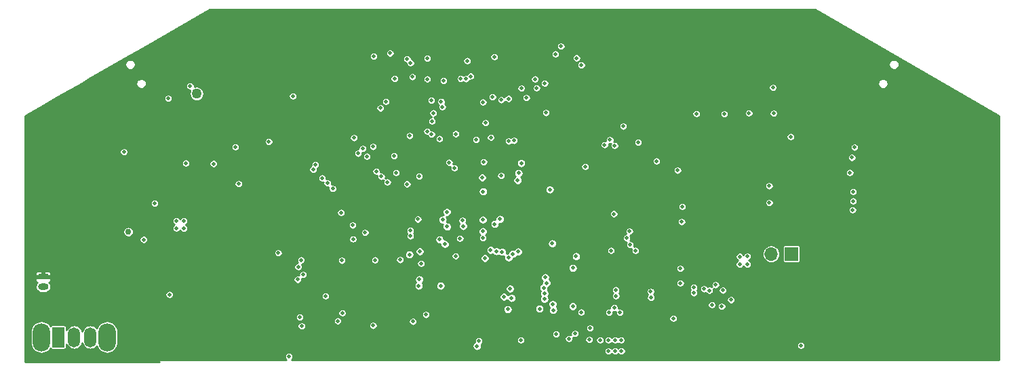
<source format=gbr>
G04 #@! TF.GenerationSoftware,KiCad,Pcbnew,5.1.3-ffb9f22~84~ubuntu18.10.1*
G04 #@! TF.CreationDate,2019-11-10T15:48:11-06:00*
G04 #@! TF.ProjectId,Gamete,47616d65-7465-42e6-9b69-6361645f7063,rev?*
G04 #@! TF.SameCoordinates,Original*
G04 #@! TF.FileFunction,Copper,L2,Inr*
G04 #@! TF.FilePolarity,Positive*
%FSLAX46Y46*%
G04 Gerber Fmt 4.6, Leading zero omitted, Abs format (unit mm)*
G04 Created by KiCad (PCBNEW 5.1.3-ffb9f22~84~ubuntu18.10.1) date 2019-11-10 15:48:11*
%MOMM*%
%LPD*%
G04 APERTURE LIST*
%ADD10O,1.700000X1.700000*%
%ADD11R,1.700000X1.700000*%
%ADD12R,1.300000X0.800000*%
%ADD13O,1.300000X0.800000*%
%ADD14R,1.500000X2.500000*%
%ADD15O,1.500000X2.500000*%
%ADD16O,2.200000X3.500000*%
%ADD17C,0.508000*%
%ADD18C,1.270000*%
%ADD19C,0.762000*%
%ADD20C,0.254000*%
G04 APERTURE END LIST*
D10*
X247604280Y-168516300D03*
D11*
X250144280Y-168516300D03*
D12*
X156721000Y-171382000D03*
D13*
X156721000Y-172632000D03*
D14*
X158595060Y-178917600D03*
D15*
X160595060Y-178917600D03*
X162595060Y-178917600D03*
D16*
X156495060Y-178917600D03*
X164695060Y-178917600D03*
D17*
X195000880Y-154551380D03*
X195994020Y-156618940D03*
X197317360Y-155491180D03*
X203024740Y-168140380D03*
X203039980Y-172046900D03*
X228216460Y-173001940D03*
X228241860Y-173766480D03*
X225554540Y-179275740D03*
X228071680Y-175882300D03*
X207291940Y-164416740D03*
X258168140Y-161330640D03*
X192877440Y-159613600D03*
X198795640Y-149636480D03*
X210327240Y-144299940D03*
X201858690Y-144731507D03*
X208602580Y-152750520D03*
X205554580Y-154152600D03*
X210141820Y-146987260D03*
X212090000Y-149037040D03*
X214266780Y-148602700D03*
X216631520Y-148480780D03*
X218694000Y-147208240D03*
X224109280Y-144231360D03*
X228297740Y-168142920D03*
X240903760Y-173047660D03*
X238617760Y-172643800D03*
X216565480Y-159702500D03*
X216578180Y-157871160D03*
X208770220Y-166578280D03*
X208196180Y-168762680D03*
X222821500Y-174269400D03*
X213088220Y-167474900D03*
X211937600Y-168341040D03*
X206913480Y-166573200D03*
X213052660Y-164071300D03*
X215905080Y-168973500D03*
X214114380Y-168968420D03*
X219758260Y-175214280D03*
X214358748Y-173148604D03*
X214960200Y-174734220D03*
X220121480Y-171670980D03*
X220037660Y-173235620D03*
X177975260Y-157243780D03*
X181114700Y-159750760D03*
X201269600Y-169240200D03*
X252910000Y-170910000D03*
X245050000Y-161790000D03*
X262240000Y-145990000D03*
X168250000Y-146060000D03*
X206350000Y-169910000D03*
X232130000Y-143870000D03*
X239110000Y-143940000D03*
X243670000Y-143940000D03*
X173500000Y-152640000D03*
X176690000Y-168890000D03*
X259160000Y-153410000D03*
X186215000Y-159355000D03*
X207520000Y-142520000D03*
X200029662Y-142523336D03*
X228664560Y-163351800D03*
X225089093Y-172861728D03*
X229190000Y-174460000D03*
X218050000Y-178480000D03*
X234950000Y-169793920D03*
X233189780Y-165150800D03*
X192633600Y-180423820D03*
X255333490Y-158771564D03*
X262550000Y-164830750D03*
X227035360Y-144482820D03*
X187612020Y-146964400D03*
X222915946Y-169539706D03*
X217391590Y-175898353D03*
X211625531Y-164970451D03*
X211617550Y-159810000D03*
X222882460Y-165440360D03*
X208812189Y-165867080D03*
X202878721Y-176301390D03*
X205752700Y-178013360D03*
X212818980Y-178592480D03*
X252712220Y-147985480D03*
X263479280Y-154378660D03*
X273829780Y-154360880D03*
X274271740Y-165757860D03*
X272600420Y-172034200D03*
X272605500Y-179920900D03*
X227590916Y-164935941D03*
X220365320Y-166491920D03*
X220388180Y-162455860D03*
X220132039Y-156892379D03*
X220425252Y-157957894D03*
X220329760Y-153088340D03*
X211833460Y-153896060D03*
X203753720Y-158150560D03*
X203019660Y-157215840D03*
X203808990Y-164778051D03*
X167833040Y-164330380D03*
X166811960Y-164899340D03*
X171739560Y-168335960D03*
X170911520Y-169466260D03*
X163593780Y-174736760D03*
D18*
X158186120Y-171396660D03*
D17*
X156448760Y-167286940D03*
X157464760Y-167286940D03*
X157515560Y-155501340D03*
X183682640Y-149969220D03*
X183700420Y-146141440D03*
X184200800Y-145039080D03*
X194978020Y-143565880D03*
X220597471Y-146186452D03*
X205229460Y-176093120D03*
X232521760Y-177004980D03*
X247373140Y-160022540D03*
X247385840Y-162138360D03*
D19*
X167354000Y-165766000D03*
D17*
X219480000Y-150870000D03*
X227300000Y-179290000D03*
X213880000Y-158740000D03*
X200515220Y-156270960D03*
X202476100Y-153756360D03*
X211924900Y-152151080D03*
X174541180Y-157180280D03*
X238257080Y-150995380D03*
X241752120Y-151030940D03*
X244845840Y-150921720D03*
X247904000Y-150957280D03*
X229148640Y-152575260D03*
X231000300Y-154579320D03*
X233304080Y-156913580D03*
X184896760Y-154492960D03*
X236517180Y-162605720D03*
X236443520Y-164500560D03*
X236286040Y-172166280D03*
X243672360Y-168843960D03*
X244645180Y-168831260D03*
X243669820Y-169814240D03*
X244635020Y-169814240D03*
X236286040Y-170334940D03*
X198140320Y-169275760D03*
X197921880Y-177467260D03*
X173355000Y-165318440D03*
X173344840Y-164391340D03*
X174292260Y-164391340D03*
X174292260Y-165328600D03*
X195374260Y-164927280D03*
X195404740Y-166657020D03*
X232572560Y-173210220D03*
X211627766Y-166519869D03*
X209059780Y-164332920D03*
X202877420Y-176961800D03*
X196923660Y-165849300D03*
X203520791Y-164183841D03*
X234848400Y-177116740D03*
X236628940Y-158280100D03*
X220628387Y-142866970D03*
X213547960Y-143410920D03*
X224010756Y-178198770D03*
X221429690Y-178396900D03*
X216367360Y-179283360D03*
X211112100Y-179367180D03*
X210149440Y-180096160D03*
X212175392Y-154546193D03*
X211726780Y-157030420D03*
X205760320Y-149913340D03*
X205089760Y-144609820D03*
X203738480Y-146585940D03*
X207347820Y-146692620D03*
X199900540Y-146636740D03*
X204320140Y-152448260D03*
X191129920Y-158407100D03*
X193447388Y-176148012D03*
X189372240Y-176725580D03*
X192641220Y-173944280D03*
X258175760Y-155846780D03*
X258000500Y-157789880D03*
X258251960Y-163573460D03*
D18*
X160490280Y-159253992D03*
D17*
X162206940Y-157602990D03*
X241848640Y-174536100D03*
X248737120Y-176629060D03*
X251206000Y-177078640D03*
X244822980Y-171422060D03*
X212382100Y-175717200D03*
X217088752Y-154533831D03*
X216601040Y-153616660D03*
X223172020Y-157609540D03*
X228168200Y-158699200D03*
X206354680Y-171742100D03*
X201803000Y-166263320D03*
X197937120Y-165300670D03*
D18*
X175884840Y-148496020D03*
D17*
X232597960Y-173974760D03*
X227289360Y-180667660D03*
X228094540Y-180654960D03*
X228914960Y-180654960D03*
X228152960Y-179285900D03*
X228851460Y-179280820D03*
X223895920Y-175803560D03*
X212592920Y-153949400D03*
X224378520Y-157609540D03*
X203883390Y-169719587D03*
X199405240Y-160164780D03*
X203648568Y-158802547D03*
X251328100Y-179963900D03*
X187396120Y-181322980D03*
X172478700Y-173596300D03*
X188480700Y-171719240D03*
X207410000Y-157080000D03*
X258019011Y-155205240D03*
X257790000Y-163010000D03*
X213928960Y-149278340D03*
X257840000Y-161910000D03*
X214797640Y-149115780D03*
X257830000Y-160740000D03*
X217065860Y-149011640D03*
X257440000Y-158360000D03*
X216408000Y-147835620D03*
X208050000Y-157780000D03*
X257698283Y-156480000D03*
X227977700Y-163509960D03*
X250029980Y-153875740D03*
X226232720Y-179280820D03*
X204511954Y-176102992D03*
X224883980Y-179230020D03*
X242575080Y-174256700D03*
X169260520Y-166725600D03*
X170639740Y-162196780D03*
X162943540Y-167205660D03*
X187880000Y-148800000D03*
X197990000Y-143820000D03*
X200040000Y-143437690D03*
X195510000Y-154010000D03*
X218110000Y-146670000D03*
X191553912Y-159033052D03*
X192200499Y-159679639D03*
X206707310Y-146869514D03*
X235376720Y-176580800D03*
X227350320Y-175831500D03*
X241447320Y-175074580D03*
X240200927Y-174888413D03*
X186085480Y-168386760D03*
X237939636Y-173399199D03*
X220675691Y-143541535D03*
X228004259Y-175225339D03*
X237958432Y-172681611D03*
X221387266Y-142580370D03*
X228730954Y-175843546D03*
X202163680Y-159787300D03*
X198936277Y-158843332D03*
X172349287Y-149082141D03*
X166791640Y-155790900D03*
X200586340Y-146624040D03*
X212829140Y-148897340D03*
X215503760Y-154345640D03*
X205191360Y-149326600D03*
X196034660Y-155956000D03*
X239913149Y-173076069D03*
X223319340Y-144038320D03*
X224979572Y-177789853D03*
X202168345Y-144148191D03*
X219354301Y-147196170D03*
X202598501Y-144649300D03*
X202828533Y-146397209D03*
X241563890Y-173066980D03*
X213027260Y-143896070D03*
X204670660Y-144078960D03*
X222333477Y-179109732D03*
X211642960Y-149547580D03*
X204670660Y-146664680D03*
X206410781Y-149483111D03*
X214848182Y-154425395D03*
X193489580Y-176890680D03*
X194051914Y-175882132D03*
X210772071Y-154231208D03*
X206560420Y-150141940D03*
X208229723Y-153518776D03*
X239230212Y-172890876D03*
X223915922Y-144921463D03*
X220769180Y-178539140D03*
X209645965Y-144391380D03*
X208860713Y-146617111D03*
X204640180Y-153197560D03*
X209520750Y-146639350D03*
X205219566Y-153583470D03*
X210101180Y-146324320D03*
X206214742Y-154134453D03*
X202575160Y-166288720D03*
X196603844Y-155353091D03*
X199697340Y-159547560D03*
X197901560Y-155115260D03*
X240682618Y-172387275D03*
X223103697Y-178473464D03*
X202553550Y-165580348D03*
X197149686Y-156329340D03*
X235938060Y-158071820D03*
X227619560Y-168087040D03*
X215016080Y-172862240D03*
X214238533Y-173875340D03*
X215204040Y-174025560D03*
X214722845Y-175438331D03*
X223258380Y-168826180D03*
X222839280Y-175066960D03*
X220333371Y-174795866D03*
X220407788Y-175538612D03*
X222864670Y-170279060D03*
X218689098Y-175366632D03*
X219296689Y-174164002D03*
X219289890Y-173452823D03*
X219197614Y-172747622D03*
X219576194Y-172145542D03*
X210875980Y-180038053D03*
X219415360Y-171439840D03*
X213766400Y-164157660D03*
X213098365Y-164781042D03*
X211620100Y-164259260D03*
X211625010Y-165681662D03*
X216027000Y-168239440D03*
X215361520Y-168503600D03*
X214827944Y-168996560D03*
X214020400Y-168262300D03*
X213297666Y-168186784D03*
X215968580Y-159308800D03*
X206347060Y-172491400D03*
X207140602Y-165111663D03*
X203614020Y-172509180D03*
X216072265Y-158420896D03*
X206600175Y-164251562D03*
X203673722Y-171695122D03*
X216402151Y-157182076D03*
X207124300Y-163286428D03*
X202458320Y-168589960D03*
X203742335Y-168207578D03*
X211877810Y-169049734D03*
X206882013Y-167303792D03*
X206217330Y-166718795D03*
X212583296Y-168032639D03*
X211528660Y-158973520D03*
X211650580Y-160721040D03*
X209167788Y-165053270D03*
X219974160Y-160479740D03*
X220273880Y-167210740D03*
X218341577Y-147769297D03*
X198815528Y-150296593D03*
X190431496Y-157959738D03*
X188983620Y-177528220D03*
X188742309Y-176421529D03*
X205275180Y-151930100D03*
X199506985Y-149485398D03*
X190698120Y-157355540D03*
X200776840Y-158374080D03*
X191978280Y-173779180D03*
X192865360Y-160344500D03*
X198289697Y-158196752D03*
X205409800Y-150916640D03*
X175072040Y-147523200D03*
X180726080Y-155153360D03*
X193895980Y-163360100D03*
X194010445Y-169334170D03*
X189155598Y-171102262D03*
X188549280Y-170131740D03*
X188914360Y-169278311D03*
X226814380Y-154879040D03*
X227490020Y-154246580D03*
X229927163Y-165696628D03*
X230670100Y-168089580D03*
X229580280Y-166542690D03*
X230002080Y-167373300D03*
X247817640Y-147739100D03*
X228077156Y-154991623D03*
D20*
G36*
X276023001Y-151246711D02*
G01*
X276023000Y-181737000D01*
X187736442Y-181737000D01*
X187810439Y-181663003D01*
X187868813Y-181575640D01*
X187909022Y-181478567D01*
X187929520Y-181375515D01*
X187929520Y-181270445D01*
X187909022Y-181167393D01*
X187868813Y-181070320D01*
X187810439Y-180982957D01*
X187736143Y-180908661D01*
X187648780Y-180850287D01*
X187551707Y-180810078D01*
X187448655Y-180789580D01*
X187343585Y-180789580D01*
X187240533Y-180810078D01*
X187143460Y-180850287D01*
X187056097Y-180908661D01*
X186981801Y-180982957D01*
X186923427Y-181070320D01*
X186883218Y-181167393D01*
X186862720Y-181270445D01*
X186862720Y-181375515D01*
X186883218Y-181478567D01*
X186923427Y-181575640D01*
X186981801Y-181663003D01*
X187055798Y-181737000D01*
X154686000Y-181737000D01*
X154661614Y-181739363D01*
X154637767Y-181746516D01*
X154615774Y-181758183D01*
X154596479Y-181773916D01*
X154580625Y-181793112D01*
X154568820Y-181815032D01*
X154561519Y-181838833D01*
X154559001Y-181863602D01*
X154561363Y-181888386D01*
X154568516Y-181912233D01*
X154580183Y-181934226D01*
X154595916Y-181953521D01*
X154615112Y-181969375D01*
X154637032Y-181981180D01*
X154660833Y-181988481D01*
X154685602Y-181990999D01*
X171273921Y-182043000D01*
X154507000Y-182043000D01*
X154507000Y-178199839D01*
X155115660Y-178199839D01*
X155115660Y-179635362D01*
X155135619Y-179838010D01*
X155214495Y-180098028D01*
X155342583Y-180337661D01*
X155514959Y-180547702D01*
X155725000Y-180720078D01*
X155964633Y-180848165D01*
X156224651Y-180927041D01*
X156495060Y-180953674D01*
X156765470Y-180927041D01*
X157025488Y-180848165D01*
X157265121Y-180720078D01*
X157475162Y-180547702D01*
X157635360Y-180352500D01*
X157646539Y-180366121D01*
X157689083Y-180401036D01*
X157737621Y-180426980D01*
X157790288Y-180442956D01*
X157845060Y-180448351D01*
X159345060Y-180448351D01*
X159399832Y-180442956D01*
X159452499Y-180426980D01*
X159501037Y-180401036D01*
X159543581Y-180366121D01*
X159578496Y-180323577D01*
X159604440Y-180275039D01*
X159620416Y-180222372D01*
X159625811Y-180167600D01*
X159625811Y-179768584D01*
X159639418Y-179813440D01*
X159735005Y-179992271D01*
X159863644Y-180149017D01*
X160020390Y-180277656D01*
X160199221Y-180373243D01*
X160393263Y-180432105D01*
X160595060Y-180451980D01*
X160796858Y-180432105D01*
X160990900Y-180373243D01*
X161169731Y-180277656D01*
X161326477Y-180149017D01*
X161455116Y-179992271D01*
X161550703Y-179813440D01*
X161595061Y-179667213D01*
X161639418Y-179813440D01*
X161735005Y-179992271D01*
X161863644Y-180149017D01*
X162020390Y-180277656D01*
X162199221Y-180373243D01*
X162393263Y-180432105D01*
X162595060Y-180451980D01*
X162796858Y-180432105D01*
X162990900Y-180373243D01*
X163169731Y-180277656D01*
X163326477Y-180149017D01*
X163402034Y-180056951D01*
X163414495Y-180098028D01*
X163542583Y-180337661D01*
X163714959Y-180547702D01*
X163925000Y-180720078D01*
X164164633Y-180848165D01*
X164424651Y-180927041D01*
X164695060Y-180953674D01*
X164965470Y-180927041D01*
X165225488Y-180848165D01*
X165465121Y-180720078D01*
X165675162Y-180547702D01*
X165847538Y-180337661D01*
X165975625Y-180098028D01*
X166011272Y-179980514D01*
X210291780Y-179980514D01*
X210291780Y-180095592D01*
X210314230Y-180208458D01*
X210358268Y-180314776D01*
X210422202Y-180410459D01*
X210503574Y-180491831D01*
X210599257Y-180555765D01*
X210705575Y-180599803D01*
X210818441Y-180622253D01*
X210933519Y-180622253D01*
X210969354Y-180615125D01*
X226755960Y-180615125D01*
X226755960Y-180720195D01*
X226776458Y-180823247D01*
X226816667Y-180920320D01*
X226875041Y-181007683D01*
X226949337Y-181081979D01*
X227036700Y-181140353D01*
X227133773Y-181180562D01*
X227236825Y-181201060D01*
X227341895Y-181201060D01*
X227444947Y-181180562D01*
X227542020Y-181140353D01*
X227629383Y-181081979D01*
X227698300Y-181013062D01*
X227754517Y-181069279D01*
X227841880Y-181127653D01*
X227938953Y-181167862D01*
X228042005Y-181188360D01*
X228147075Y-181188360D01*
X228250127Y-181167862D01*
X228347200Y-181127653D01*
X228434563Y-181069279D01*
X228504750Y-180999092D01*
X228574937Y-181069279D01*
X228662300Y-181127653D01*
X228759373Y-181167862D01*
X228862425Y-181188360D01*
X228967495Y-181188360D01*
X229070547Y-181167862D01*
X229167620Y-181127653D01*
X229254983Y-181069279D01*
X229329279Y-180994983D01*
X229387653Y-180907620D01*
X229427862Y-180810547D01*
X229448360Y-180707495D01*
X229448360Y-180602425D01*
X229427862Y-180499373D01*
X229387653Y-180402300D01*
X229329279Y-180314937D01*
X229254983Y-180240641D01*
X229167620Y-180182267D01*
X229070547Y-180142058D01*
X228967495Y-180121560D01*
X228862425Y-180121560D01*
X228759373Y-180142058D01*
X228662300Y-180182267D01*
X228574937Y-180240641D01*
X228504750Y-180310828D01*
X228434563Y-180240641D01*
X228347200Y-180182267D01*
X228250127Y-180142058D01*
X228147075Y-180121560D01*
X228042005Y-180121560D01*
X227938953Y-180142058D01*
X227841880Y-180182267D01*
X227754517Y-180240641D01*
X227685600Y-180309558D01*
X227629383Y-180253341D01*
X227542020Y-180194967D01*
X227444947Y-180154758D01*
X227341895Y-180134260D01*
X227236825Y-180134260D01*
X227133773Y-180154758D01*
X227036700Y-180194967D01*
X226949337Y-180253341D01*
X226875041Y-180327637D01*
X226816667Y-180415000D01*
X226776458Y-180512073D01*
X226755960Y-180615125D01*
X210969354Y-180615125D01*
X211046385Y-180599803D01*
X211152703Y-180555765D01*
X211248386Y-180491831D01*
X211329758Y-180410459D01*
X211393692Y-180314776D01*
X211437730Y-180208458D01*
X211460180Y-180095592D01*
X211460180Y-179980514D01*
X211446426Y-179911365D01*
X250794700Y-179911365D01*
X250794700Y-180016435D01*
X250815198Y-180119487D01*
X250855407Y-180216560D01*
X250913781Y-180303923D01*
X250988077Y-180378219D01*
X251075440Y-180436593D01*
X251172513Y-180476802D01*
X251275565Y-180497300D01*
X251380635Y-180497300D01*
X251483687Y-180476802D01*
X251580760Y-180436593D01*
X251668123Y-180378219D01*
X251742419Y-180303923D01*
X251800793Y-180216560D01*
X251841002Y-180119487D01*
X251861500Y-180016435D01*
X251861500Y-179911365D01*
X251841002Y-179808313D01*
X251800793Y-179711240D01*
X251742419Y-179623877D01*
X251668123Y-179549581D01*
X251580760Y-179491207D01*
X251483687Y-179450998D01*
X251380635Y-179430500D01*
X251275565Y-179430500D01*
X251172513Y-179450998D01*
X251075440Y-179491207D01*
X250988077Y-179549581D01*
X250913781Y-179623877D01*
X250855407Y-179711240D01*
X250815198Y-179808313D01*
X250794700Y-179911365D01*
X211446426Y-179911365D01*
X211437730Y-179867648D01*
X211412901Y-179807706D01*
X211452123Y-179781499D01*
X211526419Y-179707203D01*
X211584793Y-179619840D01*
X211625002Y-179522767D01*
X211645500Y-179419715D01*
X211645500Y-179314645D01*
X211628828Y-179230825D01*
X215833960Y-179230825D01*
X215833960Y-179335895D01*
X215854458Y-179438947D01*
X215894667Y-179536020D01*
X215953041Y-179623383D01*
X216027337Y-179697679D01*
X216114700Y-179756053D01*
X216211773Y-179796262D01*
X216314825Y-179816760D01*
X216419895Y-179816760D01*
X216522947Y-179796262D01*
X216620020Y-179756053D01*
X216707383Y-179697679D01*
X216781679Y-179623383D01*
X216840053Y-179536020D01*
X216880262Y-179438947D01*
X216900760Y-179335895D01*
X216900760Y-179230825D01*
X216880262Y-179127773D01*
X216840053Y-179030700D01*
X216781679Y-178943337D01*
X216707383Y-178869041D01*
X216620020Y-178810667D01*
X216522947Y-178770458D01*
X216419895Y-178749960D01*
X216314825Y-178749960D01*
X216211773Y-178770458D01*
X216114700Y-178810667D01*
X216027337Y-178869041D01*
X215953041Y-178943337D01*
X215894667Y-179030700D01*
X215854458Y-179127773D01*
X215833960Y-179230825D01*
X211628828Y-179230825D01*
X211625002Y-179211593D01*
X211584793Y-179114520D01*
X211526419Y-179027157D01*
X211452123Y-178952861D01*
X211364760Y-178894487D01*
X211267687Y-178854278D01*
X211164635Y-178833780D01*
X211059565Y-178833780D01*
X210956513Y-178854278D01*
X210859440Y-178894487D01*
X210772077Y-178952861D01*
X210697781Y-179027157D01*
X210639407Y-179114520D01*
X210599198Y-179211593D01*
X210578700Y-179314645D01*
X210578700Y-179419715D01*
X210598779Y-179520660D01*
X210503574Y-179584275D01*
X210422202Y-179665647D01*
X210358268Y-179761330D01*
X210314230Y-179867648D01*
X210291780Y-179980514D01*
X166011272Y-179980514D01*
X166054501Y-179838010D01*
X166074460Y-179635362D01*
X166074460Y-178486605D01*
X220235780Y-178486605D01*
X220235780Y-178591675D01*
X220256278Y-178694727D01*
X220296487Y-178791800D01*
X220354861Y-178879163D01*
X220429157Y-178953459D01*
X220516520Y-179011833D01*
X220613593Y-179052042D01*
X220716645Y-179072540D01*
X220821715Y-179072540D01*
X220898850Y-179057197D01*
X221800077Y-179057197D01*
X221800077Y-179162267D01*
X221820575Y-179265319D01*
X221860784Y-179362392D01*
X221919158Y-179449755D01*
X221993454Y-179524051D01*
X222080817Y-179582425D01*
X222177890Y-179622634D01*
X222280942Y-179643132D01*
X222386012Y-179643132D01*
X222489064Y-179622634D01*
X222586137Y-179582425D01*
X222673500Y-179524051D01*
X222747796Y-179449755D01*
X222806170Y-179362392D01*
X222846379Y-179265319D01*
X222863849Y-179177485D01*
X224350580Y-179177485D01*
X224350580Y-179282555D01*
X224371078Y-179385607D01*
X224411287Y-179482680D01*
X224469661Y-179570043D01*
X224543957Y-179644339D01*
X224631320Y-179702713D01*
X224728393Y-179742922D01*
X224831445Y-179763420D01*
X224936515Y-179763420D01*
X225039567Y-179742922D01*
X225136640Y-179702713D01*
X225224003Y-179644339D01*
X225298299Y-179570043D01*
X225356673Y-179482680D01*
X225396882Y-179385607D01*
X225417380Y-179282555D01*
X225417380Y-179228285D01*
X225699320Y-179228285D01*
X225699320Y-179333355D01*
X225719818Y-179436407D01*
X225760027Y-179533480D01*
X225818401Y-179620843D01*
X225892697Y-179695139D01*
X225980060Y-179753513D01*
X226077133Y-179793722D01*
X226180185Y-179814220D01*
X226285255Y-179814220D01*
X226388307Y-179793722D01*
X226485380Y-179753513D01*
X226572743Y-179695139D01*
X226647039Y-179620843D01*
X226705413Y-179533480D01*
X226745622Y-179436407D01*
X226766120Y-179333355D01*
X226766120Y-179237465D01*
X226766600Y-179237465D01*
X226766600Y-179342535D01*
X226787098Y-179445587D01*
X226827307Y-179542660D01*
X226885681Y-179630023D01*
X226959977Y-179704319D01*
X227047340Y-179762693D01*
X227144413Y-179802902D01*
X227247465Y-179823400D01*
X227352535Y-179823400D01*
X227455587Y-179802902D01*
X227552660Y-179762693D01*
X227640023Y-179704319D01*
X227714319Y-179630023D01*
X227727850Y-179609773D01*
X227738641Y-179625923D01*
X227812937Y-179700219D01*
X227900300Y-179758593D01*
X227997373Y-179798802D01*
X228100425Y-179819300D01*
X228205495Y-179819300D01*
X228308547Y-179798802D01*
X228405620Y-179758593D01*
X228492983Y-179700219D01*
X228504750Y-179688452D01*
X228511437Y-179695139D01*
X228598800Y-179753513D01*
X228695873Y-179793722D01*
X228798925Y-179814220D01*
X228903995Y-179814220D01*
X229007047Y-179793722D01*
X229104120Y-179753513D01*
X229191483Y-179695139D01*
X229265779Y-179620843D01*
X229324153Y-179533480D01*
X229364362Y-179436407D01*
X229384860Y-179333355D01*
X229384860Y-179228285D01*
X229364362Y-179125233D01*
X229324153Y-179028160D01*
X229265779Y-178940797D01*
X229191483Y-178866501D01*
X229104120Y-178808127D01*
X229007047Y-178767918D01*
X228903995Y-178747420D01*
X228798925Y-178747420D01*
X228695873Y-178767918D01*
X228598800Y-178808127D01*
X228511437Y-178866501D01*
X228499670Y-178878268D01*
X228492983Y-178871581D01*
X228405620Y-178813207D01*
X228308547Y-178772998D01*
X228205495Y-178752500D01*
X228100425Y-178752500D01*
X227997373Y-178772998D01*
X227900300Y-178813207D01*
X227812937Y-178871581D01*
X227738641Y-178945877D01*
X227725110Y-178966127D01*
X227714319Y-178949977D01*
X227640023Y-178875681D01*
X227552660Y-178817307D01*
X227455587Y-178777098D01*
X227352535Y-178756600D01*
X227247465Y-178756600D01*
X227144413Y-178777098D01*
X227047340Y-178817307D01*
X226959977Y-178875681D01*
X226885681Y-178949977D01*
X226827307Y-179037340D01*
X226787098Y-179134413D01*
X226766600Y-179237465D01*
X226766120Y-179237465D01*
X226766120Y-179228285D01*
X226745622Y-179125233D01*
X226705413Y-179028160D01*
X226647039Y-178940797D01*
X226572743Y-178866501D01*
X226485380Y-178808127D01*
X226388307Y-178767918D01*
X226285255Y-178747420D01*
X226180185Y-178747420D01*
X226077133Y-178767918D01*
X225980060Y-178808127D01*
X225892697Y-178866501D01*
X225818401Y-178940797D01*
X225760027Y-179028160D01*
X225719818Y-179125233D01*
X225699320Y-179228285D01*
X225417380Y-179228285D01*
X225417380Y-179177485D01*
X225396882Y-179074433D01*
X225356673Y-178977360D01*
X225298299Y-178889997D01*
X225224003Y-178815701D01*
X225136640Y-178757327D01*
X225039567Y-178717118D01*
X224936515Y-178696620D01*
X224831445Y-178696620D01*
X224728393Y-178717118D01*
X224631320Y-178757327D01*
X224543957Y-178815701D01*
X224469661Y-178889997D01*
X224411287Y-178977360D01*
X224371078Y-179074433D01*
X224350580Y-179177485D01*
X222863849Y-179177485D01*
X222866877Y-179162267D01*
X222866877Y-179057197D01*
X222846379Y-178954145D01*
X222840022Y-178938797D01*
X222851037Y-178946157D01*
X222948110Y-178986366D01*
X223051162Y-179006864D01*
X223156232Y-179006864D01*
X223259284Y-178986366D01*
X223356357Y-178946157D01*
X223443720Y-178887783D01*
X223518016Y-178813487D01*
X223576390Y-178726124D01*
X223616599Y-178629051D01*
X223637097Y-178525999D01*
X223637097Y-178420929D01*
X223616599Y-178317877D01*
X223576390Y-178220804D01*
X223518016Y-178133441D01*
X223443720Y-178059145D01*
X223356357Y-178000771D01*
X223259284Y-177960562D01*
X223156232Y-177940064D01*
X223051162Y-177940064D01*
X222948110Y-177960562D01*
X222851037Y-178000771D01*
X222763674Y-178059145D01*
X222689378Y-178133441D01*
X222631004Y-178220804D01*
X222590795Y-178317877D01*
X222570297Y-178420929D01*
X222570297Y-178525999D01*
X222590795Y-178629051D01*
X222597152Y-178644399D01*
X222586137Y-178637039D01*
X222489064Y-178596830D01*
X222386012Y-178576332D01*
X222280942Y-178576332D01*
X222177890Y-178596830D01*
X222080817Y-178637039D01*
X221993454Y-178695413D01*
X221919158Y-178769709D01*
X221860784Y-178857072D01*
X221820575Y-178954145D01*
X221800077Y-179057197D01*
X220898850Y-179057197D01*
X220924767Y-179052042D01*
X221021840Y-179011833D01*
X221109203Y-178953459D01*
X221183499Y-178879163D01*
X221241873Y-178791800D01*
X221282082Y-178694727D01*
X221302580Y-178591675D01*
X221302580Y-178486605D01*
X221282082Y-178383553D01*
X221241873Y-178286480D01*
X221183499Y-178199117D01*
X221109203Y-178124821D01*
X221021840Y-178066447D01*
X220924767Y-178026238D01*
X220821715Y-178005740D01*
X220716645Y-178005740D01*
X220613593Y-178026238D01*
X220516520Y-178066447D01*
X220429157Y-178124821D01*
X220354861Y-178199117D01*
X220296487Y-178286480D01*
X220256278Y-178383553D01*
X220235780Y-178486605D01*
X166074460Y-178486605D01*
X166074460Y-178199838D01*
X166054501Y-177997190D01*
X165975625Y-177737172D01*
X165847538Y-177497539D01*
X165829603Y-177475685D01*
X188450220Y-177475685D01*
X188450220Y-177580755D01*
X188470718Y-177683807D01*
X188510927Y-177780880D01*
X188569301Y-177868243D01*
X188643597Y-177942539D01*
X188730960Y-178000913D01*
X188828033Y-178041122D01*
X188931085Y-178061620D01*
X189036155Y-178061620D01*
X189139207Y-178041122D01*
X189236280Y-178000913D01*
X189323643Y-177942539D01*
X189397939Y-177868243D01*
X189456313Y-177780880D01*
X189496522Y-177683807D01*
X189517020Y-177580755D01*
X189517020Y-177475685D01*
X189496522Y-177372633D01*
X189456313Y-177275560D01*
X189397939Y-177188197D01*
X189323643Y-177113901D01*
X189236280Y-177055527D01*
X189139207Y-177015318D01*
X189036155Y-176994820D01*
X188931085Y-176994820D01*
X188828033Y-177015318D01*
X188730960Y-177055527D01*
X188643597Y-177113901D01*
X188569301Y-177188197D01*
X188510927Y-177275560D01*
X188470718Y-177372633D01*
X188450220Y-177475685D01*
X165829603Y-177475685D01*
X165675161Y-177287498D01*
X165465120Y-177115122D01*
X165225487Y-176987035D01*
X164965469Y-176908159D01*
X164695060Y-176881526D01*
X164424650Y-176908159D01*
X164164632Y-176987035D01*
X163924999Y-177115122D01*
X163714958Y-177287499D01*
X163542582Y-177497540D01*
X163414495Y-177737173D01*
X163402035Y-177778249D01*
X163326477Y-177686183D01*
X163169731Y-177557544D01*
X162990899Y-177461957D01*
X162796857Y-177403095D01*
X162595060Y-177383220D01*
X162393262Y-177403095D01*
X162199220Y-177461957D01*
X162020389Y-177557544D01*
X161863643Y-177686183D01*
X161735004Y-177842929D01*
X161639417Y-178021761D01*
X161595060Y-178167986D01*
X161550703Y-178021760D01*
X161455116Y-177842929D01*
X161326477Y-177686183D01*
X161169731Y-177557544D01*
X160990899Y-177461957D01*
X160796857Y-177403095D01*
X160595060Y-177383220D01*
X160393262Y-177403095D01*
X160199220Y-177461957D01*
X160020389Y-177557544D01*
X159863643Y-177686183D01*
X159735004Y-177842929D01*
X159639417Y-178021761D01*
X159625811Y-178066614D01*
X159625811Y-177667600D01*
X159620416Y-177612828D01*
X159604440Y-177560161D01*
X159578496Y-177511623D01*
X159543581Y-177469079D01*
X159501037Y-177434164D01*
X159452499Y-177408220D01*
X159399832Y-177392244D01*
X159345060Y-177386849D01*
X157845060Y-177386849D01*
X157790288Y-177392244D01*
X157737621Y-177408220D01*
X157689083Y-177434164D01*
X157646539Y-177469079D01*
X157635360Y-177482700D01*
X157475161Y-177287498D01*
X157265120Y-177115122D01*
X157025487Y-176987035D01*
X156765469Y-176908159D01*
X156495060Y-176881526D01*
X156224650Y-176908159D01*
X155964632Y-176987035D01*
X155724999Y-177115122D01*
X155514958Y-177287499D01*
X155342582Y-177497540D01*
X155214495Y-177737173D01*
X155135619Y-177997191D01*
X155115660Y-178199839D01*
X154507000Y-178199839D01*
X154507000Y-176368994D01*
X188208909Y-176368994D01*
X188208909Y-176474064D01*
X188229407Y-176577116D01*
X188269616Y-176674189D01*
X188327990Y-176761552D01*
X188402286Y-176835848D01*
X188489649Y-176894222D01*
X188586722Y-176934431D01*
X188689774Y-176954929D01*
X188794844Y-176954929D01*
X188897896Y-176934431D01*
X188994969Y-176894222D01*
X189078894Y-176838145D01*
X192956180Y-176838145D01*
X192956180Y-176943215D01*
X192976678Y-177046267D01*
X193016887Y-177143340D01*
X193075261Y-177230703D01*
X193149557Y-177304999D01*
X193236920Y-177363373D01*
X193333993Y-177403582D01*
X193437045Y-177424080D01*
X193542115Y-177424080D01*
X193589146Y-177414725D01*
X197388480Y-177414725D01*
X197388480Y-177519795D01*
X197408978Y-177622847D01*
X197449187Y-177719920D01*
X197507561Y-177807283D01*
X197581857Y-177881579D01*
X197669220Y-177939953D01*
X197766293Y-177980162D01*
X197869345Y-178000660D01*
X197974415Y-178000660D01*
X198077467Y-177980162D01*
X198174540Y-177939953D01*
X198261903Y-177881579D01*
X198336199Y-177807283D01*
X198382948Y-177737318D01*
X224446172Y-177737318D01*
X224446172Y-177842388D01*
X224466670Y-177945440D01*
X224506879Y-178042513D01*
X224565253Y-178129876D01*
X224639549Y-178204172D01*
X224726912Y-178262546D01*
X224823985Y-178302755D01*
X224927037Y-178323253D01*
X225032107Y-178323253D01*
X225135159Y-178302755D01*
X225232232Y-178262546D01*
X225319595Y-178204172D01*
X225393891Y-178129876D01*
X225452265Y-178042513D01*
X225492474Y-177945440D01*
X225512972Y-177842388D01*
X225512972Y-177737318D01*
X225492474Y-177634266D01*
X225452265Y-177537193D01*
X225393891Y-177449830D01*
X225319595Y-177375534D01*
X225232232Y-177317160D01*
X225135159Y-177276951D01*
X225032107Y-177256453D01*
X224927037Y-177256453D01*
X224823985Y-177276951D01*
X224726912Y-177317160D01*
X224639549Y-177375534D01*
X224565253Y-177449830D01*
X224506879Y-177537193D01*
X224466670Y-177634266D01*
X224446172Y-177737318D01*
X198382948Y-177737318D01*
X198394573Y-177719920D01*
X198434782Y-177622847D01*
X198455280Y-177519795D01*
X198455280Y-177414725D01*
X198434782Y-177311673D01*
X198394573Y-177214600D01*
X198336199Y-177127237D01*
X198261903Y-177052941D01*
X198174540Y-176994567D01*
X198077467Y-176954358D01*
X197974415Y-176933860D01*
X197869345Y-176933860D01*
X197766293Y-176954358D01*
X197669220Y-176994567D01*
X197581857Y-177052941D01*
X197507561Y-177127237D01*
X197449187Y-177214600D01*
X197408978Y-177311673D01*
X197388480Y-177414725D01*
X193589146Y-177414725D01*
X193645167Y-177403582D01*
X193742240Y-177363373D01*
X193829603Y-177304999D01*
X193903899Y-177230703D01*
X193962273Y-177143340D01*
X194002482Y-177046267D01*
X194022980Y-176943215D01*
X194022980Y-176909265D01*
X202344020Y-176909265D01*
X202344020Y-177014335D01*
X202364518Y-177117387D01*
X202404727Y-177214460D01*
X202463101Y-177301823D01*
X202537397Y-177376119D01*
X202624760Y-177434493D01*
X202721833Y-177474702D01*
X202824885Y-177495200D01*
X202929955Y-177495200D01*
X203033007Y-177474702D01*
X203130080Y-177434493D01*
X203217443Y-177376119D01*
X203291739Y-177301823D01*
X203350113Y-177214460D01*
X203390322Y-177117387D01*
X203410820Y-177014335D01*
X203410820Y-176909265D01*
X203390322Y-176806213D01*
X203350113Y-176709140D01*
X203291739Y-176621777D01*
X203217443Y-176547481D01*
X203130080Y-176489107D01*
X203033007Y-176448898D01*
X202929955Y-176428400D01*
X202824885Y-176428400D01*
X202721833Y-176448898D01*
X202624760Y-176489107D01*
X202537397Y-176547481D01*
X202463101Y-176621777D01*
X202404727Y-176709140D01*
X202364518Y-176806213D01*
X202344020Y-176909265D01*
X194022980Y-176909265D01*
X194022980Y-176838145D01*
X194002482Y-176735093D01*
X193962273Y-176638020D01*
X193903899Y-176550657D01*
X193829603Y-176476361D01*
X193742240Y-176417987D01*
X193645167Y-176377778D01*
X193542115Y-176357280D01*
X193437045Y-176357280D01*
X193333993Y-176377778D01*
X193236920Y-176417987D01*
X193149557Y-176476361D01*
X193075261Y-176550657D01*
X193016887Y-176638020D01*
X192976678Y-176735093D01*
X192956180Y-176838145D01*
X189078894Y-176838145D01*
X189082332Y-176835848D01*
X189156628Y-176761552D01*
X189215002Y-176674189D01*
X189255211Y-176577116D01*
X189275709Y-176474064D01*
X189275709Y-176368994D01*
X189255211Y-176265942D01*
X189215002Y-176168869D01*
X189156628Y-176081506D01*
X189082332Y-176007210D01*
X188994969Y-175948836D01*
X188897896Y-175908627D01*
X188794844Y-175888129D01*
X188689774Y-175888129D01*
X188586722Y-175908627D01*
X188489649Y-175948836D01*
X188402286Y-176007210D01*
X188327990Y-176081506D01*
X188269616Y-176168869D01*
X188229407Y-176265942D01*
X188208909Y-176368994D01*
X154507000Y-176368994D01*
X154507000Y-175829597D01*
X193518514Y-175829597D01*
X193518514Y-175934667D01*
X193539012Y-176037719D01*
X193579221Y-176134792D01*
X193637595Y-176222155D01*
X193711891Y-176296451D01*
X193799254Y-176354825D01*
X193896327Y-176395034D01*
X193999379Y-176415532D01*
X194104449Y-176415532D01*
X194207501Y-176395034D01*
X194304574Y-176354825D01*
X194391937Y-176296451D01*
X194466233Y-176222155D01*
X194524607Y-176134792D01*
X194559539Y-176050457D01*
X203978554Y-176050457D01*
X203978554Y-176155527D01*
X203999052Y-176258579D01*
X204039261Y-176355652D01*
X204097635Y-176443015D01*
X204171931Y-176517311D01*
X204259294Y-176575685D01*
X204356367Y-176615894D01*
X204459419Y-176636392D01*
X204564489Y-176636392D01*
X204667541Y-176615894D01*
X204764614Y-176575685D01*
X204835583Y-176528265D01*
X234843320Y-176528265D01*
X234843320Y-176633335D01*
X234863818Y-176736387D01*
X234904027Y-176833460D01*
X234962401Y-176920823D01*
X235036697Y-176995119D01*
X235124060Y-177053493D01*
X235221133Y-177093702D01*
X235324185Y-177114200D01*
X235429255Y-177114200D01*
X235532307Y-177093702D01*
X235629380Y-177053493D01*
X235716743Y-176995119D01*
X235791039Y-176920823D01*
X235849413Y-176833460D01*
X235889622Y-176736387D01*
X235910120Y-176633335D01*
X235910120Y-176528265D01*
X235889622Y-176425213D01*
X235849413Y-176328140D01*
X235791039Y-176240777D01*
X235716743Y-176166481D01*
X235629380Y-176108107D01*
X235532307Y-176067898D01*
X235429255Y-176047400D01*
X235324185Y-176047400D01*
X235221133Y-176067898D01*
X235124060Y-176108107D01*
X235036697Y-176166481D01*
X234962401Y-176240777D01*
X234904027Y-176328140D01*
X234863818Y-176425213D01*
X234843320Y-176528265D01*
X204835583Y-176528265D01*
X204851977Y-176517311D01*
X204926273Y-176443015D01*
X204984647Y-176355652D01*
X205024856Y-176258579D01*
X205045354Y-176155527D01*
X205045354Y-176050457D01*
X205024856Y-175947405D01*
X204984647Y-175850332D01*
X204926273Y-175762969D01*
X204851977Y-175688673D01*
X204764614Y-175630299D01*
X204667541Y-175590090D01*
X204564489Y-175569592D01*
X204459419Y-175569592D01*
X204356367Y-175590090D01*
X204259294Y-175630299D01*
X204171931Y-175688673D01*
X204097635Y-175762969D01*
X204039261Y-175850332D01*
X203999052Y-175947405D01*
X203978554Y-176050457D01*
X194559539Y-176050457D01*
X194564816Y-176037719D01*
X194585314Y-175934667D01*
X194585314Y-175829597D01*
X194564816Y-175726545D01*
X194524607Y-175629472D01*
X194466233Y-175542109D01*
X194391937Y-175467813D01*
X194304574Y-175409439D01*
X194235415Y-175380792D01*
X214138645Y-175380792D01*
X214138645Y-175495870D01*
X214161095Y-175608736D01*
X214205133Y-175715054D01*
X214269067Y-175810737D01*
X214350439Y-175892109D01*
X214446122Y-175956043D01*
X214552440Y-176000081D01*
X214665306Y-176022531D01*
X214780384Y-176022531D01*
X214893250Y-176000081D01*
X214999568Y-175956043D01*
X215095251Y-175892109D01*
X215176623Y-175810737D01*
X215240557Y-175715054D01*
X215284595Y-175608736D01*
X215307045Y-175495870D01*
X215307045Y-175380792D01*
X215292784Y-175309093D01*
X218104898Y-175309093D01*
X218104898Y-175424171D01*
X218127348Y-175537037D01*
X218171386Y-175643355D01*
X218235320Y-175739038D01*
X218316692Y-175820410D01*
X218412375Y-175884344D01*
X218518693Y-175928382D01*
X218631559Y-175950832D01*
X218746637Y-175950832D01*
X218859503Y-175928382D01*
X218965821Y-175884344D01*
X219061504Y-175820410D01*
X219142876Y-175739038D01*
X219206810Y-175643355D01*
X219250848Y-175537037D01*
X219273298Y-175424171D01*
X219273298Y-175309093D01*
X219250848Y-175196227D01*
X219206810Y-175089909D01*
X219142876Y-174994226D01*
X219061504Y-174912854D01*
X218965821Y-174848920D01*
X218859503Y-174804882D01*
X218746637Y-174782432D01*
X218631559Y-174782432D01*
X218518693Y-174804882D01*
X218412375Y-174848920D01*
X218316692Y-174912854D01*
X218235320Y-174994226D01*
X218171386Y-175089909D01*
X218127348Y-175196227D01*
X218104898Y-175309093D01*
X215292784Y-175309093D01*
X215284595Y-175267926D01*
X215240557Y-175161608D01*
X215176623Y-175065925D01*
X215095251Y-174984553D01*
X214999568Y-174920619D01*
X214893250Y-174876581D01*
X214780384Y-174854131D01*
X214665306Y-174854131D01*
X214552440Y-174876581D01*
X214446122Y-174920619D01*
X214350439Y-174984553D01*
X214269067Y-175065925D01*
X214205133Y-175161608D01*
X214161095Y-175267926D01*
X214138645Y-175380792D01*
X194235415Y-175380792D01*
X194207501Y-175369230D01*
X194104449Y-175348732D01*
X193999379Y-175348732D01*
X193896327Y-175369230D01*
X193799254Y-175409439D01*
X193711891Y-175467813D01*
X193637595Y-175542109D01*
X193579221Y-175629472D01*
X193539012Y-175726545D01*
X193518514Y-175829597D01*
X154507000Y-175829597D01*
X154507000Y-173543765D01*
X171945300Y-173543765D01*
X171945300Y-173648835D01*
X171965798Y-173751887D01*
X172006007Y-173848960D01*
X172064381Y-173936323D01*
X172138677Y-174010619D01*
X172226040Y-174068993D01*
X172323113Y-174109202D01*
X172426165Y-174129700D01*
X172531235Y-174129700D01*
X172634287Y-174109202D01*
X172731360Y-174068993D01*
X172818723Y-174010619D01*
X172893019Y-173936323D01*
X172951393Y-173848960D01*
X172991602Y-173751887D01*
X172996622Y-173726645D01*
X191444880Y-173726645D01*
X191444880Y-173831715D01*
X191465378Y-173934767D01*
X191505587Y-174031840D01*
X191563961Y-174119203D01*
X191638257Y-174193499D01*
X191725620Y-174251873D01*
X191822693Y-174292082D01*
X191925745Y-174312580D01*
X192030815Y-174312580D01*
X192133867Y-174292082D01*
X192230940Y-174251873D01*
X192318303Y-174193499D01*
X192392599Y-174119203D01*
X192450973Y-174031840D01*
X192491182Y-173934767D01*
X192511680Y-173831715D01*
X192511680Y-173817801D01*
X213654333Y-173817801D01*
X213654333Y-173932879D01*
X213676783Y-174045745D01*
X213720821Y-174152063D01*
X213784755Y-174247746D01*
X213866127Y-174329118D01*
X213961810Y-174393052D01*
X214068128Y-174437090D01*
X214180994Y-174459540D01*
X214296072Y-174459540D01*
X214408938Y-174437090D01*
X214515256Y-174393052D01*
X214610939Y-174329118D01*
X214672107Y-174267950D01*
X214686328Y-174302283D01*
X214750262Y-174397966D01*
X214831634Y-174479338D01*
X214927317Y-174543272D01*
X215033635Y-174587310D01*
X215146501Y-174609760D01*
X215261579Y-174609760D01*
X215374445Y-174587310D01*
X215480763Y-174543272D01*
X215576446Y-174479338D01*
X215657818Y-174397966D01*
X215721752Y-174302283D01*
X215765790Y-174195965D01*
X215788240Y-174083099D01*
X215788240Y-173968021D01*
X215765790Y-173855155D01*
X215721752Y-173748837D01*
X215657818Y-173653154D01*
X215576446Y-173571782D01*
X215480763Y-173507848D01*
X215374445Y-173463810D01*
X215261579Y-173441360D01*
X215146501Y-173441360D01*
X215033635Y-173463810D01*
X214927317Y-173507848D01*
X214831634Y-173571782D01*
X214770466Y-173632950D01*
X214756245Y-173598617D01*
X214692311Y-173502934D01*
X214610939Y-173421562D01*
X214515256Y-173357628D01*
X214408938Y-173313590D01*
X214296072Y-173291140D01*
X214180994Y-173291140D01*
X214068128Y-173313590D01*
X213961810Y-173357628D01*
X213866127Y-173421562D01*
X213784755Y-173502934D01*
X213720821Y-173598617D01*
X213676783Y-173704935D01*
X213654333Y-173817801D01*
X192511680Y-173817801D01*
X192511680Y-173726645D01*
X192491182Y-173623593D01*
X192450973Y-173526520D01*
X192392599Y-173439157D01*
X192318303Y-173364861D01*
X192230940Y-173306487D01*
X192133867Y-173266278D01*
X192030815Y-173245780D01*
X191925745Y-173245780D01*
X191822693Y-173266278D01*
X191725620Y-173306487D01*
X191638257Y-173364861D01*
X191563961Y-173439157D01*
X191505587Y-173526520D01*
X191465378Y-173623593D01*
X191444880Y-173726645D01*
X172996622Y-173726645D01*
X173012100Y-173648835D01*
X173012100Y-173543765D01*
X172991602Y-173440713D01*
X172951393Y-173343640D01*
X172893019Y-173256277D01*
X172818723Y-173181981D01*
X172731360Y-173123607D01*
X172634287Y-173083398D01*
X172531235Y-173062900D01*
X172426165Y-173062900D01*
X172323113Y-173083398D01*
X172226040Y-173123607D01*
X172138677Y-173181981D01*
X172064381Y-173256277D01*
X172006007Y-173343640D01*
X171965798Y-173440713D01*
X171945300Y-173543765D01*
X154507000Y-173543765D01*
X154507000Y-172632000D01*
X155737267Y-172632000D01*
X155751365Y-172775144D01*
X155793119Y-172912787D01*
X155860923Y-173039640D01*
X155952172Y-173150828D01*
X156063360Y-173242077D01*
X156190213Y-173309881D01*
X156327856Y-173351635D01*
X156435128Y-173362200D01*
X157006872Y-173362200D01*
X157114144Y-173351635D01*
X157251787Y-173309881D01*
X157378640Y-173242077D01*
X157489828Y-173150828D01*
X157581077Y-173039640D01*
X157648881Y-172912787D01*
X157690635Y-172775144D01*
X157704733Y-172632000D01*
X157690635Y-172488856D01*
X157679346Y-172451641D01*
X203029820Y-172451641D01*
X203029820Y-172566719D01*
X203052270Y-172679585D01*
X203096308Y-172785903D01*
X203160242Y-172881586D01*
X203241614Y-172962958D01*
X203337297Y-173026892D01*
X203443615Y-173070930D01*
X203556481Y-173093380D01*
X203671559Y-173093380D01*
X203784425Y-173070930D01*
X203890743Y-173026892D01*
X203986426Y-172962958D01*
X204067798Y-172881586D01*
X204131732Y-172785903D01*
X204175770Y-172679585D01*
X204198220Y-172566719D01*
X204198220Y-172451641D01*
X204194684Y-172433861D01*
X205762860Y-172433861D01*
X205762860Y-172548939D01*
X205785310Y-172661805D01*
X205829348Y-172768123D01*
X205893282Y-172863806D01*
X205974654Y-172945178D01*
X206070337Y-173009112D01*
X206176655Y-173053150D01*
X206289521Y-173075600D01*
X206404599Y-173075600D01*
X206517465Y-173053150D01*
X206623783Y-173009112D01*
X206719466Y-172945178D01*
X206800838Y-172863806D01*
X206840331Y-172804701D01*
X214431880Y-172804701D01*
X214431880Y-172919779D01*
X214454330Y-173032645D01*
X214498368Y-173138963D01*
X214562302Y-173234646D01*
X214643674Y-173316018D01*
X214739357Y-173379952D01*
X214845675Y-173423990D01*
X214958541Y-173446440D01*
X215073619Y-173446440D01*
X215186485Y-173423990D01*
X215292803Y-173379952D01*
X215388486Y-173316018D01*
X215469858Y-173234646D01*
X215533792Y-173138963D01*
X215577830Y-173032645D01*
X215600280Y-172919779D01*
X215600280Y-172804701D01*
X215577830Y-172691835D01*
X215577105Y-172690083D01*
X218613414Y-172690083D01*
X218613414Y-172805161D01*
X218635864Y-172918027D01*
X218679902Y-173024345D01*
X218743836Y-173120028D01*
X218783285Y-173159477D01*
X218772178Y-173176100D01*
X218728140Y-173282418D01*
X218705690Y-173395284D01*
X218705690Y-173510362D01*
X218728140Y-173623228D01*
X218772178Y-173729546D01*
X218828275Y-173813500D01*
X218778977Y-173887279D01*
X218734939Y-173993597D01*
X218712489Y-174106463D01*
X218712489Y-174221541D01*
X218734939Y-174334407D01*
X218778977Y-174440725D01*
X218842911Y-174536408D01*
X218924283Y-174617780D01*
X219019966Y-174681714D01*
X219126284Y-174725752D01*
X219239150Y-174748202D01*
X219354228Y-174748202D01*
X219403873Y-174738327D01*
X219749171Y-174738327D01*
X219749171Y-174853405D01*
X219771621Y-174966271D01*
X219815659Y-175072589D01*
X219879593Y-175168272D01*
X219923375Y-175212054D01*
X219890076Y-175261889D01*
X219846038Y-175368207D01*
X219823588Y-175481073D01*
X219823588Y-175596151D01*
X219846038Y-175709017D01*
X219890076Y-175815335D01*
X219954010Y-175911018D01*
X220035382Y-175992390D01*
X220131065Y-176056324D01*
X220237383Y-176100362D01*
X220350249Y-176122812D01*
X220465327Y-176122812D01*
X220578193Y-176100362D01*
X220684511Y-176056324D01*
X220780194Y-175992390D01*
X220861566Y-175911018D01*
X220925500Y-175815335D01*
X220952137Y-175751025D01*
X223362520Y-175751025D01*
X223362520Y-175856095D01*
X223383018Y-175959147D01*
X223423227Y-176056220D01*
X223481601Y-176143583D01*
X223555897Y-176217879D01*
X223643260Y-176276253D01*
X223740333Y-176316462D01*
X223843385Y-176336960D01*
X223948455Y-176336960D01*
X224051507Y-176316462D01*
X224148580Y-176276253D01*
X224235943Y-176217879D01*
X224310239Y-176143583D01*
X224368613Y-176056220D01*
X224408822Y-175959147D01*
X224429320Y-175856095D01*
X224429320Y-175778965D01*
X226816920Y-175778965D01*
X226816920Y-175884035D01*
X226837418Y-175987087D01*
X226877627Y-176084160D01*
X226936001Y-176171523D01*
X227010297Y-176245819D01*
X227097660Y-176304193D01*
X227194733Y-176344402D01*
X227297785Y-176364900D01*
X227402855Y-176364900D01*
X227505907Y-176344402D01*
X227602980Y-176304193D01*
X227690343Y-176245819D01*
X227764639Y-176171523D01*
X227823013Y-176084160D01*
X227863222Y-175987087D01*
X227883720Y-175884035D01*
X227883720Y-175778965D01*
X227876730Y-175743822D01*
X227951724Y-175758739D01*
X228056794Y-175758739D01*
X228159846Y-175738241D01*
X228212379Y-175716481D01*
X228197554Y-175791011D01*
X228197554Y-175896081D01*
X228218052Y-175999133D01*
X228258261Y-176096206D01*
X228316635Y-176183569D01*
X228390931Y-176257865D01*
X228478294Y-176316239D01*
X228575367Y-176356448D01*
X228678419Y-176376946D01*
X228783489Y-176376946D01*
X228886541Y-176356448D01*
X228983614Y-176316239D01*
X229070977Y-176257865D01*
X229145273Y-176183569D01*
X229203647Y-176096206D01*
X229243856Y-175999133D01*
X229264354Y-175896081D01*
X229264354Y-175791011D01*
X229243856Y-175687959D01*
X229203647Y-175590886D01*
X229145273Y-175503523D01*
X229070977Y-175429227D01*
X228983614Y-175370853D01*
X228886541Y-175330644D01*
X228783489Y-175310146D01*
X228678419Y-175310146D01*
X228575367Y-175330644D01*
X228522834Y-175352404D01*
X228537659Y-175277874D01*
X228537659Y-175172804D01*
X228517161Y-175069752D01*
X228476952Y-174972679D01*
X228418578Y-174885316D01*
X228369140Y-174835878D01*
X239667527Y-174835878D01*
X239667527Y-174940948D01*
X239688025Y-175044000D01*
X239728234Y-175141073D01*
X239786608Y-175228436D01*
X239860904Y-175302732D01*
X239948267Y-175361106D01*
X240045340Y-175401315D01*
X240148392Y-175421813D01*
X240253462Y-175421813D01*
X240356514Y-175401315D01*
X240453587Y-175361106D01*
X240540950Y-175302732D01*
X240615246Y-175228436D01*
X240673620Y-175141073D01*
X240713829Y-175044000D01*
X240718196Y-175022045D01*
X240913920Y-175022045D01*
X240913920Y-175127115D01*
X240934418Y-175230167D01*
X240974627Y-175327240D01*
X241033001Y-175414603D01*
X241107297Y-175488899D01*
X241194660Y-175547273D01*
X241291733Y-175587482D01*
X241394785Y-175607980D01*
X241499855Y-175607980D01*
X241602907Y-175587482D01*
X241699980Y-175547273D01*
X241787343Y-175488899D01*
X241861639Y-175414603D01*
X241920013Y-175327240D01*
X241960222Y-175230167D01*
X241980720Y-175127115D01*
X241980720Y-175022045D01*
X241960222Y-174918993D01*
X241920013Y-174821920D01*
X241861639Y-174734557D01*
X241787343Y-174660261D01*
X241699980Y-174601887D01*
X241602907Y-174561678D01*
X241499855Y-174541180D01*
X241394785Y-174541180D01*
X241291733Y-174561678D01*
X241194660Y-174601887D01*
X241107297Y-174660261D01*
X241033001Y-174734557D01*
X240974627Y-174821920D01*
X240934418Y-174918993D01*
X240913920Y-175022045D01*
X240718196Y-175022045D01*
X240734327Y-174940948D01*
X240734327Y-174835878D01*
X240713829Y-174732826D01*
X240673620Y-174635753D01*
X240615246Y-174548390D01*
X240540950Y-174474094D01*
X240453587Y-174415720D01*
X240356514Y-174375511D01*
X240253462Y-174355013D01*
X240148392Y-174355013D01*
X240045340Y-174375511D01*
X239948267Y-174415720D01*
X239860904Y-174474094D01*
X239786608Y-174548390D01*
X239728234Y-174635753D01*
X239688025Y-174732826D01*
X239667527Y-174835878D01*
X228369140Y-174835878D01*
X228344282Y-174811020D01*
X228256919Y-174752646D01*
X228159846Y-174712437D01*
X228056794Y-174691939D01*
X227951724Y-174691939D01*
X227848672Y-174712437D01*
X227751599Y-174752646D01*
X227664236Y-174811020D01*
X227589940Y-174885316D01*
X227531566Y-174972679D01*
X227491357Y-175069752D01*
X227470859Y-175172804D01*
X227470859Y-175277874D01*
X227477849Y-175313017D01*
X227402855Y-175298100D01*
X227297785Y-175298100D01*
X227194733Y-175318598D01*
X227097660Y-175358807D01*
X227010297Y-175417181D01*
X226936001Y-175491477D01*
X226877627Y-175578840D01*
X226837418Y-175675913D01*
X226816920Y-175778965D01*
X224429320Y-175778965D01*
X224429320Y-175751025D01*
X224408822Y-175647973D01*
X224368613Y-175550900D01*
X224310239Y-175463537D01*
X224235943Y-175389241D01*
X224148580Y-175330867D01*
X224051507Y-175290658D01*
X223948455Y-175270160D01*
X223843385Y-175270160D01*
X223740333Y-175290658D01*
X223643260Y-175330867D01*
X223555897Y-175389241D01*
X223481601Y-175463537D01*
X223423227Y-175550900D01*
X223383018Y-175647973D01*
X223362520Y-175751025D01*
X220952137Y-175751025D01*
X220969538Y-175709017D01*
X220991988Y-175596151D01*
X220991988Y-175481073D01*
X220969538Y-175368207D01*
X220925500Y-175261889D01*
X220861566Y-175166206D01*
X220817784Y-175122424D01*
X220851083Y-175072589D01*
X220877247Y-175009421D01*
X222255080Y-175009421D01*
X222255080Y-175124499D01*
X222277530Y-175237365D01*
X222321568Y-175343683D01*
X222385502Y-175439366D01*
X222466874Y-175520738D01*
X222562557Y-175584672D01*
X222668875Y-175628710D01*
X222781741Y-175651160D01*
X222896819Y-175651160D01*
X223009685Y-175628710D01*
X223116003Y-175584672D01*
X223211686Y-175520738D01*
X223293058Y-175439366D01*
X223356992Y-175343683D01*
X223401030Y-175237365D01*
X223423480Y-175124499D01*
X223423480Y-175009421D01*
X223401030Y-174896555D01*
X223356992Y-174790237D01*
X223293058Y-174694554D01*
X223211686Y-174613182D01*
X223116003Y-174549248D01*
X223009685Y-174505210D01*
X222896819Y-174482760D01*
X222781741Y-174482760D01*
X222668875Y-174505210D01*
X222562557Y-174549248D01*
X222466874Y-174613182D01*
X222385502Y-174694554D01*
X222321568Y-174790237D01*
X222277530Y-174896555D01*
X222255080Y-175009421D01*
X220877247Y-175009421D01*
X220895121Y-174966271D01*
X220917571Y-174853405D01*
X220917571Y-174738327D01*
X220895121Y-174625461D01*
X220851083Y-174519143D01*
X220787149Y-174423460D01*
X220705777Y-174342088D01*
X220610094Y-174278154D01*
X220503776Y-174234116D01*
X220390910Y-174211666D01*
X220275832Y-174211666D01*
X220162966Y-174234116D01*
X220056648Y-174278154D01*
X219960965Y-174342088D01*
X219879593Y-174423460D01*
X219815659Y-174519143D01*
X219771621Y-174625461D01*
X219749171Y-174738327D01*
X219403873Y-174738327D01*
X219467094Y-174725752D01*
X219573412Y-174681714D01*
X219669095Y-174617780D01*
X219750467Y-174536408D01*
X219814401Y-174440725D01*
X219858439Y-174334407D01*
X219880889Y-174221541D01*
X219880889Y-174106463D01*
X219858439Y-173993597D01*
X219814401Y-173887279D01*
X219758304Y-173803325D01*
X219807602Y-173729546D01*
X219851640Y-173623228D01*
X219874090Y-173510362D01*
X219874090Y-173395284D01*
X219851640Y-173282418D01*
X219807602Y-173176100D01*
X219743668Y-173080417D01*
X219704219Y-173040968D01*
X219715326Y-173024345D01*
X219746366Y-172949405D01*
X227683060Y-172949405D01*
X227683060Y-173054475D01*
X227703558Y-173157527D01*
X227743767Y-173254600D01*
X227802141Y-173341963D01*
X227857088Y-173396910D01*
X227827541Y-173426457D01*
X227769167Y-173513820D01*
X227728958Y-173610893D01*
X227708460Y-173713945D01*
X227708460Y-173819015D01*
X227728958Y-173922067D01*
X227769167Y-174019140D01*
X227827541Y-174106503D01*
X227901837Y-174180799D01*
X227989200Y-174239173D01*
X228086273Y-174279382D01*
X228189325Y-174299880D01*
X228294395Y-174299880D01*
X228397447Y-174279382D01*
X228494520Y-174239173D01*
X228581883Y-174180799D01*
X228656179Y-174106503D01*
X228714553Y-174019140D01*
X228754762Y-173922067D01*
X228775260Y-173819015D01*
X228775260Y-173713945D01*
X228754762Y-173610893D01*
X228714553Y-173513820D01*
X228656179Y-173426457D01*
X228601232Y-173371510D01*
X228630779Y-173341963D01*
X228689153Y-173254600D01*
X228729296Y-173157685D01*
X232039160Y-173157685D01*
X232039160Y-173262755D01*
X232059658Y-173365807D01*
X232099867Y-173462880D01*
X232158241Y-173550243D01*
X232213188Y-173605190D01*
X232183641Y-173634737D01*
X232125267Y-173722100D01*
X232085058Y-173819173D01*
X232064560Y-173922225D01*
X232064560Y-174027295D01*
X232085058Y-174130347D01*
X232125267Y-174227420D01*
X232183641Y-174314783D01*
X232257937Y-174389079D01*
X232345300Y-174447453D01*
X232442373Y-174487662D01*
X232545425Y-174508160D01*
X232650495Y-174508160D01*
X232753547Y-174487662D01*
X232850620Y-174447453D01*
X232937983Y-174389079D01*
X233012279Y-174314783D01*
X233070653Y-174227420D01*
X233080285Y-174204165D01*
X242041680Y-174204165D01*
X242041680Y-174309235D01*
X242062178Y-174412287D01*
X242102387Y-174509360D01*
X242160761Y-174596723D01*
X242235057Y-174671019D01*
X242322420Y-174729393D01*
X242419493Y-174769602D01*
X242522545Y-174790100D01*
X242627615Y-174790100D01*
X242730667Y-174769602D01*
X242827740Y-174729393D01*
X242915103Y-174671019D01*
X242989399Y-174596723D01*
X243047773Y-174509360D01*
X243087982Y-174412287D01*
X243108480Y-174309235D01*
X243108480Y-174204165D01*
X243087982Y-174101113D01*
X243047773Y-174004040D01*
X242989399Y-173916677D01*
X242915103Y-173842381D01*
X242827740Y-173784007D01*
X242730667Y-173743798D01*
X242627615Y-173723300D01*
X242522545Y-173723300D01*
X242419493Y-173743798D01*
X242322420Y-173784007D01*
X242235057Y-173842381D01*
X242160761Y-173916677D01*
X242102387Y-174004040D01*
X242062178Y-174101113D01*
X242041680Y-174204165D01*
X233080285Y-174204165D01*
X233110862Y-174130347D01*
X233131360Y-174027295D01*
X233131360Y-173922225D01*
X233110862Y-173819173D01*
X233070653Y-173722100D01*
X233012279Y-173634737D01*
X232957332Y-173579790D01*
X232986879Y-173550243D01*
X233045253Y-173462880D01*
X233085462Y-173365807D01*
X233089269Y-173346664D01*
X237406236Y-173346664D01*
X237406236Y-173451734D01*
X237426734Y-173554786D01*
X237466943Y-173651859D01*
X237525317Y-173739222D01*
X237599613Y-173813518D01*
X237686976Y-173871892D01*
X237784049Y-173912101D01*
X237887101Y-173932599D01*
X237992171Y-173932599D01*
X238095223Y-173912101D01*
X238192296Y-173871892D01*
X238279659Y-173813518D01*
X238353955Y-173739222D01*
X238412329Y-173651859D01*
X238452538Y-173554786D01*
X238473036Y-173451734D01*
X238473036Y-173346664D01*
X238452538Y-173243612D01*
X238412329Y-173146539D01*
X238353955Y-173059176D01*
X238344582Y-173049803D01*
X238372751Y-173021634D01*
X238431125Y-172934271D01*
X238470860Y-172838341D01*
X238696812Y-172838341D01*
X238696812Y-172943411D01*
X238717310Y-173046463D01*
X238757519Y-173143536D01*
X238815893Y-173230899D01*
X238890189Y-173305195D01*
X238977552Y-173363569D01*
X239074625Y-173403778D01*
X239177677Y-173424276D01*
X239282747Y-173424276D01*
X239385799Y-173403778D01*
X239467884Y-173369777D01*
X239498830Y-173416092D01*
X239573126Y-173490388D01*
X239660489Y-173548762D01*
X239757562Y-173588971D01*
X239860614Y-173609469D01*
X239965684Y-173609469D01*
X240068736Y-173588971D01*
X240165809Y-173548762D01*
X240253172Y-173490388D01*
X240327468Y-173416092D01*
X240385842Y-173328729D01*
X240426051Y-173231656D01*
X240446549Y-173128604D01*
X240446549Y-173023534D01*
X240444742Y-173014445D01*
X241030490Y-173014445D01*
X241030490Y-173119515D01*
X241050988Y-173222567D01*
X241091197Y-173319640D01*
X241149571Y-173407003D01*
X241223867Y-173481299D01*
X241311230Y-173539673D01*
X241408303Y-173579882D01*
X241511355Y-173600380D01*
X241616425Y-173600380D01*
X241719477Y-173579882D01*
X241816550Y-173539673D01*
X241903913Y-173481299D01*
X241978209Y-173407003D01*
X242036583Y-173319640D01*
X242076792Y-173222567D01*
X242097290Y-173119515D01*
X242097290Y-173014445D01*
X242076792Y-172911393D01*
X242036583Y-172814320D01*
X241978209Y-172726957D01*
X241903913Y-172652661D01*
X241816550Y-172594287D01*
X241719477Y-172554078D01*
X241616425Y-172533580D01*
X241511355Y-172533580D01*
X241408303Y-172554078D01*
X241311230Y-172594287D01*
X241223867Y-172652661D01*
X241149571Y-172726957D01*
X241091197Y-172814320D01*
X241050988Y-172911393D01*
X241030490Y-173014445D01*
X240444742Y-173014445D01*
X240426051Y-172920482D01*
X240389898Y-172833201D01*
X240429958Y-172859968D01*
X240527031Y-172900177D01*
X240630083Y-172920675D01*
X240735153Y-172920675D01*
X240838205Y-172900177D01*
X240935278Y-172859968D01*
X241022641Y-172801594D01*
X241096937Y-172727298D01*
X241155311Y-172639935D01*
X241195520Y-172542862D01*
X241216018Y-172439810D01*
X241216018Y-172334740D01*
X241195520Y-172231688D01*
X241155311Y-172134615D01*
X241096937Y-172047252D01*
X241022641Y-171972956D01*
X240935278Y-171914582D01*
X240838205Y-171874373D01*
X240735153Y-171853875D01*
X240630083Y-171853875D01*
X240527031Y-171874373D01*
X240429958Y-171914582D01*
X240342595Y-171972956D01*
X240268299Y-172047252D01*
X240209925Y-172134615D01*
X240169716Y-172231688D01*
X240149218Y-172334740D01*
X240149218Y-172439810D01*
X240169716Y-172542862D01*
X240205869Y-172630143D01*
X240165809Y-172603376D01*
X240068736Y-172563167D01*
X239965684Y-172542669D01*
X239860614Y-172542669D01*
X239757562Y-172563167D01*
X239675477Y-172597168D01*
X239644531Y-172550853D01*
X239570235Y-172476557D01*
X239482872Y-172418183D01*
X239385799Y-172377974D01*
X239282747Y-172357476D01*
X239177677Y-172357476D01*
X239074625Y-172377974D01*
X238977552Y-172418183D01*
X238890189Y-172476557D01*
X238815893Y-172550853D01*
X238757519Y-172638216D01*
X238717310Y-172735289D01*
X238696812Y-172838341D01*
X238470860Y-172838341D01*
X238471334Y-172837198D01*
X238491832Y-172734146D01*
X238491832Y-172629076D01*
X238471334Y-172526024D01*
X238431125Y-172428951D01*
X238372751Y-172341588D01*
X238298455Y-172267292D01*
X238211092Y-172208918D01*
X238114019Y-172168709D01*
X238010967Y-172148211D01*
X237905897Y-172148211D01*
X237802845Y-172168709D01*
X237705772Y-172208918D01*
X237618409Y-172267292D01*
X237544113Y-172341588D01*
X237485739Y-172428951D01*
X237445530Y-172526024D01*
X237425032Y-172629076D01*
X237425032Y-172734146D01*
X237445530Y-172837198D01*
X237485739Y-172934271D01*
X237544113Y-173021634D01*
X237553486Y-173031007D01*
X237525317Y-173059176D01*
X237466943Y-173146539D01*
X237426734Y-173243612D01*
X237406236Y-173346664D01*
X233089269Y-173346664D01*
X233105960Y-173262755D01*
X233105960Y-173157685D01*
X233085462Y-173054633D01*
X233045253Y-172957560D01*
X232986879Y-172870197D01*
X232912583Y-172795901D01*
X232825220Y-172737527D01*
X232728147Y-172697318D01*
X232625095Y-172676820D01*
X232520025Y-172676820D01*
X232416973Y-172697318D01*
X232319900Y-172737527D01*
X232232537Y-172795901D01*
X232158241Y-172870197D01*
X232099867Y-172957560D01*
X232059658Y-173054633D01*
X232039160Y-173157685D01*
X228729296Y-173157685D01*
X228729362Y-173157527D01*
X228749860Y-173054475D01*
X228749860Y-172949405D01*
X228729362Y-172846353D01*
X228689153Y-172749280D01*
X228630779Y-172661917D01*
X228556483Y-172587621D01*
X228469120Y-172529247D01*
X228372047Y-172489038D01*
X228268995Y-172468540D01*
X228163925Y-172468540D01*
X228060873Y-172489038D01*
X227963800Y-172529247D01*
X227876437Y-172587621D01*
X227802141Y-172661917D01*
X227743767Y-172749280D01*
X227703558Y-172846353D01*
X227683060Y-172949405D01*
X219746366Y-172949405D01*
X219759364Y-172918027D01*
X219781814Y-172805161D01*
X219781814Y-172692706D01*
X219852917Y-172663254D01*
X219948600Y-172599320D01*
X220029972Y-172517948D01*
X220093906Y-172422265D01*
X220137944Y-172315947D01*
X220160394Y-172203081D01*
X220160394Y-172113745D01*
X235752640Y-172113745D01*
X235752640Y-172218815D01*
X235773138Y-172321867D01*
X235813347Y-172418940D01*
X235871721Y-172506303D01*
X235946017Y-172580599D01*
X236033380Y-172638973D01*
X236130453Y-172679182D01*
X236233505Y-172699680D01*
X236338575Y-172699680D01*
X236441627Y-172679182D01*
X236538700Y-172638973D01*
X236626063Y-172580599D01*
X236700359Y-172506303D01*
X236758733Y-172418940D01*
X236798942Y-172321867D01*
X236819440Y-172218815D01*
X236819440Y-172113745D01*
X236798942Y-172010693D01*
X236758733Y-171913620D01*
X236700359Y-171826257D01*
X236626063Y-171751961D01*
X236538700Y-171693587D01*
X236441627Y-171653378D01*
X236338575Y-171632880D01*
X236233505Y-171632880D01*
X236130453Y-171653378D01*
X236033380Y-171693587D01*
X235946017Y-171751961D01*
X235871721Y-171826257D01*
X235813347Y-171913620D01*
X235773138Y-172010693D01*
X235752640Y-172113745D01*
X220160394Y-172113745D01*
X220160394Y-172088003D01*
X220137944Y-171975137D01*
X220093906Y-171868819D01*
X220029972Y-171773136D01*
X219948600Y-171691764D01*
X219944483Y-171689013D01*
X219977110Y-171610245D01*
X219999560Y-171497379D01*
X219999560Y-171382301D01*
X219977110Y-171269435D01*
X219933072Y-171163117D01*
X219869138Y-171067434D01*
X219787766Y-170986062D01*
X219692083Y-170922128D01*
X219585765Y-170878090D01*
X219472899Y-170855640D01*
X219357821Y-170855640D01*
X219244955Y-170878090D01*
X219138637Y-170922128D01*
X219042954Y-170986062D01*
X218961582Y-171067434D01*
X218897648Y-171163117D01*
X218853610Y-171269435D01*
X218831160Y-171382301D01*
X218831160Y-171497379D01*
X218853610Y-171610245D01*
X218897648Y-171716563D01*
X218961582Y-171812246D01*
X219042954Y-171893618D01*
X219047071Y-171896369D01*
X219014444Y-171975137D01*
X218991994Y-172088003D01*
X218991994Y-172200458D01*
X218920891Y-172229910D01*
X218825208Y-172293844D01*
X218743836Y-172375216D01*
X218679902Y-172470899D01*
X218635864Y-172577217D01*
X218613414Y-172690083D01*
X215577105Y-172690083D01*
X215533792Y-172585517D01*
X215469858Y-172489834D01*
X215388486Y-172408462D01*
X215292803Y-172344528D01*
X215186485Y-172300490D01*
X215073619Y-172278040D01*
X214958541Y-172278040D01*
X214845675Y-172300490D01*
X214739357Y-172344528D01*
X214643674Y-172408462D01*
X214562302Y-172489834D01*
X214498368Y-172585517D01*
X214454330Y-172691835D01*
X214431880Y-172804701D01*
X206840331Y-172804701D01*
X206864772Y-172768123D01*
X206908810Y-172661805D01*
X206931260Y-172548939D01*
X206931260Y-172433861D01*
X206908810Y-172320995D01*
X206864772Y-172214677D01*
X206800838Y-172118994D01*
X206719466Y-172037622D01*
X206623783Y-171973688D01*
X206517465Y-171929650D01*
X206404599Y-171907200D01*
X206289521Y-171907200D01*
X206176655Y-171929650D01*
X206070337Y-171973688D01*
X205974654Y-172037622D01*
X205893282Y-172118994D01*
X205829348Y-172214677D01*
X205785310Y-172320995D01*
X205762860Y-172433861D01*
X204194684Y-172433861D01*
X204175770Y-172338775D01*
X204131732Y-172232457D01*
X204067798Y-172136774D01*
X204063026Y-172132002D01*
X204127500Y-172067528D01*
X204191434Y-171971845D01*
X204235472Y-171865527D01*
X204257922Y-171752661D01*
X204257922Y-171637583D01*
X204235472Y-171524717D01*
X204191434Y-171418399D01*
X204127500Y-171322716D01*
X204046128Y-171241344D01*
X203950445Y-171177410D01*
X203844127Y-171133372D01*
X203731261Y-171110922D01*
X203616183Y-171110922D01*
X203503317Y-171133372D01*
X203396999Y-171177410D01*
X203301316Y-171241344D01*
X203219944Y-171322716D01*
X203156010Y-171418399D01*
X203111972Y-171524717D01*
X203089522Y-171637583D01*
X203089522Y-171752661D01*
X203111972Y-171865527D01*
X203156010Y-171971845D01*
X203219944Y-172067528D01*
X203224716Y-172072300D01*
X203160242Y-172136774D01*
X203096308Y-172232457D01*
X203052270Y-172338775D01*
X203029820Y-172451641D01*
X157679346Y-172451641D01*
X157648881Y-172351213D01*
X157581077Y-172224360D01*
X157489828Y-172113172D01*
X157470113Y-172096993D01*
X157497974Y-172088541D01*
X157555337Y-172057880D01*
X157605617Y-172016617D01*
X157646880Y-171966337D01*
X157677541Y-171908974D01*
X157696423Y-171846731D01*
X157702798Y-171782000D01*
X157701831Y-171666705D01*
X187947300Y-171666705D01*
X187947300Y-171771775D01*
X187967798Y-171874827D01*
X188008007Y-171971900D01*
X188066381Y-172059263D01*
X188140677Y-172133559D01*
X188228040Y-172191933D01*
X188325113Y-172232142D01*
X188428165Y-172252640D01*
X188533235Y-172252640D01*
X188636287Y-172232142D01*
X188733360Y-172191933D01*
X188820723Y-172133559D01*
X188895019Y-172059263D01*
X188953393Y-171971900D01*
X188993602Y-171874827D01*
X189014100Y-171771775D01*
X189014100Y-171666705D01*
X189004006Y-171615959D01*
X189103063Y-171635662D01*
X189208133Y-171635662D01*
X189311185Y-171615164D01*
X189408258Y-171574955D01*
X189495621Y-171516581D01*
X189569917Y-171442285D01*
X189628291Y-171354922D01*
X189668500Y-171257849D01*
X189688998Y-171154797D01*
X189688998Y-171049727D01*
X189668500Y-170946675D01*
X189628291Y-170849602D01*
X189569917Y-170762239D01*
X189495621Y-170687943D01*
X189408258Y-170629569D01*
X189311185Y-170589360D01*
X189208133Y-170568862D01*
X189103063Y-170568862D01*
X189000011Y-170589360D01*
X188902938Y-170629569D01*
X188815575Y-170687943D01*
X188741279Y-170762239D01*
X188682905Y-170849602D01*
X188642696Y-170946675D01*
X188622198Y-171049727D01*
X188622198Y-171154797D01*
X188632292Y-171205543D01*
X188533235Y-171185840D01*
X188428165Y-171185840D01*
X188325113Y-171206338D01*
X188228040Y-171246547D01*
X188140677Y-171304921D01*
X188066381Y-171379217D01*
X188008007Y-171466580D01*
X187967798Y-171563653D01*
X187947300Y-171666705D01*
X157701831Y-171666705D01*
X157701200Y-171591550D01*
X157618650Y-171509000D01*
X156848000Y-171509000D01*
X156848000Y-171529000D01*
X156594000Y-171529000D01*
X156594000Y-171509000D01*
X155823350Y-171509000D01*
X155740800Y-171591550D01*
X155739202Y-171782000D01*
X155745577Y-171846731D01*
X155764459Y-171908974D01*
X155795120Y-171966337D01*
X155836383Y-172016617D01*
X155886663Y-172057880D01*
X155944026Y-172088541D01*
X155971887Y-172096993D01*
X155952172Y-172113172D01*
X155860923Y-172224360D01*
X155793119Y-172351213D01*
X155751365Y-172488856D01*
X155737267Y-172632000D01*
X154507000Y-172632000D01*
X154507000Y-170982000D01*
X155739202Y-170982000D01*
X155740800Y-171172450D01*
X155823350Y-171255000D01*
X156594000Y-171255000D01*
X156594000Y-170734350D01*
X156848000Y-170734350D01*
X156848000Y-171255000D01*
X157618650Y-171255000D01*
X157701200Y-171172450D01*
X157702798Y-170982000D01*
X157696423Y-170917269D01*
X157677541Y-170855026D01*
X157646880Y-170797663D01*
X157605617Y-170747383D01*
X157555337Y-170706120D01*
X157497974Y-170675459D01*
X157435731Y-170656577D01*
X157371000Y-170650202D01*
X156930550Y-170651800D01*
X156848000Y-170734350D01*
X156594000Y-170734350D01*
X156511450Y-170651800D01*
X156071000Y-170650202D01*
X156006269Y-170656577D01*
X155944026Y-170675459D01*
X155886663Y-170706120D01*
X155836383Y-170747383D01*
X155795120Y-170797663D01*
X155764459Y-170855026D01*
X155745577Y-170917269D01*
X155739202Y-170982000D01*
X154507000Y-170982000D01*
X154507000Y-170079205D01*
X188015880Y-170079205D01*
X188015880Y-170184275D01*
X188036378Y-170287327D01*
X188076587Y-170384400D01*
X188134961Y-170471763D01*
X188209257Y-170546059D01*
X188296620Y-170604433D01*
X188393693Y-170644642D01*
X188496745Y-170665140D01*
X188601815Y-170665140D01*
X188704867Y-170644642D01*
X188801940Y-170604433D01*
X188889303Y-170546059D01*
X188963599Y-170471763D01*
X189021973Y-170384400D01*
X189062182Y-170287327D01*
X189082680Y-170184275D01*
X189082680Y-170079205D01*
X189062182Y-169976153D01*
X189021973Y-169879080D01*
X188975778Y-169809944D01*
X189069947Y-169791213D01*
X189167020Y-169751004D01*
X189254383Y-169692630D01*
X189328679Y-169618334D01*
X189387053Y-169530971D01*
X189427262Y-169433898D01*
X189447760Y-169330846D01*
X189447760Y-169281635D01*
X193477045Y-169281635D01*
X193477045Y-169386705D01*
X193497543Y-169489757D01*
X193537752Y-169586830D01*
X193596126Y-169674193D01*
X193670422Y-169748489D01*
X193757785Y-169806863D01*
X193854858Y-169847072D01*
X193957910Y-169867570D01*
X194062980Y-169867570D01*
X194166032Y-169847072D01*
X194263105Y-169806863D01*
X194350468Y-169748489D01*
X194424764Y-169674193D01*
X194483138Y-169586830D01*
X194523347Y-169489757D01*
X194543845Y-169386705D01*
X194543845Y-169281635D01*
X194532227Y-169223225D01*
X197606920Y-169223225D01*
X197606920Y-169328295D01*
X197627418Y-169431347D01*
X197667627Y-169528420D01*
X197726001Y-169615783D01*
X197800297Y-169690079D01*
X197887660Y-169748453D01*
X197984733Y-169788662D01*
X198087785Y-169809160D01*
X198192855Y-169809160D01*
X198295907Y-169788662D01*
X198392980Y-169748453D01*
X198480343Y-169690079D01*
X198554639Y-169615783D01*
X198613013Y-169528420D01*
X198653222Y-169431347D01*
X198673720Y-169328295D01*
X198673720Y-169223225D01*
X198666647Y-169187665D01*
X200736200Y-169187665D01*
X200736200Y-169292735D01*
X200756698Y-169395787D01*
X200796907Y-169492860D01*
X200855281Y-169580223D01*
X200929577Y-169654519D01*
X201016940Y-169712893D01*
X201114013Y-169753102D01*
X201217065Y-169773600D01*
X201322135Y-169773600D01*
X201425187Y-169753102D01*
X201522260Y-169712893D01*
X201590866Y-169667052D01*
X203349990Y-169667052D01*
X203349990Y-169772122D01*
X203370488Y-169875174D01*
X203410697Y-169972247D01*
X203469071Y-170059610D01*
X203543367Y-170133906D01*
X203630730Y-170192280D01*
X203727803Y-170232489D01*
X203830855Y-170252987D01*
X203935925Y-170252987D01*
X204038977Y-170232489D01*
X204065456Y-170221521D01*
X222280470Y-170221521D01*
X222280470Y-170336599D01*
X222302920Y-170449465D01*
X222346958Y-170555783D01*
X222410892Y-170651466D01*
X222492264Y-170732838D01*
X222587947Y-170796772D01*
X222694265Y-170840810D01*
X222807131Y-170863260D01*
X222922209Y-170863260D01*
X223035075Y-170840810D01*
X223141393Y-170796772D01*
X223237076Y-170732838D01*
X223318448Y-170651466D01*
X223382382Y-170555783D01*
X223426420Y-170449465D01*
X223448870Y-170336599D01*
X223448870Y-170282405D01*
X235752640Y-170282405D01*
X235752640Y-170387475D01*
X235773138Y-170490527D01*
X235813347Y-170587600D01*
X235871721Y-170674963D01*
X235946017Y-170749259D01*
X236033380Y-170807633D01*
X236130453Y-170847842D01*
X236233505Y-170868340D01*
X236338575Y-170868340D01*
X236441627Y-170847842D01*
X236538700Y-170807633D01*
X236626063Y-170749259D01*
X236700359Y-170674963D01*
X236758733Y-170587600D01*
X236798942Y-170490527D01*
X236819440Y-170387475D01*
X236819440Y-170282405D01*
X236798942Y-170179353D01*
X236758733Y-170082280D01*
X236700359Y-169994917D01*
X236626063Y-169920621D01*
X236538700Y-169862247D01*
X236441627Y-169822038D01*
X236338575Y-169801540D01*
X236233505Y-169801540D01*
X236130453Y-169822038D01*
X236033380Y-169862247D01*
X235946017Y-169920621D01*
X235871721Y-169994917D01*
X235813347Y-170082280D01*
X235773138Y-170179353D01*
X235752640Y-170282405D01*
X223448870Y-170282405D01*
X223448870Y-170221521D01*
X223426420Y-170108655D01*
X223382382Y-170002337D01*
X223318448Y-169906654D01*
X223237076Y-169825282D01*
X223141928Y-169761705D01*
X243136420Y-169761705D01*
X243136420Y-169866775D01*
X243156918Y-169969827D01*
X243197127Y-170066900D01*
X243255501Y-170154263D01*
X243329797Y-170228559D01*
X243417160Y-170286933D01*
X243514233Y-170327142D01*
X243617285Y-170347640D01*
X243722355Y-170347640D01*
X243825407Y-170327142D01*
X243922480Y-170286933D01*
X244009843Y-170228559D01*
X244084139Y-170154263D01*
X244142513Y-170066900D01*
X244152420Y-170042982D01*
X244162327Y-170066900D01*
X244220701Y-170154263D01*
X244294997Y-170228559D01*
X244382360Y-170286933D01*
X244479433Y-170327142D01*
X244582485Y-170347640D01*
X244687555Y-170347640D01*
X244790607Y-170327142D01*
X244887680Y-170286933D01*
X244975043Y-170228559D01*
X245049339Y-170154263D01*
X245107713Y-170066900D01*
X245147922Y-169969827D01*
X245168420Y-169866775D01*
X245168420Y-169761705D01*
X245147922Y-169658653D01*
X245107713Y-169561580D01*
X245049339Y-169474217D01*
X244975043Y-169399921D01*
X244887680Y-169341547D01*
X244847380Y-169324854D01*
X244897840Y-169303953D01*
X244985203Y-169245579D01*
X245059499Y-169171283D01*
X245117873Y-169083920D01*
X245158082Y-168986847D01*
X245178580Y-168883795D01*
X245178580Y-168778725D01*
X245158082Y-168675673D01*
X245117873Y-168578600D01*
X245076246Y-168516300D01*
X246469416Y-168516300D01*
X246491222Y-168737701D01*
X246555802Y-168950594D01*
X246660675Y-169146797D01*
X246801810Y-169318770D01*
X246973783Y-169459905D01*
X247169986Y-169564778D01*
X247382879Y-169629358D01*
X247548803Y-169645700D01*
X247659757Y-169645700D01*
X247825681Y-169629358D01*
X248038574Y-169564778D01*
X248234777Y-169459905D01*
X248406750Y-169318770D01*
X248547885Y-169146797D01*
X248652758Y-168950594D01*
X248717338Y-168737701D01*
X248739144Y-168516300D01*
X248717338Y-168294899D01*
X248652758Y-168082006D01*
X248547885Y-167885803D01*
X248406750Y-167713830D01*
X248348835Y-167666300D01*
X249013529Y-167666300D01*
X249013529Y-169366300D01*
X249018924Y-169421072D01*
X249034900Y-169473739D01*
X249060844Y-169522277D01*
X249095759Y-169564821D01*
X249138303Y-169599736D01*
X249186841Y-169625680D01*
X249239508Y-169641656D01*
X249294280Y-169647051D01*
X250994280Y-169647051D01*
X251049052Y-169641656D01*
X251101719Y-169625680D01*
X251150257Y-169599736D01*
X251192801Y-169564821D01*
X251227716Y-169522277D01*
X251253660Y-169473739D01*
X251269636Y-169421072D01*
X251275031Y-169366300D01*
X251275031Y-167666300D01*
X251269636Y-167611528D01*
X251253660Y-167558861D01*
X251227716Y-167510323D01*
X251192801Y-167467779D01*
X251150257Y-167432864D01*
X251101719Y-167406920D01*
X251049052Y-167390944D01*
X250994280Y-167385549D01*
X249294280Y-167385549D01*
X249239508Y-167390944D01*
X249186841Y-167406920D01*
X249138303Y-167432864D01*
X249095759Y-167467779D01*
X249060844Y-167510323D01*
X249034900Y-167558861D01*
X249018924Y-167611528D01*
X249013529Y-167666300D01*
X248348835Y-167666300D01*
X248234777Y-167572695D01*
X248038574Y-167467822D01*
X247825681Y-167403242D01*
X247659757Y-167386900D01*
X247548803Y-167386900D01*
X247382879Y-167403242D01*
X247169986Y-167467822D01*
X246973783Y-167572695D01*
X246801810Y-167713830D01*
X246660675Y-167885803D01*
X246555802Y-168082006D01*
X246491222Y-168294899D01*
X246469416Y-168516300D01*
X245076246Y-168516300D01*
X245059499Y-168491237D01*
X244985203Y-168416941D01*
X244897840Y-168358567D01*
X244800767Y-168318358D01*
X244697715Y-168297860D01*
X244592645Y-168297860D01*
X244489593Y-168318358D01*
X244392520Y-168358567D01*
X244305157Y-168416941D01*
X244230861Y-168491237D01*
X244172487Y-168578600D01*
X244156140Y-168618066D01*
X244145053Y-168591300D01*
X244086679Y-168503937D01*
X244012383Y-168429641D01*
X243925020Y-168371267D01*
X243827947Y-168331058D01*
X243724895Y-168310560D01*
X243619825Y-168310560D01*
X243516773Y-168331058D01*
X243419700Y-168371267D01*
X243332337Y-168429641D01*
X243258041Y-168503937D01*
X243199667Y-168591300D01*
X243159458Y-168688373D01*
X243138960Y-168791425D01*
X243138960Y-168896495D01*
X243159458Y-168999547D01*
X243199667Y-169096620D01*
X243258041Y-169183983D01*
X243332337Y-169258279D01*
X243419700Y-169316653D01*
X243448480Y-169328574D01*
X243417160Y-169341547D01*
X243329797Y-169399921D01*
X243255501Y-169474217D01*
X243197127Y-169561580D01*
X243156918Y-169658653D01*
X243136420Y-169761705D01*
X223141928Y-169761705D01*
X223141393Y-169761348D01*
X223035075Y-169717310D01*
X222922209Y-169694860D01*
X222807131Y-169694860D01*
X222694265Y-169717310D01*
X222587947Y-169761348D01*
X222492264Y-169825282D01*
X222410892Y-169906654D01*
X222346958Y-170002337D01*
X222302920Y-170108655D01*
X222280470Y-170221521D01*
X204065456Y-170221521D01*
X204136050Y-170192280D01*
X204223413Y-170133906D01*
X204297709Y-170059610D01*
X204356083Y-169972247D01*
X204396292Y-169875174D01*
X204416790Y-169772122D01*
X204416790Y-169667052D01*
X204396292Y-169564000D01*
X204356083Y-169466927D01*
X204297709Y-169379564D01*
X204223413Y-169305268D01*
X204136050Y-169246894D01*
X204038977Y-169206685D01*
X203935925Y-169186187D01*
X203830855Y-169186187D01*
X203727803Y-169206685D01*
X203630730Y-169246894D01*
X203543367Y-169305268D01*
X203469071Y-169379564D01*
X203410697Y-169466927D01*
X203370488Y-169564000D01*
X203349990Y-169667052D01*
X201590866Y-169667052D01*
X201609623Y-169654519D01*
X201683919Y-169580223D01*
X201742293Y-169492860D01*
X201782502Y-169395787D01*
X201803000Y-169292735D01*
X201803000Y-169187665D01*
X201782502Y-169084613D01*
X201742293Y-168987540D01*
X201683919Y-168900177D01*
X201609623Y-168825881D01*
X201522260Y-168767507D01*
X201425187Y-168727298D01*
X201322135Y-168706800D01*
X201217065Y-168706800D01*
X201114013Y-168727298D01*
X201016940Y-168767507D01*
X200929577Y-168825881D01*
X200855281Y-168900177D01*
X200796907Y-168987540D01*
X200756698Y-169084613D01*
X200736200Y-169187665D01*
X198666647Y-169187665D01*
X198653222Y-169120173D01*
X198613013Y-169023100D01*
X198554639Y-168935737D01*
X198480343Y-168861441D01*
X198392980Y-168803067D01*
X198295907Y-168762858D01*
X198192855Y-168742360D01*
X198087785Y-168742360D01*
X197984733Y-168762858D01*
X197887660Y-168803067D01*
X197800297Y-168861441D01*
X197726001Y-168935737D01*
X197667627Y-169023100D01*
X197627418Y-169120173D01*
X197606920Y-169223225D01*
X194532227Y-169223225D01*
X194523347Y-169178583D01*
X194483138Y-169081510D01*
X194424764Y-168994147D01*
X194350468Y-168919851D01*
X194263105Y-168861477D01*
X194166032Y-168821268D01*
X194062980Y-168800770D01*
X193957910Y-168800770D01*
X193854858Y-168821268D01*
X193757785Y-168861477D01*
X193670422Y-168919851D01*
X193596126Y-168994147D01*
X193537752Y-169081510D01*
X193497543Y-169178583D01*
X193477045Y-169281635D01*
X189447760Y-169281635D01*
X189447760Y-169225776D01*
X189427262Y-169122724D01*
X189387053Y-169025651D01*
X189328679Y-168938288D01*
X189254383Y-168863992D01*
X189167020Y-168805618D01*
X189069947Y-168765409D01*
X188966895Y-168744911D01*
X188861825Y-168744911D01*
X188758773Y-168765409D01*
X188661700Y-168805618D01*
X188574337Y-168863992D01*
X188500041Y-168938288D01*
X188441667Y-169025651D01*
X188401458Y-169122724D01*
X188380960Y-169225776D01*
X188380960Y-169330846D01*
X188401458Y-169433898D01*
X188441667Y-169530971D01*
X188487862Y-169600107D01*
X188393693Y-169618838D01*
X188296620Y-169659047D01*
X188209257Y-169717421D01*
X188134961Y-169791717D01*
X188076587Y-169879080D01*
X188036378Y-169976153D01*
X188015880Y-170079205D01*
X154507000Y-170079205D01*
X154507000Y-168334225D01*
X185552080Y-168334225D01*
X185552080Y-168439295D01*
X185572578Y-168542347D01*
X185612787Y-168639420D01*
X185671161Y-168726783D01*
X185745457Y-168801079D01*
X185832820Y-168859453D01*
X185929893Y-168899662D01*
X186032945Y-168920160D01*
X186138015Y-168920160D01*
X186241067Y-168899662D01*
X186338140Y-168859453D01*
X186425503Y-168801079D01*
X186499799Y-168726783D01*
X186558173Y-168639420D01*
X186598382Y-168542347D01*
X186600356Y-168532421D01*
X201874120Y-168532421D01*
X201874120Y-168647499D01*
X201896570Y-168760365D01*
X201940608Y-168866683D01*
X202004542Y-168962366D01*
X202085914Y-169043738D01*
X202181597Y-169107672D01*
X202287915Y-169151710D01*
X202400781Y-169174160D01*
X202515859Y-169174160D01*
X202628725Y-169151710D01*
X202735043Y-169107672D01*
X202830726Y-169043738D01*
X202912098Y-168962366D01*
X202976032Y-168866683D01*
X203020070Y-168760365D01*
X203042520Y-168647499D01*
X203042520Y-168532421D01*
X203020070Y-168419555D01*
X202976032Y-168313237D01*
X202912098Y-168217554D01*
X202844583Y-168150039D01*
X203158135Y-168150039D01*
X203158135Y-168265117D01*
X203180585Y-168377983D01*
X203224623Y-168484301D01*
X203288557Y-168579984D01*
X203369929Y-168661356D01*
X203465612Y-168725290D01*
X203571930Y-168769328D01*
X203684796Y-168791778D01*
X203799874Y-168791778D01*
X203912740Y-168769328D01*
X204019058Y-168725290D01*
X204041723Y-168710145D01*
X207662780Y-168710145D01*
X207662780Y-168815215D01*
X207683278Y-168918267D01*
X207723487Y-169015340D01*
X207781861Y-169102703D01*
X207856157Y-169176999D01*
X207943520Y-169235373D01*
X208040593Y-169275582D01*
X208143645Y-169296080D01*
X208248715Y-169296080D01*
X208351767Y-169275582D01*
X208448840Y-169235373D01*
X208536203Y-169176999D01*
X208610499Y-169102703D01*
X208668873Y-169015340D01*
X208678459Y-168992195D01*
X211293610Y-168992195D01*
X211293610Y-169107273D01*
X211316060Y-169220139D01*
X211360098Y-169326457D01*
X211424032Y-169422140D01*
X211505404Y-169503512D01*
X211601087Y-169567446D01*
X211707405Y-169611484D01*
X211820271Y-169633934D01*
X211935349Y-169633934D01*
X212048215Y-169611484D01*
X212154533Y-169567446D01*
X212250216Y-169503512D01*
X212331588Y-169422140D01*
X212395522Y-169326457D01*
X212439560Y-169220139D01*
X212462010Y-169107273D01*
X212462010Y-168992195D01*
X212439560Y-168879329D01*
X212395522Y-168773011D01*
X212331588Y-168677328D01*
X212250216Y-168595956D01*
X212154533Y-168532022D01*
X212048215Y-168487984D01*
X211935349Y-168465534D01*
X211820271Y-168465534D01*
X211707405Y-168487984D01*
X211601087Y-168532022D01*
X211505404Y-168595956D01*
X211424032Y-168677328D01*
X211360098Y-168773011D01*
X211316060Y-168879329D01*
X211293610Y-168992195D01*
X208678459Y-168992195D01*
X208709082Y-168918267D01*
X208729580Y-168815215D01*
X208729580Y-168710145D01*
X208709082Y-168607093D01*
X208668873Y-168510020D01*
X208610499Y-168422657D01*
X208536203Y-168348361D01*
X208448840Y-168289987D01*
X208351767Y-168249778D01*
X208248715Y-168229280D01*
X208143645Y-168229280D01*
X208040593Y-168249778D01*
X207943520Y-168289987D01*
X207856157Y-168348361D01*
X207781861Y-168422657D01*
X207723487Y-168510020D01*
X207683278Y-168607093D01*
X207662780Y-168710145D01*
X204041723Y-168710145D01*
X204114741Y-168661356D01*
X204196113Y-168579984D01*
X204260047Y-168484301D01*
X204304085Y-168377983D01*
X204326535Y-168265117D01*
X204326535Y-168150039D01*
X204304085Y-168037173D01*
X204278374Y-167975100D01*
X211999096Y-167975100D01*
X211999096Y-168090178D01*
X212021546Y-168203044D01*
X212065584Y-168309362D01*
X212129518Y-168405045D01*
X212210890Y-168486417D01*
X212306573Y-168550351D01*
X212412891Y-168594389D01*
X212525757Y-168616839D01*
X212640835Y-168616839D01*
X212753701Y-168594389D01*
X212842759Y-168557500D01*
X212843888Y-168559190D01*
X212925260Y-168640562D01*
X213020943Y-168704496D01*
X213127261Y-168748534D01*
X213240127Y-168770984D01*
X213355205Y-168770984D01*
X213468071Y-168748534D01*
X213574389Y-168704496D01*
X213611569Y-168679653D01*
X213647994Y-168716078D01*
X213743677Y-168780012D01*
X213849995Y-168824050D01*
X213962861Y-168846500D01*
X214077939Y-168846500D01*
X214190805Y-168824050D01*
X214282860Y-168785920D01*
X214266194Y-168826155D01*
X214243744Y-168939021D01*
X214243744Y-169054099D01*
X214266194Y-169166965D01*
X214310232Y-169273283D01*
X214374166Y-169368966D01*
X214455538Y-169450338D01*
X214551221Y-169514272D01*
X214657539Y-169558310D01*
X214770405Y-169580760D01*
X214885483Y-169580760D01*
X214998349Y-169558310D01*
X215104667Y-169514272D01*
X215200350Y-169450338D01*
X215281722Y-169368966D01*
X215345656Y-169273283D01*
X215389694Y-169166965D01*
X215405441Y-169087800D01*
X215419059Y-169087800D01*
X215531925Y-169065350D01*
X215638243Y-169021312D01*
X215733926Y-168957378D01*
X215815298Y-168876006D01*
X215864269Y-168802716D01*
X215969461Y-168823640D01*
X216084539Y-168823640D01*
X216197405Y-168801190D01*
X216275985Y-168768641D01*
X222674180Y-168768641D01*
X222674180Y-168883719D01*
X222696630Y-168996585D01*
X222740668Y-169102903D01*
X222804602Y-169198586D01*
X222885974Y-169279958D01*
X222981657Y-169343892D01*
X223087975Y-169387930D01*
X223200841Y-169410380D01*
X223315919Y-169410380D01*
X223428785Y-169387930D01*
X223535103Y-169343892D01*
X223630786Y-169279958D01*
X223712158Y-169198586D01*
X223776092Y-169102903D01*
X223820130Y-168996585D01*
X223842580Y-168883719D01*
X223842580Y-168768641D01*
X223820130Y-168655775D01*
X223776092Y-168549457D01*
X223712158Y-168453774D01*
X223630786Y-168372402D01*
X223535103Y-168308468D01*
X223428785Y-168264430D01*
X223315919Y-168241980D01*
X223200841Y-168241980D01*
X223087975Y-168264430D01*
X222981657Y-168308468D01*
X222885974Y-168372402D01*
X222804602Y-168453774D01*
X222740668Y-168549457D01*
X222696630Y-168655775D01*
X222674180Y-168768641D01*
X216275985Y-168768641D01*
X216303723Y-168757152D01*
X216399406Y-168693218D01*
X216480778Y-168611846D01*
X216544712Y-168516163D01*
X216588750Y-168409845D01*
X216611200Y-168296979D01*
X216611200Y-168181901D01*
X216588750Y-168069035D01*
X216574448Y-168034505D01*
X227086160Y-168034505D01*
X227086160Y-168139575D01*
X227106658Y-168242627D01*
X227146867Y-168339700D01*
X227205241Y-168427063D01*
X227279537Y-168501359D01*
X227366900Y-168559733D01*
X227463973Y-168599942D01*
X227567025Y-168620440D01*
X227672095Y-168620440D01*
X227775147Y-168599942D01*
X227872220Y-168559733D01*
X227959583Y-168501359D01*
X228033879Y-168427063D01*
X228092253Y-168339700D01*
X228132462Y-168242627D01*
X228152960Y-168139575D01*
X228152960Y-168034505D01*
X228132462Y-167931453D01*
X228092253Y-167834380D01*
X228033879Y-167747017D01*
X227959583Y-167672721D01*
X227872220Y-167614347D01*
X227775147Y-167574138D01*
X227672095Y-167553640D01*
X227567025Y-167553640D01*
X227463973Y-167574138D01*
X227366900Y-167614347D01*
X227279537Y-167672721D01*
X227205241Y-167747017D01*
X227146867Y-167834380D01*
X227106658Y-167931453D01*
X227086160Y-168034505D01*
X216574448Y-168034505D01*
X216544712Y-167962717D01*
X216480778Y-167867034D01*
X216399406Y-167785662D01*
X216303723Y-167721728D01*
X216197405Y-167677690D01*
X216084539Y-167655240D01*
X215969461Y-167655240D01*
X215856595Y-167677690D01*
X215750277Y-167721728D01*
X215654594Y-167785662D01*
X215573222Y-167867034D01*
X215524251Y-167940324D01*
X215419059Y-167919400D01*
X215303981Y-167919400D01*
X215191115Y-167941850D01*
X215084797Y-167985888D01*
X214989114Y-168049822D01*
X214907742Y-168131194D01*
X214843808Y-168226877D01*
X214799770Y-168333195D01*
X214784023Y-168412360D01*
X214770405Y-168412360D01*
X214657539Y-168434810D01*
X214565484Y-168472940D01*
X214582150Y-168432705D01*
X214604600Y-168319839D01*
X214604600Y-168204761D01*
X214582150Y-168091895D01*
X214538112Y-167985577D01*
X214474178Y-167889894D01*
X214392806Y-167808522D01*
X214297123Y-167744588D01*
X214190805Y-167700550D01*
X214077939Y-167678100D01*
X213962861Y-167678100D01*
X213849995Y-167700550D01*
X213743677Y-167744588D01*
X213706497Y-167769431D01*
X213670072Y-167733006D01*
X213574389Y-167669072D01*
X213468071Y-167625034D01*
X213355205Y-167602584D01*
X213240127Y-167602584D01*
X213127261Y-167625034D01*
X213038203Y-167661923D01*
X213037074Y-167660233D01*
X212955702Y-167578861D01*
X212860019Y-167514927D01*
X212753701Y-167470889D01*
X212640835Y-167448439D01*
X212525757Y-167448439D01*
X212412891Y-167470889D01*
X212306573Y-167514927D01*
X212210890Y-167578861D01*
X212129518Y-167660233D01*
X212065584Y-167755916D01*
X212021546Y-167862234D01*
X211999096Y-167975100D01*
X204278374Y-167975100D01*
X204260047Y-167930855D01*
X204196113Y-167835172D01*
X204114741Y-167753800D01*
X204019058Y-167689866D01*
X203912740Y-167645828D01*
X203799874Y-167623378D01*
X203684796Y-167623378D01*
X203571930Y-167645828D01*
X203465612Y-167689866D01*
X203369929Y-167753800D01*
X203288557Y-167835172D01*
X203224623Y-167930855D01*
X203180585Y-168037173D01*
X203158135Y-168150039D01*
X202844583Y-168150039D01*
X202830726Y-168136182D01*
X202735043Y-168072248D01*
X202628725Y-168028210D01*
X202515859Y-168005760D01*
X202400781Y-168005760D01*
X202287915Y-168028210D01*
X202181597Y-168072248D01*
X202085914Y-168136182D01*
X202004542Y-168217554D01*
X201940608Y-168313237D01*
X201896570Y-168419555D01*
X201874120Y-168532421D01*
X186600356Y-168532421D01*
X186618880Y-168439295D01*
X186618880Y-168334225D01*
X186598382Y-168231173D01*
X186558173Y-168134100D01*
X186499799Y-168046737D01*
X186425503Y-167972441D01*
X186338140Y-167914067D01*
X186241067Y-167873858D01*
X186138015Y-167853360D01*
X186032945Y-167853360D01*
X185929893Y-167873858D01*
X185832820Y-167914067D01*
X185745457Y-167972441D01*
X185671161Y-168046737D01*
X185612787Y-168134100D01*
X185572578Y-168231173D01*
X185552080Y-168334225D01*
X154507000Y-168334225D01*
X154507000Y-166673065D01*
X168727120Y-166673065D01*
X168727120Y-166778135D01*
X168747618Y-166881187D01*
X168787827Y-166978260D01*
X168846201Y-167065623D01*
X168920497Y-167139919D01*
X169007860Y-167198293D01*
X169104933Y-167238502D01*
X169207985Y-167259000D01*
X169313055Y-167259000D01*
X169416107Y-167238502D01*
X169513180Y-167198293D01*
X169600543Y-167139919D01*
X169674839Y-167065623D01*
X169733213Y-166978260D01*
X169773422Y-166881187D01*
X169793920Y-166778135D01*
X169793920Y-166673065D01*
X169780279Y-166604485D01*
X194871340Y-166604485D01*
X194871340Y-166709555D01*
X194891838Y-166812607D01*
X194932047Y-166909680D01*
X194990421Y-166997043D01*
X195064717Y-167071339D01*
X195152080Y-167129713D01*
X195249153Y-167169922D01*
X195352205Y-167190420D01*
X195457275Y-167190420D01*
X195560327Y-167169922D01*
X195657400Y-167129713D01*
X195744763Y-167071339D01*
X195819059Y-166997043D01*
X195877433Y-166909680D01*
X195917642Y-166812607D01*
X195938140Y-166709555D01*
X195938140Y-166604485D01*
X195917642Y-166501433D01*
X195877433Y-166404360D01*
X195819059Y-166316997D01*
X195744763Y-166242701D01*
X195657400Y-166184327D01*
X195560327Y-166144118D01*
X195457275Y-166123620D01*
X195352205Y-166123620D01*
X195249153Y-166144118D01*
X195152080Y-166184327D01*
X195064717Y-166242701D01*
X194990421Y-166316997D01*
X194932047Y-166404360D01*
X194891838Y-166501433D01*
X194871340Y-166604485D01*
X169780279Y-166604485D01*
X169773422Y-166570013D01*
X169733213Y-166472940D01*
X169674839Y-166385577D01*
X169600543Y-166311281D01*
X169513180Y-166252907D01*
X169416107Y-166212698D01*
X169313055Y-166192200D01*
X169207985Y-166192200D01*
X169104933Y-166212698D01*
X169007860Y-166252907D01*
X168920497Y-166311281D01*
X168846201Y-166385577D01*
X168787827Y-166472940D01*
X168747618Y-166570013D01*
X168727120Y-166673065D01*
X154507000Y-166673065D01*
X154507000Y-165700956D01*
X166693600Y-165700956D01*
X166693600Y-165831044D01*
X166718979Y-165958631D01*
X166768761Y-166078817D01*
X166841034Y-166186980D01*
X166933020Y-166278966D01*
X167041183Y-166351239D01*
X167161369Y-166401021D01*
X167288956Y-166426400D01*
X167419044Y-166426400D01*
X167546631Y-166401021D01*
X167666817Y-166351239D01*
X167774980Y-166278966D01*
X167866966Y-166186980D01*
X167939239Y-166078817D01*
X167989021Y-165958631D01*
X168014400Y-165831044D01*
X168014400Y-165700956D01*
X167989021Y-165573369D01*
X167939239Y-165453183D01*
X167866966Y-165345020D01*
X167774980Y-165253034D01*
X167666817Y-165180761D01*
X167546631Y-165130979D01*
X167419044Y-165105600D01*
X167288956Y-165105600D01*
X167161369Y-165130979D01*
X167041183Y-165180761D01*
X166933020Y-165253034D01*
X166841034Y-165345020D01*
X166768761Y-165453183D01*
X166718979Y-165573369D01*
X166693600Y-165700956D01*
X154507000Y-165700956D01*
X154507000Y-164338805D01*
X172811440Y-164338805D01*
X172811440Y-164443875D01*
X172831938Y-164546927D01*
X172872147Y-164644000D01*
X172930521Y-164731363D01*
X173004817Y-164805659D01*
X173083577Y-164858284D01*
X173014977Y-164904121D01*
X172940681Y-164978417D01*
X172882307Y-165065780D01*
X172842098Y-165162853D01*
X172821600Y-165265905D01*
X172821600Y-165370975D01*
X172842098Y-165474027D01*
X172882307Y-165571100D01*
X172940681Y-165658463D01*
X173014977Y-165732759D01*
X173102340Y-165791133D01*
X173199413Y-165831342D01*
X173302465Y-165851840D01*
X173407535Y-165851840D01*
X173510587Y-165831342D01*
X173607660Y-165791133D01*
X173695023Y-165732759D01*
X173769319Y-165658463D01*
X173820236Y-165582261D01*
X173877941Y-165668623D01*
X173952237Y-165742919D01*
X174039600Y-165801293D01*
X174136673Y-165841502D01*
X174239725Y-165862000D01*
X174344795Y-165862000D01*
X174447847Y-165841502D01*
X174544920Y-165801293D01*
X174551696Y-165796765D01*
X196390260Y-165796765D01*
X196390260Y-165901835D01*
X196410758Y-166004887D01*
X196450967Y-166101960D01*
X196509341Y-166189323D01*
X196583637Y-166263619D01*
X196671000Y-166321993D01*
X196768073Y-166362202D01*
X196871125Y-166382700D01*
X196976195Y-166382700D01*
X197079247Y-166362202D01*
X197176320Y-166321993D01*
X197263683Y-166263619D01*
X197337979Y-166189323D01*
X197396353Y-166101960D01*
X197436562Y-166004887D01*
X197457060Y-165901835D01*
X197457060Y-165796765D01*
X197436562Y-165693713D01*
X197396353Y-165596640D01*
X197350365Y-165527813D01*
X202020150Y-165527813D01*
X202020150Y-165632883D01*
X202040648Y-165735935D01*
X202080857Y-165833008D01*
X202139231Y-165920371D01*
X202164199Y-165945339D01*
X202160841Y-165948697D01*
X202102467Y-166036060D01*
X202062258Y-166133133D01*
X202041760Y-166236185D01*
X202041760Y-166341255D01*
X202062258Y-166444307D01*
X202102467Y-166541380D01*
X202160841Y-166628743D01*
X202235137Y-166703039D01*
X202322500Y-166761413D01*
X202419573Y-166801622D01*
X202522625Y-166822120D01*
X202627695Y-166822120D01*
X202730747Y-166801622D01*
X202827820Y-166761413D01*
X202915183Y-166703039D01*
X202956966Y-166661256D01*
X205633130Y-166661256D01*
X205633130Y-166776334D01*
X205655580Y-166889200D01*
X205699618Y-166995518D01*
X205763552Y-167091201D01*
X205844924Y-167172573D01*
X205940607Y-167236507D01*
X206046925Y-167280545D01*
X206159791Y-167302995D01*
X206274869Y-167302995D01*
X206297813Y-167298431D01*
X206297813Y-167361331D01*
X206320263Y-167474197D01*
X206364301Y-167580515D01*
X206428235Y-167676198D01*
X206509607Y-167757570D01*
X206605290Y-167821504D01*
X206711608Y-167865542D01*
X206824474Y-167887992D01*
X206939552Y-167887992D01*
X207052418Y-167865542D01*
X207158736Y-167821504D01*
X207254419Y-167757570D01*
X207335791Y-167676198D01*
X207399725Y-167580515D01*
X207443763Y-167474197D01*
X207466213Y-167361331D01*
X207466213Y-167246253D01*
X207447705Y-167153201D01*
X219689680Y-167153201D01*
X219689680Y-167268279D01*
X219712130Y-167381145D01*
X219756168Y-167487463D01*
X219820102Y-167583146D01*
X219901474Y-167664518D01*
X219997157Y-167728452D01*
X220103475Y-167772490D01*
X220216341Y-167794940D01*
X220331419Y-167794940D01*
X220444285Y-167772490D01*
X220550603Y-167728452D01*
X220646286Y-167664518D01*
X220727658Y-167583146D01*
X220791592Y-167487463D01*
X220835630Y-167381145D01*
X220858080Y-167268279D01*
X220858080Y-167153201D01*
X220835630Y-167040335D01*
X220791592Y-166934017D01*
X220727658Y-166838334D01*
X220646286Y-166756962D01*
X220550603Y-166693028D01*
X220444285Y-166648990D01*
X220331419Y-166626540D01*
X220216341Y-166626540D01*
X220103475Y-166648990D01*
X219997157Y-166693028D01*
X219901474Y-166756962D01*
X219820102Y-166838334D01*
X219756168Y-166934017D01*
X219712130Y-167040335D01*
X219689680Y-167153201D01*
X207447705Y-167153201D01*
X207443763Y-167133387D01*
X207399725Y-167027069D01*
X207335791Y-166931386D01*
X207254419Y-166850014D01*
X207158736Y-166786080D01*
X207052418Y-166742042D01*
X206939552Y-166719592D01*
X206824474Y-166719592D01*
X206801530Y-166724156D01*
X206801530Y-166661256D01*
X206779080Y-166548390D01*
X206769701Y-166525745D01*
X208236820Y-166525745D01*
X208236820Y-166630815D01*
X208257318Y-166733867D01*
X208297527Y-166830940D01*
X208355901Y-166918303D01*
X208430197Y-166992599D01*
X208517560Y-167050973D01*
X208614633Y-167091182D01*
X208717685Y-167111680D01*
X208822755Y-167111680D01*
X208925807Y-167091182D01*
X209022880Y-167050973D01*
X209110243Y-166992599D01*
X209184539Y-166918303D01*
X209242913Y-166830940D01*
X209283122Y-166733867D01*
X209303620Y-166630815D01*
X209303620Y-166525745D01*
X209283122Y-166422693D01*
X209242913Y-166325620D01*
X209184539Y-166238257D01*
X209110243Y-166163961D01*
X209022880Y-166105587D01*
X208925807Y-166065378D01*
X208822755Y-166044880D01*
X208717685Y-166044880D01*
X208614633Y-166065378D01*
X208517560Y-166105587D01*
X208430197Y-166163961D01*
X208355901Y-166238257D01*
X208297527Y-166325620D01*
X208257318Y-166422693D01*
X208236820Y-166525745D01*
X206769701Y-166525745D01*
X206735042Y-166442072D01*
X206671108Y-166346389D01*
X206589736Y-166265017D01*
X206494053Y-166201083D01*
X206387735Y-166157045D01*
X206274869Y-166134595D01*
X206159791Y-166134595D01*
X206046925Y-166157045D01*
X205940607Y-166201083D01*
X205844924Y-166265017D01*
X205763552Y-166346389D01*
X205699618Y-166442072D01*
X205655580Y-166548390D01*
X205633130Y-166661256D01*
X202956966Y-166661256D01*
X202989479Y-166628743D01*
X203047853Y-166541380D01*
X203088062Y-166444307D01*
X203108560Y-166341255D01*
X203108560Y-166236185D01*
X203088062Y-166133133D01*
X203047853Y-166036060D01*
X202989479Y-165948697D01*
X202964511Y-165923729D01*
X202967869Y-165920371D01*
X203026243Y-165833008D01*
X203066452Y-165735935D01*
X203086950Y-165632883D01*
X203086950Y-165527813D01*
X203066452Y-165424761D01*
X203026243Y-165327688D01*
X202967869Y-165240325D01*
X202893573Y-165166029D01*
X202806210Y-165107655D01*
X202709137Y-165067446D01*
X202606085Y-165046948D01*
X202501015Y-165046948D01*
X202397963Y-165067446D01*
X202300890Y-165107655D01*
X202213527Y-165166029D01*
X202139231Y-165240325D01*
X202080857Y-165327688D01*
X202040648Y-165424761D01*
X202020150Y-165527813D01*
X197350365Y-165527813D01*
X197337979Y-165509277D01*
X197263683Y-165434981D01*
X197176320Y-165376607D01*
X197079247Y-165336398D01*
X196976195Y-165315900D01*
X196871125Y-165315900D01*
X196768073Y-165336398D01*
X196671000Y-165376607D01*
X196583637Y-165434981D01*
X196509341Y-165509277D01*
X196450967Y-165596640D01*
X196410758Y-165693713D01*
X196390260Y-165796765D01*
X174551696Y-165796765D01*
X174632283Y-165742919D01*
X174706579Y-165668623D01*
X174764953Y-165581260D01*
X174805162Y-165484187D01*
X174825660Y-165381135D01*
X174825660Y-165276065D01*
X174805162Y-165173013D01*
X174764953Y-165075940D01*
X174706579Y-164988577D01*
X174632283Y-164914281D01*
X174573114Y-164874745D01*
X194840860Y-164874745D01*
X194840860Y-164979815D01*
X194861358Y-165082867D01*
X194901567Y-165179940D01*
X194959941Y-165267303D01*
X195034237Y-165341599D01*
X195121600Y-165399973D01*
X195218673Y-165440182D01*
X195321725Y-165460680D01*
X195426795Y-165460680D01*
X195529847Y-165440182D01*
X195626920Y-165399973D01*
X195714283Y-165341599D01*
X195788579Y-165267303D01*
X195846953Y-165179940D01*
X195887162Y-165082867D01*
X195907660Y-164979815D01*
X195907660Y-164874745D01*
X195887162Y-164771693D01*
X195846953Y-164674620D01*
X195788579Y-164587257D01*
X195714283Y-164512961D01*
X195626920Y-164454587D01*
X195529847Y-164414378D01*
X195426795Y-164393880D01*
X195321725Y-164393880D01*
X195218673Y-164414378D01*
X195121600Y-164454587D01*
X195034237Y-164512961D01*
X194959941Y-164587257D01*
X194901567Y-164674620D01*
X194861358Y-164771693D01*
X194840860Y-164874745D01*
X174573114Y-164874745D01*
X174551001Y-164859970D01*
X174632283Y-164805659D01*
X174706579Y-164731363D01*
X174764953Y-164644000D01*
X174805162Y-164546927D01*
X174825660Y-164443875D01*
X174825660Y-164338805D01*
X174805162Y-164235753D01*
X174764953Y-164138680D01*
X174760026Y-164131306D01*
X202987391Y-164131306D01*
X202987391Y-164236376D01*
X203007889Y-164339428D01*
X203048098Y-164436501D01*
X203106472Y-164523864D01*
X203180768Y-164598160D01*
X203268131Y-164656534D01*
X203365204Y-164696743D01*
X203468256Y-164717241D01*
X203573326Y-164717241D01*
X203676378Y-164696743D01*
X203773451Y-164656534D01*
X203860814Y-164598160D01*
X203935110Y-164523864D01*
X203993484Y-164436501D01*
X204033693Y-164339428D01*
X204054191Y-164236376D01*
X204054191Y-164194023D01*
X206015975Y-164194023D01*
X206015975Y-164309101D01*
X206038425Y-164421967D01*
X206082463Y-164528285D01*
X206146397Y-164623968D01*
X206227769Y-164705340D01*
X206323452Y-164769274D01*
X206429770Y-164813312D01*
X206542636Y-164835762D01*
X206622550Y-164835762D01*
X206578852Y-164941258D01*
X206556402Y-165054124D01*
X206556402Y-165169202D01*
X206578852Y-165282068D01*
X206622890Y-165388386D01*
X206686824Y-165484069D01*
X206768196Y-165565441D01*
X206863879Y-165629375D01*
X206970197Y-165673413D01*
X207083063Y-165695863D01*
X207198141Y-165695863D01*
X207311007Y-165673413D01*
X207417325Y-165629375D01*
X207513008Y-165565441D01*
X207594380Y-165484069D01*
X207658314Y-165388386D01*
X207702352Y-165282068D01*
X207724802Y-165169202D01*
X207724802Y-165054124D01*
X207702352Y-164941258D01*
X207658314Y-164834940D01*
X207594380Y-164739257D01*
X207513008Y-164657885D01*
X207417325Y-164593951D01*
X207311007Y-164549913D01*
X207198141Y-164527463D01*
X207118227Y-164527463D01*
X207161925Y-164421967D01*
X207184375Y-164309101D01*
X207184375Y-164280385D01*
X208526380Y-164280385D01*
X208526380Y-164385455D01*
X208546878Y-164488507D01*
X208587087Y-164585580D01*
X208645461Y-164672943D01*
X208689726Y-164717208D01*
X208650076Y-164776547D01*
X208606038Y-164882865D01*
X208583588Y-164995731D01*
X208583588Y-165110809D01*
X208606038Y-165223675D01*
X208650076Y-165329993D01*
X208714010Y-165425676D01*
X208795382Y-165507048D01*
X208891065Y-165570982D01*
X208997383Y-165615020D01*
X209110249Y-165637470D01*
X209225327Y-165637470D01*
X209292428Y-165624123D01*
X211040810Y-165624123D01*
X211040810Y-165739201D01*
X211063260Y-165852067D01*
X211107298Y-165958385D01*
X211171232Y-166054068D01*
X211252604Y-166135440D01*
X211255751Y-166137542D01*
X211213447Y-166179846D01*
X211155073Y-166267209D01*
X211114864Y-166364282D01*
X211094366Y-166467334D01*
X211094366Y-166572404D01*
X211114864Y-166675456D01*
X211155073Y-166772529D01*
X211213447Y-166859892D01*
X211287743Y-166934188D01*
X211375106Y-166992562D01*
X211472179Y-167032771D01*
X211575231Y-167053269D01*
X211680301Y-167053269D01*
X211783353Y-167032771D01*
X211880426Y-166992562D01*
X211967789Y-166934188D01*
X212042085Y-166859892D01*
X212100459Y-166772529D01*
X212140668Y-166675456D01*
X212161166Y-166572404D01*
X212161166Y-166490155D01*
X229046880Y-166490155D01*
X229046880Y-166595225D01*
X229067378Y-166698277D01*
X229107587Y-166795350D01*
X229165961Y-166882713D01*
X229240257Y-166957009D01*
X229327620Y-167015383D01*
X229424693Y-167055592D01*
X229527745Y-167076090D01*
X229559154Y-167076090D01*
X229529387Y-167120640D01*
X229489178Y-167217713D01*
X229468680Y-167320765D01*
X229468680Y-167425835D01*
X229489178Y-167528887D01*
X229529387Y-167625960D01*
X229587761Y-167713323D01*
X229662057Y-167787619D01*
X229749420Y-167845993D01*
X229846493Y-167886202D01*
X229949545Y-167906700D01*
X230054615Y-167906700D01*
X230157667Y-167886202D01*
X230180996Y-167876539D01*
X230157198Y-167933993D01*
X230136700Y-168037045D01*
X230136700Y-168142115D01*
X230157198Y-168245167D01*
X230197407Y-168342240D01*
X230255781Y-168429603D01*
X230330077Y-168503899D01*
X230417440Y-168562273D01*
X230514513Y-168602482D01*
X230617565Y-168622980D01*
X230722635Y-168622980D01*
X230825687Y-168602482D01*
X230922760Y-168562273D01*
X231010123Y-168503899D01*
X231084419Y-168429603D01*
X231142793Y-168342240D01*
X231183002Y-168245167D01*
X231203500Y-168142115D01*
X231203500Y-168037045D01*
X231183002Y-167933993D01*
X231142793Y-167836920D01*
X231084419Y-167749557D01*
X231010123Y-167675261D01*
X230922760Y-167616887D01*
X230825687Y-167576678D01*
X230722635Y-167556180D01*
X230617565Y-167556180D01*
X230514513Y-167576678D01*
X230491184Y-167586341D01*
X230514982Y-167528887D01*
X230535480Y-167425835D01*
X230535480Y-167320765D01*
X230514982Y-167217713D01*
X230474773Y-167120640D01*
X230416399Y-167033277D01*
X230342103Y-166958981D01*
X230254740Y-166900607D01*
X230157667Y-166860398D01*
X230054615Y-166839900D01*
X230023206Y-166839900D01*
X230052973Y-166795350D01*
X230093182Y-166698277D01*
X230113680Y-166595225D01*
X230113680Y-166490155D01*
X230093182Y-166387103D01*
X230052973Y-166290030D01*
X230008988Y-166224202D01*
X230082750Y-166209530D01*
X230179823Y-166169321D01*
X230267186Y-166110947D01*
X230341482Y-166036651D01*
X230399856Y-165949288D01*
X230440065Y-165852215D01*
X230460563Y-165749163D01*
X230460563Y-165644093D01*
X230440065Y-165541041D01*
X230399856Y-165443968D01*
X230341482Y-165356605D01*
X230267186Y-165282309D01*
X230179823Y-165223935D01*
X230082750Y-165183726D01*
X229979698Y-165163228D01*
X229874628Y-165163228D01*
X229771576Y-165183726D01*
X229674503Y-165223935D01*
X229587140Y-165282309D01*
X229512844Y-165356605D01*
X229454470Y-165443968D01*
X229414261Y-165541041D01*
X229393763Y-165644093D01*
X229393763Y-165749163D01*
X229414261Y-165852215D01*
X229454470Y-165949288D01*
X229498455Y-166015116D01*
X229424693Y-166029788D01*
X229327620Y-166069997D01*
X229240257Y-166128371D01*
X229165961Y-166202667D01*
X229107587Y-166290030D01*
X229067378Y-166387103D01*
X229046880Y-166490155D01*
X212161166Y-166490155D01*
X212161166Y-166467334D01*
X212140668Y-166364282D01*
X212100459Y-166267209D01*
X212042085Y-166179846D01*
X211997548Y-166135309D01*
X212078788Y-166054068D01*
X212142722Y-165958385D01*
X212186760Y-165852067D01*
X212209210Y-165739201D01*
X212209210Y-165624123D01*
X212186760Y-165511257D01*
X212142722Y-165404939D01*
X212078788Y-165309256D01*
X211997416Y-165227884D01*
X211901733Y-165163950D01*
X211795415Y-165119912D01*
X211682549Y-165097462D01*
X211567471Y-165097462D01*
X211454605Y-165119912D01*
X211348287Y-165163950D01*
X211252604Y-165227884D01*
X211171232Y-165309256D01*
X211107298Y-165404939D01*
X211063260Y-165511257D01*
X211040810Y-165624123D01*
X209292428Y-165624123D01*
X209338193Y-165615020D01*
X209444511Y-165570982D01*
X209540194Y-165507048D01*
X209621566Y-165425676D01*
X209685500Y-165329993D01*
X209729538Y-165223675D01*
X209751988Y-165110809D01*
X209751988Y-164995731D01*
X209729538Y-164882865D01*
X209685500Y-164776547D01*
X209621566Y-164680864D01*
X209540194Y-164599492D01*
X209528430Y-164591631D01*
X209532473Y-164585580D01*
X209572682Y-164488507D01*
X209593180Y-164385455D01*
X209593180Y-164280385D01*
X209577533Y-164201721D01*
X211035900Y-164201721D01*
X211035900Y-164316799D01*
X211058350Y-164429665D01*
X211102388Y-164535983D01*
X211166322Y-164631666D01*
X211247694Y-164713038D01*
X211343377Y-164776972D01*
X211449695Y-164821010D01*
X211562561Y-164843460D01*
X211677639Y-164843460D01*
X211790505Y-164821010D01*
X211896823Y-164776972D01*
X211976844Y-164723503D01*
X212514165Y-164723503D01*
X212514165Y-164838581D01*
X212536615Y-164951447D01*
X212580653Y-165057765D01*
X212644587Y-165153448D01*
X212725959Y-165234820D01*
X212821642Y-165298754D01*
X212927960Y-165342792D01*
X213040826Y-165365242D01*
X213155904Y-165365242D01*
X213268770Y-165342792D01*
X213375088Y-165298754D01*
X213470771Y-165234820D01*
X213552143Y-165153448D01*
X213616077Y-165057765D01*
X213660115Y-164951447D01*
X213682565Y-164838581D01*
X213682565Y-164736630D01*
X213708861Y-164741860D01*
X213823939Y-164741860D01*
X213936805Y-164719410D01*
X214043123Y-164675372D01*
X214138806Y-164611438D01*
X214220178Y-164530066D01*
X214274996Y-164448025D01*
X235910120Y-164448025D01*
X235910120Y-164553095D01*
X235930618Y-164656147D01*
X235970827Y-164753220D01*
X236029201Y-164840583D01*
X236103497Y-164914879D01*
X236190860Y-164973253D01*
X236287933Y-165013462D01*
X236390985Y-165033960D01*
X236496055Y-165033960D01*
X236599107Y-165013462D01*
X236696180Y-164973253D01*
X236783543Y-164914879D01*
X236857839Y-164840583D01*
X236916213Y-164753220D01*
X236956422Y-164656147D01*
X236976920Y-164553095D01*
X236976920Y-164448025D01*
X236956422Y-164344973D01*
X236916213Y-164247900D01*
X236857839Y-164160537D01*
X236783543Y-164086241D01*
X236696180Y-164027867D01*
X236599107Y-163987658D01*
X236496055Y-163967160D01*
X236390985Y-163967160D01*
X236287933Y-163987658D01*
X236190860Y-164027867D01*
X236103497Y-164086241D01*
X236029201Y-164160537D01*
X235970827Y-164247900D01*
X235930618Y-164344973D01*
X235910120Y-164448025D01*
X214274996Y-164448025D01*
X214284112Y-164434383D01*
X214328150Y-164328065D01*
X214350600Y-164215199D01*
X214350600Y-164100121D01*
X214328150Y-163987255D01*
X214284112Y-163880937D01*
X214220178Y-163785254D01*
X214138806Y-163703882D01*
X214043123Y-163639948D01*
X213936805Y-163595910D01*
X213823939Y-163573460D01*
X213708861Y-163573460D01*
X213595995Y-163595910D01*
X213489677Y-163639948D01*
X213393994Y-163703882D01*
X213312622Y-163785254D01*
X213248688Y-163880937D01*
X213204650Y-163987255D01*
X213182200Y-164100121D01*
X213182200Y-164202072D01*
X213155904Y-164196842D01*
X213040826Y-164196842D01*
X212927960Y-164219292D01*
X212821642Y-164263330D01*
X212725959Y-164327264D01*
X212644587Y-164408636D01*
X212580653Y-164504319D01*
X212536615Y-164610637D01*
X212514165Y-164723503D01*
X211976844Y-164723503D01*
X211992506Y-164713038D01*
X212073878Y-164631666D01*
X212137812Y-164535983D01*
X212181850Y-164429665D01*
X212204300Y-164316799D01*
X212204300Y-164201721D01*
X212181850Y-164088855D01*
X212137812Y-163982537D01*
X212073878Y-163886854D01*
X211992506Y-163805482D01*
X211896823Y-163741548D01*
X211790505Y-163697510D01*
X211677639Y-163675060D01*
X211562561Y-163675060D01*
X211449695Y-163697510D01*
X211343377Y-163741548D01*
X211247694Y-163805482D01*
X211166322Y-163886854D01*
X211102388Y-163982537D01*
X211058350Y-164088855D01*
X211035900Y-164201721D01*
X209577533Y-164201721D01*
X209572682Y-164177333D01*
X209532473Y-164080260D01*
X209474099Y-163992897D01*
X209399803Y-163918601D01*
X209312440Y-163860227D01*
X209215367Y-163820018D01*
X209112315Y-163799520D01*
X209007245Y-163799520D01*
X208904193Y-163820018D01*
X208807120Y-163860227D01*
X208719757Y-163918601D01*
X208645461Y-163992897D01*
X208587087Y-164080260D01*
X208546878Y-164177333D01*
X208526380Y-164280385D01*
X207184375Y-164280385D01*
X207184375Y-164194023D01*
X207161925Y-164081157D01*
X207117887Y-163974839D01*
X207053953Y-163879156D01*
X207040127Y-163865330D01*
X207066761Y-163870628D01*
X207181839Y-163870628D01*
X207294705Y-163848178D01*
X207401023Y-163804140D01*
X207496706Y-163740206D01*
X207578078Y-163658834D01*
X207642012Y-163563151D01*
X207685804Y-163457425D01*
X227444300Y-163457425D01*
X227444300Y-163562495D01*
X227464798Y-163665547D01*
X227505007Y-163762620D01*
X227563381Y-163849983D01*
X227637677Y-163924279D01*
X227725040Y-163982653D01*
X227822113Y-164022862D01*
X227925165Y-164043360D01*
X228030235Y-164043360D01*
X228133287Y-164022862D01*
X228230360Y-163982653D01*
X228317723Y-163924279D01*
X228392019Y-163849983D01*
X228450393Y-163762620D01*
X228490602Y-163665547D01*
X228511100Y-163562495D01*
X228511100Y-163457425D01*
X228490602Y-163354373D01*
X228450393Y-163257300D01*
X228392019Y-163169937D01*
X228317723Y-163095641D01*
X228230360Y-163037267D01*
X228133287Y-162997058D01*
X228030235Y-162976560D01*
X227925165Y-162976560D01*
X227822113Y-162997058D01*
X227725040Y-163037267D01*
X227637677Y-163095641D01*
X227563381Y-163169937D01*
X227505007Y-163257300D01*
X227464798Y-163354373D01*
X227444300Y-163457425D01*
X207685804Y-163457425D01*
X207686050Y-163456833D01*
X207708500Y-163343967D01*
X207708500Y-163228889D01*
X207686050Y-163116023D01*
X207642012Y-163009705D01*
X207578078Y-162914022D01*
X207496706Y-162832650D01*
X207401023Y-162768716D01*
X207294705Y-162724678D01*
X207181839Y-162702228D01*
X207066761Y-162702228D01*
X206953895Y-162724678D01*
X206847577Y-162768716D01*
X206751894Y-162832650D01*
X206670522Y-162914022D01*
X206606588Y-163009705D01*
X206562550Y-163116023D01*
X206540100Y-163228889D01*
X206540100Y-163343967D01*
X206562550Y-163456833D01*
X206606588Y-163563151D01*
X206670522Y-163658834D01*
X206684348Y-163672660D01*
X206657714Y-163667362D01*
X206542636Y-163667362D01*
X206429770Y-163689812D01*
X206323452Y-163733850D01*
X206227769Y-163797784D01*
X206146397Y-163879156D01*
X206082463Y-163974839D01*
X206038425Y-164081157D01*
X206015975Y-164194023D01*
X204054191Y-164194023D01*
X204054191Y-164131306D01*
X204033693Y-164028254D01*
X203993484Y-163931181D01*
X203935110Y-163843818D01*
X203860814Y-163769522D01*
X203773451Y-163711148D01*
X203676378Y-163670939D01*
X203573326Y-163650441D01*
X203468256Y-163650441D01*
X203365204Y-163670939D01*
X203268131Y-163711148D01*
X203180768Y-163769522D01*
X203106472Y-163843818D01*
X203048098Y-163931181D01*
X203007889Y-164028254D01*
X202987391Y-164131306D01*
X174760026Y-164131306D01*
X174706579Y-164051317D01*
X174632283Y-163977021D01*
X174544920Y-163918647D01*
X174447847Y-163878438D01*
X174344795Y-163857940D01*
X174239725Y-163857940D01*
X174136673Y-163878438D01*
X174039600Y-163918647D01*
X173952237Y-163977021D01*
X173877941Y-164051317D01*
X173819567Y-164138680D01*
X173818550Y-164141135D01*
X173817533Y-164138680D01*
X173759159Y-164051317D01*
X173684863Y-163977021D01*
X173597500Y-163918647D01*
X173500427Y-163878438D01*
X173397375Y-163857940D01*
X173292305Y-163857940D01*
X173189253Y-163878438D01*
X173092180Y-163918647D01*
X173004817Y-163977021D01*
X172930521Y-164051317D01*
X172872147Y-164138680D01*
X172831938Y-164235753D01*
X172811440Y-164338805D01*
X154507000Y-164338805D01*
X154507000Y-163307565D01*
X193362580Y-163307565D01*
X193362580Y-163412635D01*
X193383078Y-163515687D01*
X193423287Y-163612760D01*
X193481661Y-163700123D01*
X193555957Y-163774419D01*
X193643320Y-163832793D01*
X193740393Y-163873002D01*
X193843445Y-163893500D01*
X193948515Y-163893500D01*
X194051567Y-163873002D01*
X194148640Y-163832793D01*
X194236003Y-163774419D01*
X194310299Y-163700123D01*
X194368673Y-163612760D01*
X194408882Y-163515687D01*
X194429380Y-163412635D01*
X194429380Y-163307565D01*
X194408882Y-163204513D01*
X194368673Y-163107440D01*
X194310299Y-163020077D01*
X194236003Y-162945781D01*
X194148640Y-162887407D01*
X194051567Y-162847198D01*
X193948515Y-162826700D01*
X193843445Y-162826700D01*
X193740393Y-162847198D01*
X193643320Y-162887407D01*
X193555957Y-162945781D01*
X193481661Y-163020077D01*
X193423287Y-163107440D01*
X193383078Y-163204513D01*
X193362580Y-163307565D01*
X154507000Y-163307565D01*
X154507000Y-162144245D01*
X170106340Y-162144245D01*
X170106340Y-162249315D01*
X170126838Y-162352367D01*
X170167047Y-162449440D01*
X170225421Y-162536803D01*
X170299717Y-162611099D01*
X170387080Y-162669473D01*
X170484153Y-162709682D01*
X170587205Y-162730180D01*
X170692275Y-162730180D01*
X170795327Y-162709682D01*
X170892400Y-162669473D01*
X170979763Y-162611099D01*
X171037677Y-162553185D01*
X235983780Y-162553185D01*
X235983780Y-162658255D01*
X236004278Y-162761307D01*
X236044487Y-162858380D01*
X236102861Y-162945743D01*
X236177157Y-163020039D01*
X236264520Y-163078413D01*
X236361593Y-163118622D01*
X236464645Y-163139120D01*
X236569715Y-163139120D01*
X236672767Y-163118622D01*
X236769840Y-163078413D01*
X236857203Y-163020039D01*
X236919777Y-162957465D01*
X257256600Y-162957465D01*
X257256600Y-163062535D01*
X257277098Y-163165587D01*
X257317307Y-163262660D01*
X257375681Y-163350023D01*
X257449977Y-163424319D01*
X257537340Y-163482693D01*
X257634413Y-163522902D01*
X257737465Y-163543400D01*
X257842535Y-163543400D01*
X257945587Y-163522902D01*
X258042660Y-163482693D01*
X258130023Y-163424319D01*
X258204319Y-163350023D01*
X258262693Y-163262660D01*
X258302902Y-163165587D01*
X258323400Y-163062535D01*
X258323400Y-162957465D01*
X258302902Y-162854413D01*
X258262693Y-162757340D01*
X258204319Y-162669977D01*
X258130023Y-162595681D01*
X258042660Y-162537307D01*
X257945587Y-162497098D01*
X257842535Y-162476600D01*
X257737465Y-162476600D01*
X257634413Y-162497098D01*
X257537340Y-162537307D01*
X257449977Y-162595681D01*
X257375681Y-162669977D01*
X257317307Y-162757340D01*
X257277098Y-162854413D01*
X257256600Y-162957465D01*
X236919777Y-162957465D01*
X236931499Y-162945743D01*
X236989873Y-162858380D01*
X237030082Y-162761307D01*
X237050580Y-162658255D01*
X237050580Y-162553185D01*
X237030082Y-162450133D01*
X236989873Y-162353060D01*
X236931499Y-162265697D01*
X236857203Y-162191401D01*
X236769840Y-162133027D01*
X236672767Y-162092818D01*
X236637611Y-162085825D01*
X246852440Y-162085825D01*
X246852440Y-162190895D01*
X246872938Y-162293947D01*
X246913147Y-162391020D01*
X246971521Y-162478383D01*
X247045817Y-162552679D01*
X247133180Y-162611053D01*
X247230253Y-162651262D01*
X247333305Y-162671760D01*
X247438375Y-162671760D01*
X247541427Y-162651262D01*
X247638500Y-162611053D01*
X247725863Y-162552679D01*
X247800159Y-162478383D01*
X247858533Y-162391020D01*
X247898742Y-162293947D01*
X247919240Y-162190895D01*
X247919240Y-162085825D01*
X247898742Y-161982773D01*
X247858533Y-161885700D01*
X247839668Y-161857465D01*
X257306600Y-161857465D01*
X257306600Y-161962535D01*
X257327098Y-162065587D01*
X257367307Y-162162660D01*
X257425681Y-162250023D01*
X257499977Y-162324319D01*
X257587340Y-162382693D01*
X257684413Y-162422902D01*
X257787465Y-162443400D01*
X257892535Y-162443400D01*
X257995587Y-162422902D01*
X258092660Y-162382693D01*
X258180023Y-162324319D01*
X258254319Y-162250023D01*
X258312693Y-162162660D01*
X258352902Y-162065587D01*
X258373400Y-161962535D01*
X258373400Y-161857465D01*
X258352902Y-161754413D01*
X258312693Y-161657340D01*
X258254319Y-161569977D01*
X258180023Y-161495681D01*
X258092660Y-161437307D01*
X257995587Y-161397098D01*
X257892535Y-161376600D01*
X257787465Y-161376600D01*
X257684413Y-161397098D01*
X257587340Y-161437307D01*
X257499977Y-161495681D01*
X257425681Y-161569977D01*
X257367307Y-161657340D01*
X257327098Y-161754413D01*
X257306600Y-161857465D01*
X247839668Y-161857465D01*
X247800159Y-161798337D01*
X247725863Y-161724041D01*
X247638500Y-161665667D01*
X247541427Y-161625458D01*
X247438375Y-161604960D01*
X247333305Y-161604960D01*
X247230253Y-161625458D01*
X247133180Y-161665667D01*
X247045817Y-161724041D01*
X246971521Y-161798337D01*
X246913147Y-161885700D01*
X246872938Y-161982773D01*
X246852440Y-162085825D01*
X236637611Y-162085825D01*
X236569715Y-162072320D01*
X236464645Y-162072320D01*
X236361593Y-162092818D01*
X236264520Y-162133027D01*
X236177157Y-162191401D01*
X236102861Y-162265697D01*
X236044487Y-162353060D01*
X236004278Y-162450133D01*
X235983780Y-162553185D01*
X171037677Y-162553185D01*
X171054059Y-162536803D01*
X171112433Y-162449440D01*
X171152642Y-162352367D01*
X171173140Y-162249315D01*
X171173140Y-162144245D01*
X171152642Y-162041193D01*
X171112433Y-161944120D01*
X171054059Y-161856757D01*
X170979763Y-161782461D01*
X170892400Y-161724087D01*
X170795327Y-161683878D01*
X170692275Y-161663380D01*
X170587205Y-161663380D01*
X170484153Y-161683878D01*
X170387080Y-161724087D01*
X170299717Y-161782461D01*
X170225421Y-161856757D01*
X170167047Y-161944120D01*
X170126838Y-162041193D01*
X170106340Y-162144245D01*
X154507000Y-162144245D01*
X154507000Y-159698225D01*
X180581300Y-159698225D01*
X180581300Y-159803295D01*
X180601798Y-159906347D01*
X180642007Y-160003420D01*
X180700381Y-160090783D01*
X180774677Y-160165079D01*
X180862040Y-160223453D01*
X180959113Y-160263662D01*
X181062165Y-160284160D01*
X181167235Y-160284160D01*
X181270287Y-160263662D01*
X181367360Y-160223453D01*
X181454723Y-160165079D01*
X181529019Y-160090783D01*
X181587393Y-160003420D01*
X181627602Y-159906347D01*
X181648100Y-159803295D01*
X181648100Y-159698225D01*
X181627602Y-159595173D01*
X181587393Y-159498100D01*
X181529019Y-159410737D01*
X181454723Y-159336441D01*
X181367360Y-159278067D01*
X181270287Y-159237858D01*
X181167235Y-159217360D01*
X181062165Y-159217360D01*
X180959113Y-159237858D01*
X180862040Y-159278067D01*
X180774677Y-159336441D01*
X180700381Y-159410737D01*
X180642007Y-159498100D01*
X180601798Y-159595173D01*
X180581300Y-159698225D01*
X154507000Y-159698225D01*
X154507000Y-158980517D01*
X191020512Y-158980517D01*
X191020512Y-159085587D01*
X191041010Y-159188639D01*
X191081219Y-159285712D01*
X191139593Y-159373075D01*
X191213889Y-159447371D01*
X191301252Y-159505745D01*
X191398325Y-159545954D01*
X191501377Y-159566452D01*
X191606447Y-159566452D01*
X191682159Y-159551392D01*
X191667099Y-159627104D01*
X191667099Y-159732174D01*
X191687597Y-159835226D01*
X191727806Y-159932299D01*
X191786180Y-160019662D01*
X191860476Y-160093958D01*
X191947839Y-160152332D01*
X192044912Y-160192541D01*
X192147964Y-160213039D01*
X192253034Y-160213039D01*
X192351557Y-160193442D01*
X192331960Y-160291965D01*
X192331960Y-160397035D01*
X192352458Y-160500087D01*
X192392667Y-160597160D01*
X192451041Y-160684523D01*
X192525337Y-160758819D01*
X192612700Y-160817193D01*
X192709773Y-160857402D01*
X192812825Y-160877900D01*
X192917895Y-160877900D01*
X193020947Y-160857402D01*
X193118020Y-160817193D01*
X193205383Y-160758819D01*
X193279679Y-160684523D01*
X193293725Y-160663501D01*
X211066380Y-160663501D01*
X211066380Y-160778579D01*
X211088830Y-160891445D01*
X211132868Y-160997763D01*
X211196802Y-161093446D01*
X211278174Y-161174818D01*
X211373857Y-161238752D01*
X211480175Y-161282790D01*
X211593041Y-161305240D01*
X211708119Y-161305240D01*
X211820985Y-161282790D01*
X211927303Y-161238752D01*
X212022986Y-161174818D01*
X212104358Y-161093446D01*
X212168292Y-160997763D01*
X212212330Y-160891445D01*
X212234780Y-160778579D01*
X212234780Y-160663501D01*
X212212330Y-160550635D01*
X212168292Y-160444317D01*
X212153515Y-160422201D01*
X219389960Y-160422201D01*
X219389960Y-160537279D01*
X219412410Y-160650145D01*
X219456448Y-160756463D01*
X219520382Y-160852146D01*
X219601754Y-160933518D01*
X219697437Y-160997452D01*
X219803755Y-161041490D01*
X219916621Y-161063940D01*
X220031699Y-161063940D01*
X220144565Y-161041490D01*
X220250883Y-160997452D01*
X220346566Y-160933518D01*
X220427938Y-160852146D01*
X220491872Y-160756463D01*
X220520451Y-160687465D01*
X257296600Y-160687465D01*
X257296600Y-160792535D01*
X257317098Y-160895587D01*
X257357307Y-160992660D01*
X257415681Y-161080023D01*
X257489977Y-161154319D01*
X257577340Y-161212693D01*
X257674413Y-161252902D01*
X257777465Y-161273400D01*
X257882535Y-161273400D01*
X257985587Y-161252902D01*
X258082660Y-161212693D01*
X258170023Y-161154319D01*
X258244319Y-161080023D01*
X258302693Y-160992660D01*
X258342902Y-160895587D01*
X258363400Y-160792535D01*
X258363400Y-160687465D01*
X258342902Y-160584413D01*
X258302693Y-160487340D01*
X258244319Y-160399977D01*
X258170023Y-160325681D01*
X258082660Y-160267307D01*
X257985587Y-160227098D01*
X257882535Y-160206600D01*
X257777465Y-160206600D01*
X257674413Y-160227098D01*
X257577340Y-160267307D01*
X257489977Y-160325681D01*
X257415681Y-160399977D01*
X257357307Y-160487340D01*
X257317098Y-160584413D01*
X257296600Y-160687465D01*
X220520451Y-160687465D01*
X220535910Y-160650145D01*
X220558360Y-160537279D01*
X220558360Y-160422201D01*
X220535910Y-160309335D01*
X220491872Y-160203017D01*
X220427938Y-160107334D01*
X220346566Y-160025962D01*
X220262822Y-159970005D01*
X246839740Y-159970005D01*
X246839740Y-160075075D01*
X246860238Y-160178127D01*
X246900447Y-160275200D01*
X246958821Y-160362563D01*
X247033117Y-160436859D01*
X247120480Y-160495233D01*
X247217553Y-160535442D01*
X247320605Y-160555940D01*
X247425675Y-160555940D01*
X247528727Y-160535442D01*
X247625800Y-160495233D01*
X247713163Y-160436859D01*
X247787459Y-160362563D01*
X247845833Y-160275200D01*
X247886042Y-160178127D01*
X247906540Y-160075075D01*
X247906540Y-159970005D01*
X247886042Y-159866953D01*
X247845833Y-159769880D01*
X247787459Y-159682517D01*
X247713163Y-159608221D01*
X247625800Y-159549847D01*
X247528727Y-159509638D01*
X247425675Y-159489140D01*
X247320605Y-159489140D01*
X247217553Y-159509638D01*
X247120480Y-159549847D01*
X247033117Y-159608221D01*
X246958821Y-159682517D01*
X246900447Y-159769880D01*
X246860238Y-159866953D01*
X246839740Y-159970005D01*
X220262822Y-159970005D01*
X220250883Y-159962028D01*
X220144565Y-159917990D01*
X220031699Y-159895540D01*
X219916621Y-159895540D01*
X219803755Y-159917990D01*
X219697437Y-159962028D01*
X219601754Y-160025962D01*
X219520382Y-160107334D01*
X219456448Y-160203017D01*
X219412410Y-160309335D01*
X219389960Y-160422201D01*
X212153515Y-160422201D01*
X212104358Y-160348634D01*
X212022986Y-160267262D01*
X211927303Y-160203328D01*
X211820985Y-160159290D01*
X211708119Y-160136840D01*
X211593041Y-160136840D01*
X211480175Y-160159290D01*
X211373857Y-160203328D01*
X211278174Y-160267262D01*
X211196802Y-160348634D01*
X211132868Y-160444317D01*
X211088830Y-160550635D01*
X211066380Y-160663501D01*
X193293725Y-160663501D01*
X193338053Y-160597160D01*
X193378262Y-160500087D01*
X193398760Y-160397035D01*
X193398760Y-160291965D01*
X193378262Y-160188913D01*
X193338053Y-160091840D01*
X193279679Y-160004477D01*
X193205383Y-159930181D01*
X193118020Y-159871807D01*
X193020947Y-159831598D01*
X192917895Y-159811100D01*
X192812825Y-159811100D01*
X192714302Y-159830697D01*
X192733899Y-159732174D01*
X192733899Y-159627104D01*
X192713401Y-159524052D01*
X192673192Y-159426979D01*
X192614818Y-159339616D01*
X192540522Y-159265320D01*
X192453159Y-159206946D01*
X192356086Y-159166737D01*
X192253034Y-159146239D01*
X192147964Y-159146239D01*
X192072252Y-159161299D01*
X192087312Y-159085587D01*
X192087312Y-158980517D01*
X192066814Y-158877465D01*
X192026605Y-158780392D01*
X191968231Y-158693029D01*
X191893935Y-158618733D01*
X191806572Y-158560359D01*
X191709499Y-158520150D01*
X191606447Y-158499652D01*
X191501377Y-158499652D01*
X191398325Y-158520150D01*
X191301252Y-158560359D01*
X191213889Y-158618733D01*
X191139593Y-158693029D01*
X191081219Y-158780392D01*
X191041010Y-158877465D01*
X191020512Y-158980517D01*
X154507000Y-158980517D01*
X154507000Y-157907203D01*
X189898096Y-157907203D01*
X189898096Y-158012273D01*
X189918594Y-158115325D01*
X189958803Y-158212398D01*
X190017177Y-158299761D01*
X190091473Y-158374057D01*
X190178836Y-158432431D01*
X190275909Y-158472640D01*
X190378961Y-158493138D01*
X190484031Y-158493138D01*
X190587083Y-158472640D01*
X190684156Y-158432431D01*
X190771519Y-158374057D01*
X190845815Y-158299761D01*
X190904189Y-158212398D01*
X190932430Y-158144217D01*
X197756297Y-158144217D01*
X197756297Y-158249287D01*
X197776795Y-158352339D01*
X197817004Y-158449412D01*
X197875378Y-158536775D01*
X197949674Y-158611071D01*
X198037037Y-158669445D01*
X198134110Y-158709654D01*
X198237162Y-158730152D01*
X198342232Y-158730152D01*
X198417935Y-158715094D01*
X198402877Y-158790797D01*
X198402877Y-158895867D01*
X198423375Y-158998919D01*
X198463584Y-159095992D01*
X198521958Y-159183355D01*
X198596254Y-159257651D01*
X198683617Y-159316025D01*
X198780690Y-159356234D01*
X198883742Y-159376732D01*
X198988812Y-159376732D01*
X199091864Y-159356234D01*
X199188937Y-159316025D01*
X199227949Y-159289958D01*
X199224647Y-159294900D01*
X199184438Y-159391973D01*
X199163940Y-159495025D01*
X199163940Y-159600095D01*
X199184438Y-159703147D01*
X199224647Y-159800220D01*
X199283021Y-159887583D01*
X199357317Y-159961879D01*
X199444680Y-160020253D01*
X199541753Y-160060462D01*
X199644805Y-160080960D01*
X199749875Y-160080960D01*
X199852927Y-160060462D01*
X199950000Y-160020253D01*
X200037363Y-159961879D01*
X200111659Y-159887583D01*
X200170033Y-159800220D01*
X200197145Y-159734765D01*
X201630280Y-159734765D01*
X201630280Y-159839835D01*
X201650778Y-159942887D01*
X201690987Y-160039960D01*
X201749361Y-160127323D01*
X201823657Y-160201619D01*
X201911020Y-160259993D01*
X202008093Y-160300202D01*
X202111145Y-160320700D01*
X202216215Y-160320700D01*
X202319267Y-160300202D01*
X202416340Y-160259993D01*
X202503703Y-160201619D01*
X202577999Y-160127323D01*
X202636373Y-160039960D01*
X202676582Y-159942887D01*
X202697080Y-159839835D01*
X202697080Y-159734765D01*
X202676582Y-159631713D01*
X202636373Y-159534640D01*
X202577999Y-159447277D01*
X202503703Y-159372981D01*
X202416340Y-159314607D01*
X202319267Y-159274398D01*
X202216215Y-159253900D01*
X202111145Y-159253900D01*
X202008093Y-159274398D01*
X201911020Y-159314607D01*
X201823657Y-159372981D01*
X201749361Y-159447277D01*
X201690987Y-159534640D01*
X201650778Y-159631713D01*
X201630280Y-159734765D01*
X200197145Y-159734765D01*
X200210242Y-159703147D01*
X200230740Y-159600095D01*
X200230740Y-159495025D01*
X200210242Y-159391973D01*
X200170033Y-159294900D01*
X200111659Y-159207537D01*
X200037363Y-159133241D01*
X199950000Y-159074867D01*
X199852927Y-159034658D01*
X199749875Y-159014160D01*
X199644805Y-159014160D01*
X199541753Y-159034658D01*
X199444680Y-159074867D01*
X199405668Y-159100934D01*
X199408970Y-159095992D01*
X199449179Y-158998919D01*
X199469677Y-158895867D01*
X199469677Y-158790797D01*
X199449179Y-158687745D01*
X199408970Y-158590672D01*
X199350596Y-158503309D01*
X199276300Y-158429013D01*
X199188937Y-158370639D01*
X199091864Y-158330430D01*
X199047196Y-158321545D01*
X200243440Y-158321545D01*
X200243440Y-158426615D01*
X200263938Y-158529667D01*
X200304147Y-158626740D01*
X200362521Y-158714103D01*
X200436817Y-158788399D01*
X200524180Y-158846773D01*
X200621253Y-158886982D01*
X200724305Y-158907480D01*
X200829375Y-158907480D01*
X200932427Y-158886982D01*
X201029500Y-158846773D01*
X201116863Y-158788399D01*
X201155250Y-158750012D01*
X203115168Y-158750012D01*
X203115168Y-158855082D01*
X203135666Y-158958134D01*
X203175875Y-159055207D01*
X203234249Y-159142570D01*
X203308545Y-159216866D01*
X203395908Y-159275240D01*
X203492981Y-159315449D01*
X203596033Y-159335947D01*
X203701103Y-159335947D01*
X203804155Y-159315449D01*
X203901228Y-159275240D01*
X203988591Y-159216866D01*
X204062887Y-159142570D01*
X204121261Y-159055207D01*
X204161470Y-158958134D01*
X204169854Y-158915981D01*
X210944460Y-158915981D01*
X210944460Y-159031059D01*
X210966910Y-159143925D01*
X211010948Y-159250243D01*
X211074882Y-159345926D01*
X211156254Y-159427298D01*
X211251937Y-159491232D01*
X211358255Y-159535270D01*
X211471121Y-159557720D01*
X211586199Y-159557720D01*
X211699065Y-159535270D01*
X211805383Y-159491232D01*
X211901066Y-159427298D01*
X211982438Y-159345926D01*
X212046372Y-159250243D01*
X212090410Y-159143925D01*
X212112860Y-159031059D01*
X212112860Y-158915981D01*
X212090410Y-158803115D01*
X212046372Y-158696797D01*
X212040137Y-158687465D01*
X213346600Y-158687465D01*
X213346600Y-158792535D01*
X213367098Y-158895587D01*
X213407307Y-158992660D01*
X213465681Y-159080023D01*
X213539977Y-159154319D01*
X213627340Y-159212693D01*
X213724413Y-159252902D01*
X213827465Y-159273400D01*
X213932535Y-159273400D01*
X214035587Y-159252902D01*
X214039548Y-159251261D01*
X215384380Y-159251261D01*
X215384380Y-159366339D01*
X215406830Y-159479205D01*
X215450868Y-159585523D01*
X215514802Y-159681206D01*
X215596174Y-159762578D01*
X215691857Y-159826512D01*
X215798175Y-159870550D01*
X215911041Y-159893000D01*
X216026119Y-159893000D01*
X216138985Y-159870550D01*
X216245303Y-159826512D01*
X216340986Y-159762578D01*
X216422358Y-159681206D01*
X216486292Y-159585523D01*
X216530330Y-159479205D01*
X216552780Y-159366339D01*
X216552780Y-159251261D01*
X216530330Y-159138395D01*
X216486292Y-159032077D01*
X216422358Y-158936394D01*
X216394297Y-158908333D01*
X216444671Y-158874674D01*
X216526043Y-158793302D01*
X216589977Y-158697619D01*
X216634015Y-158591301D01*
X216656465Y-158478435D01*
X216656465Y-158363357D01*
X216634015Y-158250491D01*
X216589977Y-158144173D01*
X216526043Y-158048490D01*
X216444671Y-157967118D01*
X216348988Y-157903184D01*
X216242670Y-157859146D01*
X216129804Y-157836696D01*
X216014726Y-157836696D01*
X215901860Y-157859146D01*
X215795542Y-157903184D01*
X215699859Y-157967118D01*
X215618487Y-158048490D01*
X215554553Y-158144173D01*
X215510515Y-158250491D01*
X215488065Y-158363357D01*
X215488065Y-158478435D01*
X215510515Y-158591301D01*
X215554553Y-158697619D01*
X215618487Y-158793302D01*
X215646548Y-158821363D01*
X215596174Y-158855022D01*
X215514802Y-158936394D01*
X215450868Y-159032077D01*
X215406830Y-159138395D01*
X215384380Y-159251261D01*
X214039548Y-159251261D01*
X214132660Y-159212693D01*
X214220023Y-159154319D01*
X214294319Y-159080023D01*
X214352693Y-158992660D01*
X214392902Y-158895587D01*
X214413400Y-158792535D01*
X214413400Y-158687465D01*
X214392902Y-158584413D01*
X214352693Y-158487340D01*
X214294319Y-158399977D01*
X214220023Y-158325681D01*
X214132660Y-158267307D01*
X214035587Y-158227098D01*
X213932535Y-158206600D01*
X213827465Y-158206600D01*
X213724413Y-158227098D01*
X213627340Y-158267307D01*
X213539977Y-158325681D01*
X213465681Y-158399977D01*
X213407307Y-158487340D01*
X213367098Y-158584413D01*
X213346600Y-158687465D01*
X212040137Y-158687465D01*
X211982438Y-158601114D01*
X211901066Y-158519742D01*
X211805383Y-158455808D01*
X211699065Y-158411770D01*
X211586199Y-158389320D01*
X211471121Y-158389320D01*
X211358255Y-158411770D01*
X211251937Y-158455808D01*
X211156254Y-158519742D01*
X211074882Y-158601114D01*
X211010948Y-158696797D01*
X210966910Y-158803115D01*
X210944460Y-158915981D01*
X204169854Y-158915981D01*
X204181968Y-158855082D01*
X204181968Y-158750012D01*
X204161470Y-158646960D01*
X204121261Y-158549887D01*
X204062887Y-158462524D01*
X203988591Y-158388228D01*
X203901228Y-158329854D01*
X203804155Y-158289645D01*
X203701103Y-158269147D01*
X203596033Y-158269147D01*
X203492981Y-158289645D01*
X203395908Y-158329854D01*
X203308545Y-158388228D01*
X203234249Y-158462524D01*
X203175875Y-158549887D01*
X203135666Y-158646960D01*
X203115168Y-158750012D01*
X201155250Y-158750012D01*
X201191159Y-158714103D01*
X201249533Y-158626740D01*
X201289742Y-158529667D01*
X201310240Y-158426615D01*
X201310240Y-158321545D01*
X201289742Y-158218493D01*
X201249533Y-158121420D01*
X201191159Y-158034057D01*
X201116863Y-157959761D01*
X201029500Y-157901387D01*
X200932427Y-157861178D01*
X200829375Y-157840680D01*
X200724305Y-157840680D01*
X200621253Y-157861178D01*
X200524180Y-157901387D01*
X200436817Y-157959761D01*
X200362521Y-158034057D01*
X200304147Y-158121420D01*
X200263938Y-158218493D01*
X200243440Y-158321545D01*
X199047196Y-158321545D01*
X198988812Y-158309932D01*
X198883742Y-158309932D01*
X198808039Y-158324990D01*
X198823097Y-158249287D01*
X198823097Y-158144217D01*
X198802599Y-158041165D01*
X198762390Y-157944092D01*
X198704016Y-157856729D01*
X198629720Y-157782433D01*
X198542357Y-157724059D01*
X198445284Y-157683850D01*
X198342232Y-157663352D01*
X198237162Y-157663352D01*
X198134110Y-157683850D01*
X198037037Y-157724059D01*
X197949674Y-157782433D01*
X197875378Y-157856729D01*
X197817004Y-157944092D01*
X197776795Y-158041165D01*
X197756297Y-158144217D01*
X190932430Y-158144217D01*
X190944398Y-158115325D01*
X190964896Y-158012273D01*
X190964896Y-157907203D01*
X190949309Y-157828842D01*
X190950780Y-157828233D01*
X191038143Y-157769859D01*
X191112439Y-157695563D01*
X191170813Y-157608200D01*
X191211022Y-157511127D01*
X191231520Y-157408075D01*
X191231520Y-157303005D01*
X191211022Y-157199953D01*
X191170813Y-157102880D01*
X191120423Y-157027465D01*
X206876600Y-157027465D01*
X206876600Y-157132535D01*
X206897098Y-157235587D01*
X206937307Y-157332660D01*
X206995681Y-157420023D01*
X207069977Y-157494319D01*
X207157340Y-157552693D01*
X207254413Y-157592902D01*
X207357465Y-157613400D01*
X207462535Y-157613400D01*
X207548764Y-157596248D01*
X207537098Y-157624413D01*
X207516600Y-157727465D01*
X207516600Y-157832535D01*
X207537098Y-157935587D01*
X207577307Y-158032660D01*
X207635681Y-158120023D01*
X207709977Y-158194319D01*
X207797340Y-158252693D01*
X207894413Y-158292902D01*
X207997465Y-158313400D01*
X208102535Y-158313400D01*
X208205587Y-158292902D01*
X208302660Y-158252693D01*
X208390023Y-158194319D01*
X208464319Y-158120023D01*
X208522693Y-158032660D01*
X208562902Y-157935587D01*
X208583400Y-157832535D01*
X208583400Y-157727465D01*
X208562902Y-157624413D01*
X208522693Y-157527340D01*
X208464319Y-157439977D01*
X208390023Y-157365681D01*
X208302660Y-157307307D01*
X208205587Y-157267098D01*
X208102535Y-157246600D01*
X207997465Y-157246600D01*
X207911236Y-157263752D01*
X207922902Y-157235587D01*
X207943400Y-157132535D01*
X207943400Y-157027465D01*
X207933539Y-156977885D01*
X211193380Y-156977885D01*
X211193380Y-157082955D01*
X211213878Y-157186007D01*
X211254087Y-157283080D01*
X211312461Y-157370443D01*
X211386757Y-157444739D01*
X211474120Y-157503113D01*
X211571193Y-157543322D01*
X211674245Y-157563820D01*
X211779315Y-157563820D01*
X211882367Y-157543322D01*
X211979440Y-157503113D01*
X212066803Y-157444739D01*
X212141099Y-157370443D01*
X212199473Y-157283080D01*
X212239682Y-157186007D01*
X212251908Y-157124537D01*
X215817951Y-157124537D01*
X215817951Y-157239615D01*
X215840401Y-157352481D01*
X215884439Y-157458799D01*
X215948373Y-157554482D01*
X216029745Y-157635854D01*
X216125428Y-157699788D01*
X216231746Y-157743826D01*
X216344612Y-157766276D01*
X216459690Y-157766276D01*
X216572556Y-157743826D01*
X216678874Y-157699788D01*
X216774557Y-157635854D01*
X216853406Y-157557005D01*
X223845120Y-157557005D01*
X223845120Y-157662075D01*
X223865618Y-157765127D01*
X223905827Y-157862200D01*
X223964201Y-157949563D01*
X224038497Y-158023859D01*
X224125860Y-158082233D01*
X224222933Y-158122442D01*
X224325985Y-158142940D01*
X224431055Y-158142940D01*
X224534107Y-158122442D01*
X224631180Y-158082233D01*
X224718543Y-158023859D01*
X224723117Y-158019285D01*
X235404660Y-158019285D01*
X235404660Y-158124355D01*
X235425158Y-158227407D01*
X235465367Y-158324480D01*
X235523741Y-158411843D01*
X235598037Y-158486139D01*
X235685400Y-158544513D01*
X235782473Y-158584722D01*
X235885525Y-158605220D01*
X235990595Y-158605220D01*
X236093647Y-158584722D01*
X236190720Y-158544513D01*
X236278083Y-158486139D01*
X236352379Y-158411843D01*
X236410753Y-158324480D01*
X236417800Y-158307465D01*
X256906600Y-158307465D01*
X256906600Y-158412535D01*
X256927098Y-158515587D01*
X256967307Y-158612660D01*
X257025681Y-158700023D01*
X257099977Y-158774319D01*
X257187340Y-158832693D01*
X257284413Y-158872902D01*
X257387465Y-158893400D01*
X257492535Y-158893400D01*
X257595587Y-158872902D01*
X257692660Y-158832693D01*
X257780023Y-158774319D01*
X257854319Y-158700023D01*
X257912693Y-158612660D01*
X257952902Y-158515587D01*
X257973400Y-158412535D01*
X257973400Y-158307465D01*
X257952902Y-158204413D01*
X257912693Y-158107340D01*
X257854319Y-158019977D01*
X257780023Y-157945681D01*
X257692660Y-157887307D01*
X257595587Y-157847098D01*
X257492535Y-157826600D01*
X257387465Y-157826600D01*
X257284413Y-157847098D01*
X257187340Y-157887307D01*
X257099977Y-157945681D01*
X257025681Y-158019977D01*
X256967307Y-158107340D01*
X256927098Y-158204413D01*
X256906600Y-158307465D01*
X236417800Y-158307465D01*
X236450962Y-158227407D01*
X236471460Y-158124355D01*
X236471460Y-158019285D01*
X236450962Y-157916233D01*
X236410753Y-157819160D01*
X236352379Y-157731797D01*
X236278083Y-157657501D01*
X236190720Y-157599127D01*
X236093647Y-157558918D01*
X235990595Y-157538420D01*
X235885525Y-157538420D01*
X235782473Y-157558918D01*
X235685400Y-157599127D01*
X235598037Y-157657501D01*
X235523741Y-157731797D01*
X235465367Y-157819160D01*
X235425158Y-157916233D01*
X235404660Y-158019285D01*
X224723117Y-158019285D01*
X224792839Y-157949563D01*
X224851213Y-157862200D01*
X224891422Y-157765127D01*
X224911920Y-157662075D01*
X224911920Y-157557005D01*
X224891422Y-157453953D01*
X224851213Y-157356880D01*
X224792839Y-157269517D01*
X224718543Y-157195221D01*
X224631180Y-157136847D01*
X224534107Y-157096638D01*
X224431055Y-157076140D01*
X224325985Y-157076140D01*
X224222933Y-157096638D01*
X224125860Y-157136847D01*
X224038497Y-157195221D01*
X223964201Y-157269517D01*
X223905827Y-157356880D01*
X223865618Y-157453953D01*
X223845120Y-157557005D01*
X216853406Y-157557005D01*
X216855929Y-157554482D01*
X216919863Y-157458799D01*
X216963901Y-157352481D01*
X216986351Y-157239615D01*
X216986351Y-157124537D01*
X216963901Y-157011671D01*
X216919863Y-156905353D01*
X216890258Y-156861045D01*
X232770680Y-156861045D01*
X232770680Y-156966115D01*
X232791178Y-157069167D01*
X232831387Y-157166240D01*
X232889761Y-157253603D01*
X232964057Y-157327899D01*
X233051420Y-157386273D01*
X233148493Y-157426482D01*
X233251545Y-157446980D01*
X233356615Y-157446980D01*
X233459667Y-157426482D01*
X233556740Y-157386273D01*
X233644103Y-157327899D01*
X233718399Y-157253603D01*
X233776773Y-157166240D01*
X233816982Y-157069167D01*
X233837480Y-156966115D01*
X233837480Y-156861045D01*
X233816982Y-156757993D01*
X233776773Y-156660920D01*
X233718399Y-156573557D01*
X233644103Y-156499261D01*
X233556740Y-156440887D01*
X233524337Y-156427465D01*
X257164883Y-156427465D01*
X257164883Y-156532535D01*
X257185381Y-156635587D01*
X257225590Y-156732660D01*
X257283964Y-156820023D01*
X257358260Y-156894319D01*
X257445623Y-156952693D01*
X257542696Y-156992902D01*
X257645748Y-157013400D01*
X257750818Y-157013400D01*
X257853870Y-156992902D01*
X257950943Y-156952693D01*
X258038306Y-156894319D01*
X258112602Y-156820023D01*
X258170976Y-156732660D01*
X258211185Y-156635587D01*
X258231683Y-156532535D01*
X258231683Y-156427465D01*
X258211185Y-156324413D01*
X258170976Y-156227340D01*
X258112602Y-156139977D01*
X258038306Y-156065681D01*
X257950943Y-156007307D01*
X257853870Y-155967098D01*
X257750818Y-155946600D01*
X257645748Y-155946600D01*
X257542696Y-155967098D01*
X257445623Y-156007307D01*
X257358260Y-156065681D01*
X257283964Y-156139977D01*
X257225590Y-156227340D01*
X257185381Y-156324413D01*
X257164883Y-156427465D01*
X233524337Y-156427465D01*
X233459667Y-156400678D01*
X233356615Y-156380180D01*
X233251545Y-156380180D01*
X233148493Y-156400678D01*
X233051420Y-156440887D01*
X232964057Y-156499261D01*
X232889761Y-156573557D01*
X232831387Y-156660920D01*
X232791178Y-156757993D01*
X232770680Y-156861045D01*
X216890258Y-156861045D01*
X216855929Y-156809670D01*
X216774557Y-156728298D01*
X216678874Y-156664364D01*
X216572556Y-156620326D01*
X216459690Y-156597876D01*
X216344612Y-156597876D01*
X216231746Y-156620326D01*
X216125428Y-156664364D01*
X216029745Y-156728298D01*
X215948373Y-156809670D01*
X215884439Y-156905353D01*
X215840401Y-157011671D01*
X215817951Y-157124537D01*
X212251908Y-157124537D01*
X212260180Y-157082955D01*
X212260180Y-156977885D01*
X212239682Y-156874833D01*
X212199473Y-156777760D01*
X212141099Y-156690397D01*
X212066803Y-156616101D01*
X211979440Y-156557727D01*
X211882367Y-156517518D01*
X211779315Y-156497020D01*
X211674245Y-156497020D01*
X211571193Y-156517518D01*
X211474120Y-156557727D01*
X211386757Y-156616101D01*
X211312461Y-156690397D01*
X211254087Y-156777760D01*
X211213878Y-156874833D01*
X211193380Y-156977885D01*
X207933539Y-156977885D01*
X207922902Y-156924413D01*
X207882693Y-156827340D01*
X207824319Y-156739977D01*
X207750023Y-156665681D01*
X207662660Y-156607307D01*
X207565587Y-156567098D01*
X207462535Y-156546600D01*
X207357465Y-156546600D01*
X207254413Y-156567098D01*
X207157340Y-156607307D01*
X207069977Y-156665681D01*
X206995681Y-156739977D01*
X206937307Y-156827340D01*
X206897098Y-156924413D01*
X206876600Y-157027465D01*
X191120423Y-157027465D01*
X191112439Y-157015517D01*
X191038143Y-156941221D01*
X190950780Y-156882847D01*
X190853707Y-156842638D01*
X190750655Y-156822140D01*
X190645585Y-156822140D01*
X190542533Y-156842638D01*
X190445460Y-156882847D01*
X190358097Y-156941221D01*
X190283801Y-157015517D01*
X190225427Y-157102880D01*
X190185218Y-157199953D01*
X190164720Y-157303005D01*
X190164720Y-157408075D01*
X190180307Y-157486436D01*
X190178836Y-157487045D01*
X190091473Y-157545419D01*
X190017177Y-157619715D01*
X189958803Y-157707078D01*
X189918594Y-157804151D01*
X189898096Y-157907203D01*
X154507000Y-157907203D01*
X154507000Y-157127745D01*
X174007780Y-157127745D01*
X174007780Y-157232815D01*
X174028278Y-157335867D01*
X174068487Y-157432940D01*
X174126861Y-157520303D01*
X174201157Y-157594599D01*
X174288520Y-157652973D01*
X174385593Y-157693182D01*
X174488645Y-157713680D01*
X174593715Y-157713680D01*
X174696767Y-157693182D01*
X174793840Y-157652973D01*
X174881203Y-157594599D01*
X174955499Y-157520303D01*
X175013873Y-157432940D01*
X175054082Y-157335867D01*
X175074580Y-157232815D01*
X175074580Y-157191245D01*
X177441860Y-157191245D01*
X177441860Y-157296315D01*
X177462358Y-157399367D01*
X177502567Y-157496440D01*
X177560941Y-157583803D01*
X177635237Y-157658099D01*
X177722600Y-157716473D01*
X177819673Y-157756682D01*
X177922725Y-157777180D01*
X178027795Y-157777180D01*
X178130847Y-157756682D01*
X178227920Y-157716473D01*
X178315283Y-157658099D01*
X178389579Y-157583803D01*
X178447953Y-157496440D01*
X178488162Y-157399367D01*
X178508660Y-157296315D01*
X178508660Y-157191245D01*
X178488162Y-157088193D01*
X178447953Y-156991120D01*
X178389579Y-156903757D01*
X178315283Y-156829461D01*
X178227920Y-156771087D01*
X178130847Y-156730878D01*
X178027795Y-156710380D01*
X177922725Y-156710380D01*
X177819673Y-156730878D01*
X177722600Y-156771087D01*
X177635237Y-156829461D01*
X177560941Y-156903757D01*
X177502567Y-156991120D01*
X177462358Y-157088193D01*
X177441860Y-157191245D01*
X175074580Y-157191245D01*
X175074580Y-157127745D01*
X175054082Y-157024693D01*
X175013873Y-156927620D01*
X174955499Y-156840257D01*
X174881203Y-156765961D01*
X174793840Y-156707587D01*
X174696767Y-156667378D01*
X174593715Y-156646880D01*
X174488645Y-156646880D01*
X174385593Y-156667378D01*
X174288520Y-156707587D01*
X174201157Y-156765961D01*
X174126861Y-156840257D01*
X174068487Y-156927620D01*
X174028278Y-157024693D01*
X174007780Y-157127745D01*
X154507000Y-157127745D01*
X154507000Y-155738365D01*
X166258240Y-155738365D01*
X166258240Y-155843435D01*
X166278738Y-155946487D01*
X166318947Y-156043560D01*
X166377321Y-156130923D01*
X166451617Y-156205219D01*
X166538980Y-156263593D01*
X166636053Y-156303802D01*
X166739105Y-156324300D01*
X166844175Y-156324300D01*
X166947227Y-156303802D01*
X167044300Y-156263593D01*
X167131663Y-156205219D01*
X167205959Y-156130923D01*
X167264333Y-156043560D01*
X167304542Y-155946487D01*
X167313099Y-155903465D01*
X195501260Y-155903465D01*
X195501260Y-156008535D01*
X195521758Y-156111587D01*
X195561967Y-156208660D01*
X195620341Y-156296023D01*
X195694637Y-156370319D01*
X195782000Y-156428693D01*
X195879073Y-156468902D01*
X195982125Y-156489400D01*
X196087195Y-156489400D01*
X196190247Y-156468902D01*
X196287320Y-156428693D01*
X196374683Y-156370319D01*
X196448979Y-156296023D01*
X196461820Y-156276805D01*
X196616286Y-156276805D01*
X196616286Y-156381875D01*
X196636784Y-156484927D01*
X196676993Y-156582000D01*
X196735367Y-156669363D01*
X196809663Y-156743659D01*
X196897026Y-156802033D01*
X196994099Y-156842242D01*
X197097151Y-156862740D01*
X197202221Y-156862740D01*
X197305273Y-156842242D01*
X197402346Y-156802033D01*
X197489709Y-156743659D01*
X197564005Y-156669363D01*
X197622379Y-156582000D01*
X197662588Y-156484927D01*
X197683086Y-156381875D01*
X197683086Y-156276805D01*
X197671474Y-156218425D01*
X199981820Y-156218425D01*
X199981820Y-156323495D01*
X200002318Y-156426547D01*
X200042527Y-156523620D01*
X200100901Y-156610983D01*
X200175197Y-156685279D01*
X200262560Y-156743653D01*
X200359633Y-156783862D01*
X200462685Y-156804360D01*
X200567755Y-156804360D01*
X200670807Y-156783862D01*
X200767880Y-156743653D01*
X200855243Y-156685279D01*
X200929539Y-156610983D01*
X200987913Y-156523620D01*
X201028122Y-156426547D01*
X201048620Y-156323495D01*
X201048620Y-156218425D01*
X201028122Y-156115373D01*
X200987913Y-156018300D01*
X200929539Y-155930937D01*
X200855243Y-155856641D01*
X200767880Y-155798267D01*
X200670807Y-155758058D01*
X200567755Y-155737560D01*
X200462685Y-155737560D01*
X200359633Y-155758058D01*
X200262560Y-155798267D01*
X200175197Y-155856641D01*
X200100901Y-155930937D01*
X200042527Y-156018300D01*
X200002318Y-156115373D01*
X199981820Y-156218425D01*
X197671474Y-156218425D01*
X197662588Y-156173753D01*
X197622379Y-156076680D01*
X197564005Y-155989317D01*
X197489709Y-155915021D01*
X197402346Y-155856647D01*
X197305273Y-155816438D01*
X197202221Y-155795940D01*
X197097151Y-155795940D01*
X196994099Y-155816438D01*
X196897026Y-155856647D01*
X196809663Y-155915021D01*
X196735367Y-155989317D01*
X196676993Y-156076680D01*
X196636784Y-156173753D01*
X196616286Y-156276805D01*
X196461820Y-156276805D01*
X196507353Y-156208660D01*
X196547562Y-156111587D01*
X196568060Y-156008535D01*
X196568060Y-155903465D01*
X196564684Y-155886491D01*
X196656379Y-155886491D01*
X196759431Y-155865993D01*
X196856504Y-155825784D01*
X196943867Y-155767410D01*
X197018163Y-155693114D01*
X197076537Y-155605751D01*
X197116746Y-155508678D01*
X197137244Y-155405626D01*
X197137244Y-155300556D01*
X197116746Y-155197504D01*
X197076537Y-155100431D01*
X197051343Y-155062725D01*
X197368160Y-155062725D01*
X197368160Y-155167795D01*
X197388658Y-155270847D01*
X197428867Y-155367920D01*
X197487241Y-155455283D01*
X197561537Y-155529579D01*
X197648900Y-155587953D01*
X197745973Y-155628162D01*
X197849025Y-155648660D01*
X197954095Y-155648660D01*
X198057147Y-155628162D01*
X198154220Y-155587953D01*
X198241583Y-155529579D01*
X198315879Y-155455283D01*
X198374253Y-155367920D01*
X198414462Y-155270847D01*
X198434960Y-155167795D01*
X198434960Y-155062725D01*
X198414462Y-154959673D01*
X198374253Y-154862600D01*
X198315879Y-154775237D01*
X198241583Y-154700941D01*
X198154220Y-154642567D01*
X198057147Y-154602358D01*
X197954095Y-154581860D01*
X197849025Y-154581860D01*
X197745973Y-154602358D01*
X197648900Y-154642567D01*
X197561537Y-154700941D01*
X197487241Y-154775237D01*
X197428867Y-154862600D01*
X197388658Y-154959673D01*
X197368160Y-155062725D01*
X197051343Y-155062725D01*
X197018163Y-155013068D01*
X196943867Y-154938772D01*
X196856504Y-154880398D01*
X196759431Y-154840189D01*
X196656379Y-154819691D01*
X196551309Y-154819691D01*
X196448257Y-154840189D01*
X196351184Y-154880398D01*
X196263821Y-154938772D01*
X196189525Y-155013068D01*
X196131151Y-155100431D01*
X196090942Y-155197504D01*
X196070444Y-155300556D01*
X196070444Y-155405626D01*
X196073820Y-155422600D01*
X195982125Y-155422600D01*
X195879073Y-155443098D01*
X195782000Y-155483307D01*
X195694637Y-155541681D01*
X195620341Y-155615977D01*
X195561967Y-155703340D01*
X195521758Y-155800413D01*
X195501260Y-155903465D01*
X167313099Y-155903465D01*
X167325040Y-155843435D01*
X167325040Y-155738365D01*
X167304542Y-155635313D01*
X167264333Y-155538240D01*
X167205959Y-155450877D01*
X167131663Y-155376581D01*
X167044300Y-155318207D01*
X166947227Y-155277998D01*
X166844175Y-155257500D01*
X166739105Y-155257500D01*
X166636053Y-155277998D01*
X166538980Y-155318207D01*
X166451617Y-155376581D01*
X166377321Y-155450877D01*
X166318947Y-155538240D01*
X166278738Y-155635313D01*
X166258240Y-155738365D01*
X154507000Y-155738365D01*
X154507000Y-155100825D01*
X180192680Y-155100825D01*
X180192680Y-155205895D01*
X180213178Y-155308947D01*
X180253387Y-155406020D01*
X180311761Y-155493383D01*
X180386057Y-155567679D01*
X180473420Y-155626053D01*
X180570493Y-155666262D01*
X180673545Y-155686760D01*
X180778615Y-155686760D01*
X180881667Y-155666262D01*
X180978740Y-155626053D01*
X181066103Y-155567679D01*
X181140399Y-155493383D01*
X181198773Y-155406020D01*
X181238982Y-155308947D01*
X181259480Y-155205895D01*
X181259480Y-155100825D01*
X181238982Y-154997773D01*
X181198773Y-154900700D01*
X181140399Y-154813337D01*
X181066103Y-154739041D01*
X180978740Y-154680667D01*
X180881667Y-154640458D01*
X180778615Y-154619960D01*
X180673545Y-154619960D01*
X180570493Y-154640458D01*
X180473420Y-154680667D01*
X180386057Y-154739041D01*
X180311761Y-154813337D01*
X180253387Y-154900700D01*
X180213178Y-154997773D01*
X180192680Y-155100825D01*
X154507000Y-155100825D01*
X154507000Y-154440425D01*
X184363360Y-154440425D01*
X184363360Y-154545495D01*
X184383858Y-154648547D01*
X184424067Y-154745620D01*
X184482441Y-154832983D01*
X184556737Y-154907279D01*
X184644100Y-154965653D01*
X184741173Y-155005862D01*
X184844225Y-155026360D01*
X184949295Y-155026360D01*
X185052347Y-155005862D01*
X185149420Y-154965653D01*
X185236783Y-154907279D01*
X185311079Y-154832983D01*
X185369453Y-154745620D01*
X185409662Y-154648547D01*
X185430160Y-154545495D01*
X185430160Y-154440425D01*
X185409662Y-154337373D01*
X185369453Y-154240300D01*
X185311079Y-154152937D01*
X185236783Y-154078641D01*
X185149420Y-154020267D01*
X185052347Y-153980058D01*
X184949295Y-153959560D01*
X184844225Y-153959560D01*
X184741173Y-153980058D01*
X184644100Y-154020267D01*
X184556737Y-154078641D01*
X184482441Y-154152937D01*
X184424067Y-154240300D01*
X184383858Y-154337373D01*
X184363360Y-154440425D01*
X154507000Y-154440425D01*
X154507000Y-153957465D01*
X194976600Y-153957465D01*
X194976600Y-154062535D01*
X194997098Y-154165587D01*
X195037307Y-154262660D01*
X195095681Y-154350023D01*
X195169977Y-154424319D01*
X195257340Y-154482693D01*
X195354413Y-154522902D01*
X195457465Y-154543400D01*
X195562535Y-154543400D01*
X195665587Y-154522902D01*
X195762660Y-154482693D01*
X195850023Y-154424319D01*
X195924319Y-154350023D01*
X195982693Y-154262660D01*
X196022902Y-154165587D01*
X196043400Y-154062535D01*
X196043400Y-153957465D01*
X196022902Y-153854413D01*
X195982693Y-153757340D01*
X195946936Y-153703825D01*
X201942700Y-153703825D01*
X201942700Y-153808895D01*
X201963198Y-153911947D01*
X202003407Y-154009020D01*
X202061781Y-154096383D01*
X202136077Y-154170679D01*
X202223440Y-154229053D01*
X202320513Y-154269262D01*
X202423565Y-154289760D01*
X202528635Y-154289760D01*
X202631687Y-154269262D01*
X202728760Y-154229053D01*
X202816123Y-154170679D01*
X202890419Y-154096383D01*
X202948793Y-154009020D01*
X202989002Y-153911947D01*
X203009500Y-153808895D01*
X203009500Y-153703825D01*
X202989002Y-153600773D01*
X202948793Y-153503700D01*
X202890419Y-153416337D01*
X202816123Y-153342041D01*
X202728760Y-153283667D01*
X202631687Y-153243458D01*
X202528635Y-153222960D01*
X202423565Y-153222960D01*
X202320513Y-153243458D01*
X202223440Y-153283667D01*
X202136077Y-153342041D01*
X202061781Y-153416337D01*
X202003407Y-153503700D01*
X201963198Y-153600773D01*
X201942700Y-153703825D01*
X195946936Y-153703825D01*
X195924319Y-153669977D01*
X195850023Y-153595681D01*
X195762660Y-153537307D01*
X195665587Y-153497098D01*
X195562535Y-153476600D01*
X195457465Y-153476600D01*
X195354413Y-153497098D01*
X195257340Y-153537307D01*
X195169977Y-153595681D01*
X195095681Y-153669977D01*
X195037307Y-153757340D01*
X194997098Y-153854413D01*
X194976600Y-153957465D01*
X154507000Y-153957465D01*
X154507000Y-153145025D01*
X204106780Y-153145025D01*
X204106780Y-153250095D01*
X204127278Y-153353147D01*
X204167487Y-153450220D01*
X204225861Y-153537583D01*
X204300157Y-153611879D01*
X204387520Y-153670253D01*
X204484593Y-153710462D01*
X204587645Y-153730960D01*
X204692715Y-153730960D01*
X204704584Y-153728599D01*
X204706664Y-153739057D01*
X204746873Y-153836130D01*
X204805247Y-153923493D01*
X204879543Y-153997789D01*
X204966906Y-154056163D01*
X205063979Y-154096372D01*
X205167031Y-154116870D01*
X205272101Y-154116870D01*
X205375153Y-154096372D01*
X205410048Y-154081918D01*
X205681342Y-154081918D01*
X205681342Y-154186988D01*
X205701840Y-154290040D01*
X205742049Y-154387113D01*
X205800423Y-154474476D01*
X205874719Y-154548772D01*
X205962082Y-154607146D01*
X206059155Y-154647355D01*
X206162207Y-154667853D01*
X206267277Y-154667853D01*
X206370329Y-154647355D01*
X206467402Y-154607146D01*
X206554765Y-154548772D01*
X206629061Y-154474476D01*
X206687435Y-154387113D01*
X206727644Y-154290040D01*
X206748142Y-154186988D01*
X206748142Y-154178673D01*
X210238671Y-154178673D01*
X210238671Y-154283743D01*
X210259169Y-154386795D01*
X210299378Y-154483868D01*
X210357752Y-154571231D01*
X210432048Y-154645527D01*
X210519411Y-154703901D01*
X210616484Y-154744110D01*
X210719536Y-154764608D01*
X210824606Y-154764608D01*
X210927658Y-154744110D01*
X211024731Y-154703901D01*
X211112094Y-154645527D01*
X211186390Y-154571231D01*
X211244764Y-154483868D01*
X211284973Y-154386795D01*
X211305471Y-154283743D01*
X211305471Y-154178673D01*
X211284973Y-154075621D01*
X211244764Y-153978548D01*
X211190186Y-153896865D01*
X212059520Y-153896865D01*
X212059520Y-154001935D01*
X212080018Y-154104987D01*
X212120227Y-154202060D01*
X212178601Y-154289423D01*
X212252897Y-154363719D01*
X212340260Y-154422093D01*
X212437333Y-154462302D01*
X212540385Y-154482800D01*
X212645455Y-154482800D01*
X212748507Y-154462302D01*
X212845580Y-154422093D01*
X212919262Y-154372860D01*
X214314782Y-154372860D01*
X214314782Y-154477930D01*
X214335280Y-154580982D01*
X214375489Y-154678055D01*
X214433863Y-154765418D01*
X214508159Y-154839714D01*
X214595522Y-154898088D01*
X214692595Y-154938297D01*
X214795647Y-154958795D01*
X214900717Y-154958795D01*
X215003769Y-154938297D01*
X215100842Y-154898088D01*
X215188205Y-154839714D01*
X215226214Y-154801705D01*
X215251100Y-154818333D01*
X215348173Y-154858542D01*
X215451225Y-154879040D01*
X215556295Y-154879040D01*
X215659347Y-154858542D01*
X215736691Y-154826505D01*
X226280980Y-154826505D01*
X226280980Y-154931575D01*
X226301478Y-155034627D01*
X226341687Y-155131700D01*
X226400061Y-155219063D01*
X226474357Y-155293359D01*
X226561720Y-155351733D01*
X226658793Y-155391942D01*
X226761845Y-155412440D01*
X226866915Y-155412440D01*
X226969967Y-155391942D01*
X227067040Y-155351733D01*
X227154403Y-155293359D01*
X227228699Y-155219063D01*
X227287073Y-155131700D01*
X227327282Y-155034627D01*
X227347780Y-154931575D01*
X227347780Y-154826505D01*
X227334449Y-154759485D01*
X227437485Y-154779980D01*
X227542555Y-154779980D01*
X227591506Y-154770243D01*
X227564254Y-154836036D01*
X227543756Y-154939088D01*
X227543756Y-155044158D01*
X227564254Y-155147210D01*
X227604463Y-155244283D01*
X227662837Y-155331646D01*
X227737133Y-155405942D01*
X227824496Y-155464316D01*
X227921569Y-155504525D01*
X228024621Y-155525023D01*
X228129691Y-155525023D01*
X228232743Y-155504525D01*
X228329816Y-155464316D01*
X228417179Y-155405942D01*
X228491475Y-155331646D01*
X228549849Y-155244283D01*
X228587781Y-155152705D01*
X257485611Y-155152705D01*
X257485611Y-155257775D01*
X257506109Y-155360827D01*
X257546318Y-155457900D01*
X257604692Y-155545263D01*
X257678988Y-155619559D01*
X257766351Y-155677933D01*
X257863424Y-155718142D01*
X257966476Y-155738640D01*
X258071546Y-155738640D01*
X258174598Y-155718142D01*
X258271671Y-155677933D01*
X258359034Y-155619559D01*
X258433330Y-155545263D01*
X258491704Y-155457900D01*
X258531913Y-155360827D01*
X258552411Y-155257775D01*
X258552411Y-155152705D01*
X258531913Y-155049653D01*
X258491704Y-154952580D01*
X258433330Y-154865217D01*
X258359034Y-154790921D01*
X258271671Y-154732547D01*
X258174598Y-154692338D01*
X258071546Y-154671840D01*
X257966476Y-154671840D01*
X257863424Y-154692338D01*
X257766351Y-154732547D01*
X257678988Y-154790921D01*
X257604692Y-154865217D01*
X257546318Y-154952580D01*
X257506109Y-155049653D01*
X257485611Y-155152705D01*
X228587781Y-155152705D01*
X228590058Y-155147210D01*
X228610556Y-155044158D01*
X228610556Y-154939088D01*
X228590058Y-154836036D01*
X228549849Y-154738963D01*
X228491475Y-154651600D01*
X228417179Y-154577304D01*
X228341572Y-154526785D01*
X230466900Y-154526785D01*
X230466900Y-154631855D01*
X230487398Y-154734907D01*
X230527607Y-154831980D01*
X230585981Y-154919343D01*
X230660277Y-154993639D01*
X230747640Y-155052013D01*
X230844713Y-155092222D01*
X230947765Y-155112720D01*
X231052835Y-155112720D01*
X231155887Y-155092222D01*
X231252960Y-155052013D01*
X231340323Y-154993639D01*
X231414619Y-154919343D01*
X231472993Y-154831980D01*
X231513202Y-154734907D01*
X231533700Y-154631855D01*
X231533700Y-154526785D01*
X231513202Y-154423733D01*
X231472993Y-154326660D01*
X231414619Y-154239297D01*
X231340323Y-154165001D01*
X231252960Y-154106627D01*
X231155887Y-154066418D01*
X231052835Y-154045920D01*
X230947765Y-154045920D01*
X230844713Y-154066418D01*
X230747640Y-154106627D01*
X230660277Y-154165001D01*
X230585981Y-154239297D01*
X230527607Y-154326660D01*
X230487398Y-154423733D01*
X230466900Y-154526785D01*
X228341572Y-154526785D01*
X228329816Y-154518930D01*
X228232743Y-154478721D01*
X228129691Y-154458223D01*
X228024621Y-154458223D01*
X227975670Y-154467960D01*
X228002922Y-154402167D01*
X228023420Y-154299115D01*
X228023420Y-154194045D01*
X228002922Y-154090993D01*
X227962713Y-153993920D01*
X227904339Y-153906557D01*
X227830043Y-153832261D01*
X227816490Y-153823205D01*
X249496580Y-153823205D01*
X249496580Y-153928275D01*
X249517078Y-154031327D01*
X249557287Y-154128400D01*
X249615661Y-154215763D01*
X249689957Y-154290059D01*
X249777320Y-154348433D01*
X249874393Y-154388642D01*
X249977445Y-154409140D01*
X250082515Y-154409140D01*
X250185567Y-154388642D01*
X250282640Y-154348433D01*
X250370003Y-154290059D01*
X250444299Y-154215763D01*
X250502673Y-154128400D01*
X250542882Y-154031327D01*
X250563380Y-153928275D01*
X250563380Y-153823205D01*
X250542882Y-153720153D01*
X250502673Y-153623080D01*
X250444299Y-153535717D01*
X250370003Y-153461421D01*
X250282640Y-153403047D01*
X250185567Y-153362838D01*
X250082515Y-153342340D01*
X249977445Y-153342340D01*
X249874393Y-153362838D01*
X249777320Y-153403047D01*
X249689957Y-153461421D01*
X249615661Y-153535717D01*
X249557287Y-153623080D01*
X249517078Y-153720153D01*
X249496580Y-153823205D01*
X227816490Y-153823205D01*
X227742680Y-153773887D01*
X227645607Y-153733678D01*
X227542555Y-153713180D01*
X227437485Y-153713180D01*
X227334433Y-153733678D01*
X227237360Y-153773887D01*
X227149997Y-153832261D01*
X227075701Y-153906557D01*
X227017327Y-153993920D01*
X226977118Y-154090993D01*
X226956620Y-154194045D01*
X226956620Y-154299115D01*
X226969951Y-154366135D01*
X226866915Y-154345640D01*
X226761845Y-154345640D01*
X226658793Y-154366138D01*
X226561720Y-154406347D01*
X226474357Y-154464721D01*
X226400061Y-154539017D01*
X226341687Y-154626380D01*
X226301478Y-154723453D01*
X226280980Y-154826505D01*
X215736691Y-154826505D01*
X215756420Y-154818333D01*
X215843783Y-154759959D01*
X215918079Y-154685663D01*
X215976453Y-154598300D01*
X216016662Y-154501227D01*
X216037160Y-154398175D01*
X216037160Y-154293105D01*
X216016662Y-154190053D01*
X215976453Y-154092980D01*
X215918079Y-154005617D01*
X215843783Y-153931321D01*
X215756420Y-153872947D01*
X215659347Y-153832738D01*
X215556295Y-153812240D01*
X215451225Y-153812240D01*
X215348173Y-153832738D01*
X215251100Y-153872947D01*
X215163737Y-153931321D01*
X215125728Y-153969330D01*
X215100842Y-153952702D01*
X215003769Y-153912493D01*
X214900717Y-153891995D01*
X214795647Y-153891995D01*
X214692595Y-153912493D01*
X214595522Y-153952702D01*
X214508159Y-154011076D01*
X214433863Y-154085372D01*
X214375489Y-154172735D01*
X214335280Y-154269808D01*
X214314782Y-154372860D01*
X212919262Y-154372860D01*
X212932943Y-154363719D01*
X213007239Y-154289423D01*
X213065613Y-154202060D01*
X213105822Y-154104987D01*
X213126320Y-154001935D01*
X213126320Y-153896865D01*
X213105822Y-153793813D01*
X213065613Y-153696740D01*
X213007239Y-153609377D01*
X212932943Y-153535081D01*
X212845580Y-153476707D01*
X212748507Y-153436498D01*
X212645455Y-153416000D01*
X212540385Y-153416000D01*
X212437333Y-153436498D01*
X212340260Y-153476707D01*
X212252897Y-153535081D01*
X212178601Y-153609377D01*
X212120227Y-153696740D01*
X212080018Y-153793813D01*
X212059520Y-153896865D01*
X211190186Y-153896865D01*
X211186390Y-153891185D01*
X211112094Y-153816889D01*
X211024731Y-153758515D01*
X210927658Y-153718306D01*
X210824606Y-153697808D01*
X210719536Y-153697808D01*
X210616484Y-153718306D01*
X210519411Y-153758515D01*
X210432048Y-153816889D01*
X210357752Y-153891185D01*
X210299378Y-153978548D01*
X210259169Y-154075621D01*
X210238671Y-154178673D01*
X206748142Y-154178673D01*
X206748142Y-154081918D01*
X206727644Y-153978866D01*
X206687435Y-153881793D01*
X206629061Y-153794430D01*
X206554765Y-153720134D01*
X206467402Y-153661760D01*
X206370329Y-153621551D01*
X206267277Y-153601053D01*
X206162207Y-153601053D01*
X206059155Y-153621551D01*
X205962082Y-153661760D01*
X205874719Y-153720134D01*
X205800423Y-153794430D01*
X205742049Y-153881793D01*
X205701840Y-153978866D01*
X205681342Y-154081918D01*
X205410048Y-154081918D01*
X205472226Y-154056163D01*
X205559589Y-153997789D01*
X205633885Y-153923493D01*
X205692259Y-153836130D01*
X205732468Y-153739057D01*
X205752966Y-153636005D01*
X205752966Y-153530935D01*
X205740098Y-153466241D01*
X207696323Y-153466241D01*
X207696323Y-153571311D01*
X207716821Y-153674363D01*
X207757030Y-153771436D01*
X207815404Y-153858799D01*
X207889700Y-153933095D01*
X207977063Y-153991469D01*
X208074136Y-154031678D01*
X208177188Y-154052176D01*
X208282258Y-154052176D01*
X208385310Y-154031678D01*
X208482383Y-153991469D01*
X208569746Y-153933095D01*
X208644042Y-153858799D01*
X208702416Y-153771436D01*
X208742625Y-153674363D01*
X208763123Y-153571311D01*
X208763123Y-153466241D01*
X208742625Y-153363189D01*
X208702416Y-153266116D01*
X208644042Y-153178753D01*
X208569746Y-153104457D01*
X208482383Y-153046083D01*
X208385310Y-153005874D01*
X208282258Y-152985376D01*
X208177188Y-152985376D01*
X208074136Y-153005874D01*
X207977063Y-153046083D01*
X207889700Y-153104457D01*
X207815404Y-153178753D01*
X207757030Y-153266116D01*
X207716821Y-153363189D01*
X207696323Y-153466241D01*
X205740098Y-153466241D01*
X205732468Y-153427883D01*
X205692259Y-153330810D01*
X205633885Y-153243447D01*
X205559589Y-153169151D01*
X205472226Y-153110777D01*
X205375153Y-153070568D01*
X205272101Y-153050070D01*
X205167031Y-153050070D01*
X205155162Y-153052431D01*
X205153082Y-153041973D01*
X205112873Y-152944900D01*
X205054499Y-152857537D01*
X204980203Y-152783241D01*
X204892840Y-152724867D01*
X204795767Y-152684658D01*
X204692715Y-152664160D01*
X204587645Y-152664160D01*
X204484593Y-152684658D01*
X204387520Y-152724867D01*
X204300157Y-152783241D01*
X204225861Y-152857537D01*
X204167487Y-152944900D01*
X204127278Y-153041973D01*
X204106780Y-153145025D01*
X154507000Y-153145025D01*
X154507000Y-151877565D01*
X204741780Y-151877565D01*
X204741780Y-151982635D01*
X204762278Y-152085687D01*
X204802487Y-152182760D01*
X204860861Y-152270123D01*
X204935157Y-152344419D01*
X205022520Y-152402793D01*
X205119593Y-152443002D01*
X205222645Y-152463500D01*
X205327715Y-152463500D01*
X205430767Y-152443002D01*
X205527840Y-152402793D01*
X205615203Y-152344419D01*
X205689499Y-152270123D01*
X205747873Y-152182760D01*
X205782756Y-152098545D01*
X211391500Y-152098545D01*
X211391500Y-152203615D01*
X211411998Y-152306667D01*
X211452207Y-152403740D01*
X211510581Y-152491103D01*
X211584877Y-152565399D01*
X211672240Y-152623773D01*
X211769313Y-152663982D01*
X211872365Y-152684480D01*
X211977435Y-152684480D01*
X212080487Y-152663982D01*
X212177560Y-152623773D01*
X212264923Y-152565399D01*
X212307597Y-152522725D01*
X228615240Y-152522725D01*
X228615240Y-152627795D01*
X228635738Y-152730847D01*
X228675947Y-152827920D01*
X228734321Y-152915283D01*
X228808617Y-152989579D01*
X228895980Y-153047953D01*
X228993053Y-153088162D01*
X229096105Y-153108660D01*
X229201175Y-153108660D01*
X229304227Y-153088162D01*
X229401300Y-153047953D01*
X229488663Y-152989579D01*
X229562959Y-152915283D01*
X229621333Y-152827920D01*
X229661542Y-152730847D01*
X229682040Y-152627795D01*
X229682040Y-152522725D01*
X229661542Y-152419673D01*
X229621333Y-152322600D01*
X229562959Y-152235237D01*
X229488663Y-152160941D01*
X229401300Y-152102567D01*
X229304227Y-152062358D01*
X229201175Y-152041860D01*
X229096105Y-152041860D01*
X228993053Y-152062358D01*
X228895980Y-152102567D01*
X228808617Y-152160941D01*
X228734321Y-152235237D01*
X228675947Y-152322600D01*
X228635738Y-152419673D01*
X228615240Y-152522725D01*
X212307597Y-152522725D01*
X212339219Y-152491103D01*
X212397593Y-152403740D01*
X212437802Y-152306667D01*
X212458300Y-152203615D01*
X212458300Y-152098545D01*
X212437802Y-151995493D01*
X212397593Y-151898420D01*
X212339219Y-151811057D01*
X212264923Y-151736761D01*
X212177560Y-151678387D01*
X212080487Y-151638178D01*
X211977435Y-151617680D01*
X211872365Y-151617680D01*
X211769313Y-151638178D01*
X211672240Y-151678387D01*
X211584877Y-151736761D01*
X211510581Y-151811057D01*
X211452207Y-151898420D01*
X211411998Y-151995493D01*
X211391500Y-152098545D01*
X205782756Y-152098545D01*
X205788082Y-152085687D01*
X205808580Y-151982635D01*
X205808580Y-151877565D01*
X205788082Y-151774513D01*
X205747873Y-151677440D01*
X205689499Y-151590077D01*
X205615203Y-151515781D01*
X205527840Y-151457407D01*
X205494573Y-151443627D01*
X205565387Y-151429542D01*
X205662460Y-151389333D01*
X205749823Y-151330959D01*
X205824119Y-151256663D01*
X205882493Y-151169300D01*
X205922702Y-151072227D01*
X205943200Y-150969175D01*
X205943200Y-150864105D01*
X205933923Y-150817465D01*
X218946600Y-150817465D01*
X218946600Y-150922535D01*
X218967098Y-151025587D01*
X219007307Y-151122660D01*
X219065681Y-151210023D01*
X219139977Y-151284319D01*
X219227340Y-151342693D01*
X219324413Y-151382902D01*
X219427465Y-151403400D01*
X219532535Y-151403400D01*
X219635587Y-151382902D01*
X219732660Y-151342693D01*
X219820023Y-151284319D01*
X219894319Y-151210023D01*
X219952693Y-151122660D01*
X219992902Y-151025587D01*
X220009360Y-150942845D01*
X237723680Y-150942845D01*
X237723680Y-151047915D01*
X237744178Y-151150967D01*
X237784387Y-151248040D01*
X237842761Y-151335403D01*
X237917057Y-151409699D01*
X238004420Y-151468073D01*
X238101493Y-151508282D01*
X238204545Y-151528780D01*
X238309615Y-151528780D01*
X238412667Y-151508282D01*
X238509740Y-151468073D01*
X238597103Y-151409699D01*
X238671399Y-151335403D01*
X238729773Y-151248040D01*
X238769982Y-151150967D01*
X238790480Y-151047915D01*
X238790480Y-150978405D01*
X241218720Y-150978405D01*
X241218720Y-151083475D01*
X241239218Y-151186527D01*
X241279427Y-151283600D01*
X241337801Y-151370963D01*
X241412097Y-151445259D01*
X241499460Y-151503633D01*
X241596533Y-151543842D01*
X241699585Y-151564340D01*
X241804655Y-151564340D01*
X241907707Y-151543842D01*
X242004780Y-151503633D01*
X242092143Y-151445259D01*
X242166439Y-151370963D01*
X242224813Y-151283600D01*
X242265022Y-151186527D01*
X242285520Y-151083475D01*
X242285520Y-150978405D01*
X242265022Y-150875353D01*
X242262468Y-150869185D01*
X244312440Y-150869185D01*
X244312440Y-150974255D01*
X244332938Y-151077307D01*
X244373147Y-151174380D01*
X244431521Y-151261743D01*
X244505817Y-151336039D01*
X244593180Y-151394413D01*
X244690253Y-151434622D01*
X244793305Y-151455120D01*
X244898375Y-151455120D01*
X245001427Y-151434622D01*
X245098500Y-151394413D01*
X245185863Y-151336039D01*
X245260159Y-151261743D01*
X245318533Y-151174380D01*
X245358742Y-151077307D01*
X245379240Y-150974255D01*
X245379240Y-150904745D01*
X247370600Y-150904745D01*
X247370600Y-151009815D01*
X247391098Y-151112867D01*
X247431307Y-151209940D01*
X247489681Y-151297303D01*
X247563977Y-151371599D01*
X247651340Y-151429973D01*
X247748413Y-151470182D01*
X247851465Y-151490680D01*
X247956535Y-151490680D01*
X248059587Y-151470182D01*
X248156660Y-151429973D01*
X248244023Y-151371599D01*
X248318319Y-151297303D01*
X248376693Y-151209940D01*
X248416902Y-151112867D01*
X248437400Y-151009815D01*
X248437400Y-150904745D01*
X248416902Y-150801693D01*
X248376693Y-150704620D01*
X248318319Y-150617257D01*
X248244023Y-150542961D01*
X248156660Y-150484587D01*
X248059587Y-150444378D01*
X247956535Y-150423880D01*
X247851465Y-150423880D01*
X247748413Y-150444378D01*
X247651340Y-150484587D01*
X247563977Y-150542961D01*
X247489681Y-150617257D01*
X247431307Y-150704620D01*
X247391098Y-150801693D01*
X247370600Y-150904745D01*
X245379240Y-150904745D01*
X245379240Y-150869185D01*
X245358742Y-150766133D01*
X245318533Y-150669060D01*
X245260159Y-150581697D01*
X245185863Y-150507401D01*
X245098500Y-150449027D01*
X245001427Y-150408818D01*
X244898375Y-150388320D01*
X244793305Y-150388320D01*
X244690253Y-150408818D01*
X244593180Y-150449027D01*
X244505817Y-150507401D01*
X244431521Y-150581697D01*
X244373147Y-150669060D01*
X244332938Y-150766133D01*
X244312440Y-150869185D01*
X242262468Y-150869185D01*
X242224813Y-150778280D01*
X242166439Y-150690917D01*
X242092143Y-150616621D01*
X242004780Y-150558247D01*
X241907707Y-150518038D01*
X241804655Y-150497540D01*
X241699585Y-150497540D01*
X241596533Y-150518038D01*
X241499460Y-150558247D01*
X241412097Y-150616621D01*
X241337801Y-150690917D01*
X241279427Y-150778280D01*
X241239218Y-150875353D01*
X241218720Y-150978405D01*
X238790480Y-150978405D01*
X238790480Y-150942845D01*
X238769982Y-150839793D01*
X238729773Y-150742720D01*
X238671399Y-150655357D01*
X238597103Y-150581061D01*
X238509740Y-150522687D01*
X238412667Y-150482478D01*
X238309615Y-150461980D01*
X238204545Y-150461980D01*
X238101493Y-150482478D01*
X238004420Y-150522687D01*
X237917057Y-150581061D01*
X237842761Y-150655357D01*
X237784387Y-150742720D01*
X237744178Y-150839793D01*
X237723680Y-150942845D01*
X220009360Y-150942845D01*
X220013400Y-150922535D01*
X220013400Y-150817465D01*
X219992902Y-150714413D01*
X219952693Y-150617340D01*
X219894319Y-150529977D01*
X219820023Y-150455681D01*
X219732660Y-150397307D01*
X219635587Y-150357098D01*
X219532535Y-150336600D01*
X219427465Y-150336600D01*
X219324413Y-150357098D01*
X219227340Y-150397307D01*
X219139977Y-150455681D01*
X219065681Y-150529977D01*
X219007307Y-150617340D01*
X218967098Y-150714413D01*
X218946600Y-150817465D01*
X205933923Y-150817465D01*
X205922702Y-150761053D01*
X205882493Y-150663980D01*
X205824119Y-150576617D01*
X205749823Y-150502321D01*
X205662460Y-150443947D01*
X205565387Y-150403738D01*
X205462335Y-150383240D01*
X205357265Y-150383240D01*
X205254213Y-150403738D01*
X205157140Y-150443947D01*
X205069777Y-150502321D01*
X204995481Y-150576617D01*
X204937107Y-150663980D01*
X204896898Y-150761053D01*
X204876400Y-150864105D01*
X204876400Y-150969175D01*
X204896898Y-151072227D01*
X204937107Y-151169300D01*
X204995481Y-151256663D01*
X205069777Y-151330959D01*
X205157140Y-151389333D01*
X205190407Y-151403113D01*
X205119593Y-151417198D01*
X205022520Y-151457407D01*
X204935157Y-151515781D01*
X204860861Y-151590077D01*
X204802487Y-151677440D01*
X204762278Y-151774513D01*
X204741780Y-151877565D01*
X154507000Y-151877565D01*
X154507000Y-151246711D01*
X156246211Y-150244058D01*
X198282128Y-150244058D01*
X198282128Y-150349128D01*
X198302626Y-150452180D01*
X198342835Y-150549253D01*
X198401209Y-150636616D01*
X198475505Y-150710912D01*
X198562868Y-150769286D01*
X198659941Y-150809495D01*
X198762993Y-150829993D01*
X198868063Y-150829993D01*
X198971115Y-150809495D01*
X199068188Y-150769286D01*
X199155551Y-150710912D01*
X199229847Y-150636616D01*
X199288221Y-150549253D01*
X199328430Y-150452180D01*
X199348928Y-150349128D01*
X199348928Y-150244058D01*
X199328430Y-150141006D01*
X199288221Y-150043933D01*
X199229847Y-149956570D01*
X199185140Y-149911863D01*
X199254325Y-149958091D01*
X199351398Y-149998300D01*
X199454450Y-150018798D01*
X199559520Y-150018798D01*
X199662572Y-149998300D01*
X199759645Y-149958091D01*
X199847008Y-149899717D01*
X199921304Y-149825421D01*
X199979678Y-149738058D01*
X200019887Y-149640985D01*
X200040385Y-149537933D01*
X200040385Y-149432863D01*
X200019887Y-149329811D01*
X199996797Y-149274065D01*
X204657960Y-149274065D01*
X204657960Y-149379135D01*
X204678458Y-149482187D01*
X204718667Y-149579260D01*
X204777041Y-149666623D01*
X204851337Y-149740919D01*
X204938700Y-149799293D01*
X205035773Y-149839502D01*
X205138825Y-149860000D01*
X205243895Y-149860000D01*
X205346947Y-149839502D01*
X205444020Y-149799293D01*
X205531383Y-149740919D01*
X205605679Y-149666623D01*
X205664053Y-149579260D01*
X205704262Y-149482187D01*
X205714527Y-149430576D01*
X205877381Y-149430576D01*
X205877381Y-149535646D01*
X205897879Y-149638698D01*
X205938088Y-149735771D01*
X205996462Y-149823134D01*
X206070758Y-149897430D01*
X206081405Y-149904544D01*
X206047518Y-149986353D01*
X206027020Y-150089405D01*
X206027020Y-150194475D01*
X206047518Y-150297527D01*
X206087727Y-150394600D01*
X206146101Y-150481963D01*
X206220397Y-150556259D01*
X206307760Y-150614633D01*
X206404833Y-150654842D01*
X206507885Y-150675340D01*
X206612955Y-150675340D01*
X206716007Y-150654842D01*
X206813080Y-150614633D01*
X206900443Y-150556259D01*
X206974739Y-150481963D01*
X207033113Y-150394600D01*
X207073322Y-150297527D01*
X207093820Y-150194475D01*
X207093820Y-150089405D01*
X207073322Y-149986353D01*
X207033113Y-149889280D01*
X206974739Y-149801917D01*
X206900443Y-149727621D01*
X206889796Y-149720507D01*
X206923683Y-149638698D01*
X206944181Y-149535646D01*
X206944181Y-149495045D01*
X211109560Y-149495045D01*
X211109560Y-149600115D01*
X211130058Y-149703167D01*
X211170267Y-149800240D01*
X211228641Y-149887603D01*
X211302937Y-149961899D01*
X211390300Y-150020273D01*
X211487373Y-150060482D01*
X211590425Y-150080980D01*
X211695495Y-150080980D01*
X211798547Y-150060482D01*
X211895620Y-150020273D01*
X211982983Y-149961899D01*
X212057279Y-149887603D01*
X212115653Y-149800240D01*
X212155862Y-149703167D01*
X212176360Y-149600115D01*
X212176360Y-149495045D01*
X212155862Y-149391993D01*
X212115653Y-149294920D01*
X212057279Y-149207557D01*
X211982983Y-149133261D01*
X211895620Y-149074887D01*
X211798547Y-149034678D01*
X211695495Y-149014180D01*
X211590425Y-149014180D01*
X211487373Y-149034678D01*
X211390300Y-149074887D01*
X211302937Y-149133261D01*
X211228641Y-149207557D01*
X211170267Y-149294920D01*
X211130058Y-149391993D01*
X211109560Y-149495045D01*
X206944181Y-149495045D01*
X206944181Y-149430576D01*
X206923683Y-149327524D01*
X206883474Y-149230451D01*
X206825100Y-149143088D01*
X206750804Y-149068792D01*
X206663441Y-149010418D01*
X206566368Y-148970209D01*
X206463316Y-148949711D01*
X206358246Y-148949711D01*
X206255194Y-148970209D01*
X206158121Y-149010418D01*
X206070758Y-149068792D01*
X205996462Y-149143088D01*
X205938088Y-149230451D01*
X205897879Y-149327524D01*
X205877381Y-149430576D01*
X205714527Y-149430576D01*
X205724760Y-149379135D01*
X205724760Y-149274065D01*
X205704262Y-149171013D01*
X205664053Y-149073940D01*
X205605679Y-148986577D01*
X205531383Y-148912281D01*
X205444020Y-148853907D01*
X205422046Y-148844805D01*
X212295740Y-148844805D01*
X212295740Y-148949875D01*
X212316238Y-149052927D01*
X212356447Y-149150000D01*
X212414821Y-149237363D01*
X212489117Y-149311659D01*
X212576480Y-149370033D01*
X212673553Y-149410242D01*
X212776605Y-149430740D01*
X212881675Y-149430740D01*
X212984727Y-149410242D01*
X213081800Y-149370033D01*
X213169163Y-149311659D01*
X213243459Y-149237363D01*
X213251181Y-149225805D01*
X213395560Y-149225805D01*
X213395560Y-149330875D01*
X213416058Y-149433927D01*
X213456267Y-149531000D01*
X213514641Y-149618363D01*
X213588937Y-149692659D01*
X213676300Y-149751033D01*
X213773373Y-149791242D01*
X213876425Y-149811740D01*
X213981495Y-149811740D01*
X214084547Y-149791242D01*
X214181620Y-149751033D01*
X214268983Y-149692659D01*
X214343279Y-149618363D01*
X214401653Y-149531000D01*
X214418308Y-149490790D01*
X214457617Y-149530099D01*
X214544980Y-149588473D01*
X214642053Y-149628682D01*
X214745105Y-149649180D01*
X214850175Y-149649180D01*
X214953227Y-149628682D01*
X215050300Y-149588473D01*
X215137663Y-149530099D01*
X215211959Y-149455803D01*
X215270333Y-149368440D01*
X215310542Y-149271367D01*
X215331040Y-149168315D01*
X215331040Y-149063245D01*
X215310542Y-148960193D01*
X215310092Y-148959105D01*
X216532460Y-148959105D01*
X216532460Y-149064175D01*
X216552958Y-149167227D01*
X216593167Y-149264300D01*
X216651541Y-149351663D01*
X216725837Y-149425959D01*
X216813200Y-149484333D01*
X216910273Y-149524542D01*
X217013325Y-149545040D01*
X217118395Y-149545040D01*
X217221447Y-149524542D01*
X217318520Y-149484333D01*
X217405883Y-149425959D01*
X217480179Y-149351663D01*
X217538553Y-149264300D01*
X217578762Y-149167227D01*
X217599260Y-149064175D01*
X217599260Y-148959105D01*
X217578762Y-148856053D01*
X217538553Y-148758980D01*
X217480179Y-148671617D01*
X217405883Y-148597321D01*
X217318520Y-148538947D01*
X217221447Y-148498738D01*
X217118395Y-148478240D01*
X217013325Y-148478240D01*
X216910273Y-148498738D01*
X216813200Y-148538947D01*
X216725837Y-148597321D01*
X216651541Y-148671617D01*
X216593167Y-148758980D01*
X216552958Y-148856053D01*
X216532460Y-148959105D01*
X215310092Y-148959105D01*
X215270333Y-148863120D01*
X215211959Y-148775757D01*
X215137663Y-148701461D01*
X215050300Y-148643087D01*
X214953227Y-148602878D01*
X214850175Y-148582380D01*
X214745105Y-148582380D01*
X214642053Y-148602878D01*
X214544980Y-148643087D01*
X214457617Y-148701461D01*
X214383321Y-148775757D01*
X214324947Y-148863120D01*
X214308292Y-148903330D01*
X214268983Y-148864021D01*
X214181620Y-148805647D01*
X214084547Y-148765438D01*
X213981495Y-148744940D01*
X213876425Y-148744940D01*
X213773373Y-148765438D01*
X213676300Y-148805647D01*
X213588937Y-148864021D01*
X213514641Y-148938317D01*
X213456267Y-149025680D01*
X213416058Y-149122753D01*
X213395560Y-149225805D01*
X213251181Y-149225805D01*
X213301833Y-149150000D01*
X213342042Y-149052927D01*
X213362540Y-148949875D01*
X213362540Y-148844805D01*
X213342042Y-148741753D01*
X213301833Y-148644680D01*
X213243459Y-148557317D01*
X213169163Y-148483021D01*
X213081800Y-148424647D01*
X212984727Y-148384438D01*
X212881675Y-148363940D01*
X212776605Y-148363940D01*
X212673553Y-148384438D01*
X212576480Y-148424647D01*
X212489117Y-148483021D01*
X212414821Y-148557317D01*
X212356447Y-148644680D01*
X212316238Y-148741753D01*
X212295740Y-148844805D01*
X205422046Y-148844805D01*
X205346947Y-148813698D01*
X205243895Y-148793200D01*
X205138825Y-148793200D01*
X205035773Y-148813698D01*
X204938700Y-148853907D01*
X204851337Y-148912281D01*
X204777041Y-148986577D01*
X204718667Y-149073940D01*
X204678458Y-149171013D01*
X204657960Y-149274065D01*
X199996797Y-149274065D01*
X199979678Y-149232738D01*
X199921304Y-149145375D01*
X199847008Y-149071079D01*
X199759645Y-149012705D01*
X199662572Y-148972496D01*
X199559520Y-148951998D01*
X199454450Y-148951998D01*
X199351398Y-148972496D01*
X199254325Y-149012705D01*
X199166962Y-149071079D01*
X199092666Y-149145375D01*
X199034292Y-149232738D01*
X198994083Y-149329811D01*
X198973585Y-149432863D01*
X198973585Y-149537933D01*
X198994083Y-149640985D01*
X199034292Y-149738058D01*
X199092666Y-149825421D01*
X199137373Y-149870128D01*
X199068188Y-149823900D01*
X198971115Y-149783691D01*
X198868063Y-149763193D01*
X198762993Y-149763193D01*
X198659941Y-149783691D01*
X198562868Y-149823900D01*
X198475505Y-149882274D01*
X198401209Y-149956570D01*
X198342835Y-150043933D01*
X198302626Y-150141006D01*
X198282128Y-150244058D01*
X156246211Y-150244058D01*
X158352811Y-149029606D01*
X171815887Y-149029606D01*
X171815887Y-149134676D01*
X171836385Y-149237728D01*
X171876594Y-149334801D01*
X171934968Y-149422164D01*
X172009264Y-149496460D01*
X172096627Y-149554834D01*
X172193700Y-149595043D01*
X172296752Y-149615541D01*
X172401822Y-149615541D01*
X172504874Y-149595043D01*
X172601947Y-149554834D01*
X172689310Y-149496460D01*
X172763606Y-149422164D01*
X172821980Y-149334801D01*
X172862189Y-149237728D01*
X172882687Y-149134676D01*
X172882687Y-149029606D01*
X172862189Y-148926554D01*
X172821980Y-148829481D01*
X172763606Y-148742118D01*
X172689310Y-148667822D01*
X172601947Y-148609448D01*
X172504874Y-148569239D01*
X172401822Y-148548741D01*
X172296752Y-148548741D01*
X172193700Y-148569239D01*
X172096627Y-148609448D01*
X172009264Y-148667822D01*
X171934968Y-148742118D01*
X171876594Y-148829481D01*
X171836385Y-148926554D01*
X171815887Y-149029606D01*
X158352811Y-149029606D01*
X161567518Y-147176332D01*
X168308100Y-147176332D01*
X168308100Y-147305238D01*
X168333249Y-147431666D01*
X168382579Y-147550759D01*
X168454195Y-147657940D01*
X168545345Y-147749090D01*
X168652526Y-147820706D01*
X168771619Y-147870036D01*
X168898047Y-147895185D01*
X169026953Y-147895185D01*
X169153381Y-147870036D01*
X169272474Y-147820706D01*
X169379655Y-147749090D01*
X169470805Y-147657940D01*
X169542421Y-147550759D01*
X169575597Y-147470665D01*
X174538640Y-147470665D01*
X174538640Y-147575735D01*
X174559138Y-147678787D01*
X174599347Y-147775860D01*
X174657721Y-147863223D01*
X174732017Y-147937519D01*
X174819380Y-147995893D01*
X174916453Y-148036102D01*
X175019505Y-148056600D01*
X175078712Y-148056600D01*
X175074510Y-148062889D01*
X175005580Y-148229299D01*
X174970440Y-148405959D01*
X174970440Y-148586081D01*
X175005580Y-148762741D01*
X175074510Y-148929151D01*
X175174579Y-149078916D01*
X175301944Y-149206281D01*
X175451709Y-149306350D01*
X175618119Y-149375280D01*
X175794779Y-149410420D01*
X175974901Y-149410420D01*
X176151561Y-149375280D01*
X176317971Y-149306350D01*
X176467736Y-149206281D01*
X176595101Y-149078916D01*
X176695170Y-148929151D01*
X176764100Y-148762741D01*
X176767138Y-148747465D01*
X187346600Y-148747465D01*
X187346600Y-148852535D01*
X187367098Y-148955587D01*
X187407307Y-149052660D01*
X187465681Y-149140023D01*
X187539977Y-149214319D01*
X187627340Y-149272693D01*
X187724413Y-149312902D01*
X187827465Y-149333400D01*
X187932535Y-149333400D01*
X188035587Y-149312902D01*
X188132660Y-149272693D01*
X188220023Y-149214319D01*
X188294319Y-149140023D01*
X188352693Y-149052660D01*
X188392902Y-148955587D01*
X188413400Y-148852535D01*
X188413400Y-148747465D01*
X188392902Y-148644413D01*
X188352693Y-148547340D01*
X188294319Y-148459977D01*
X188220023Y-148385681D01*
X188132660Y-148327307D01*
X188035587Y-148287098D01*
X187932535Y-148266600D01*
X187827465Y-148266600D01*
X187724413Y-148287098D01*
X187627340Y-148327307D01*
X187539977Y-148385681D01*
X187465681Y-148459977D01*
X187407307Y-148547340D01*
X187367098Y-148644413D01*
X187346600Y-148747465D01*
X176767138Y-148747465D01*
X176799240Y-148586081D01*
X176799240Y-148405959D01*
X176764100Y-148229299D01*
X176695170Y-148062889D01*
X176595101Y-147913124D01*
X176467736Y-147785759D01*
X176463735Y-147783085D01*
X215874600Y-147783085D01*
X215874600Y-147888155D01*
X215895098Y-147991207D01*
X215935307Y-148088280D01*
X215993681Y-148175643D01*
X216067977Y-148249939D01*
X216155340Y-148308313D01*
X216252413Y-148348522D01*
X216355465Y-148369020D01*
X216460535Y-148369020D01*
X216563587Y-148348522D01*
X216660660Y-148308313D01*
X216748023Y-148249939D01*
X216822319Y-148175643D01*
X216880693Y-148088280D01*
X216920902Y-147991207D01*
X216941400Y-147888155D01*
X216941400Y-147783085D01*
X216928208Y-147716762D01*
X217808177Y-147716762D01*
X217808177Y-147821832D01*
X217828675Y-147924884D01*
X217868884Y-148021957D01*
X217927258Y-148109320D01*
X218001554Y-148183616D01*
X218088917Y-148241990D01*
X218185990Y-148282199D01*
X218289042Y-148302697D01*
X218394112Y-148302697D01*
X218497164Y-148282199D01*
X218594237Y-148241990D01*
X218681600Y-148183616D01*
X218755896Y-148109320D01*
X218814270Y-148021957D01*
X218854479Y-147924884D01*
X218874977Y-147821832D01*
X218874977Y-147716762D01*
X218854479Y-147613710D01*
X218814270Y-147516637D01*
X218755896Y-147429274D01*
X218681600Y-147354978D01*
X218594237Y-147296604D01*
X218497164Y-147256395D01*
X218394112Y-147235897D01*
X218289042Y-147235897D01*
X218185990Y-147256395D01*
X218088917Y-147296604D01*
X218001554Y-147354978D01*
X217927258Y-147429274D01*
X217868884Y-147516637D01*
X217828675Y-147613710D01*
X217808177Y-147716762D01*
X216928208Y-147716762D01*
X216920902Y-147680033D01*
X216880693Y-147582960D01*
X216822319Y-147495597D01*
X216748023Y-147421301D01*
X216660660Y-147362927D01*
X216563587Y-147322718D01*
X216460535Y-147302220D01*
X216355465Y-147302220D01*
X216252413Y-147322718D01*
X216155340Y-147362927D01*
X216067977Y-147421301D01*
X215993681Y-147495597D01*
X215935307Y-147582960D01*
X215895098Y-147680033D01*
X215874600Y-147783085D01*
X176463735Y-147783085D01*
X176317971Y-147685690D01*
X176151561Y-147616760D01*
X175974901Y-147581620D01*
X175794779Y-147581620D01*
X175618119Y-147616760D01*
X175595409Y-147626167D01*
X175605440Y-147575735D01*
X175605440Y-147470665D01*
X175584942Y-147367613D01*
X175544733Y-147270540D01*
X175486359Y-147183177D01*
X175412063Y-147108881D01*
X175324700Y-147050507D01*
X175227627Y-147010298D01*
X175124575Y-146989800D01*
X175019505Y-146989800D01*
X174916453Y-147010298D01*
X174819380Y-147050507D01*
X174732017Y-147108881D01*
X174657721Y-147183177D01*
X174599347Y-147270540D01*
X174559138Y-147367613D01*
X174538640Y-147470665D01*
X169575597Y-147470665D01*
X169591751Y-147431666D01*
X169616900Y-147305238D01*
X169616900Y-147176332D01*
X169591751Y-147049904D01*
X169542421Y-146930811D01*
X169470805Y-146823630D01*
X169379655Y-146732480D01*
X169272474Y-146660864D01*
X169153381Y-146611534D01*
X169026953Y-146586385D01*
X168898047Y-146586385D01*
X168771619Y-146611534D01*
X168652526Y-146660864D01*
X168545345Y-146732480D01*
X168454195Y-146823630D01*
X168382579Y-146930811D01*
X168333249Y-147049904D01*
X168308100Y-147176332D01*
X161567518Y-147176332D01*
X162616656Y-146571505D01*
X200052940Y-146571505D01*
X200052940Y-146676575D01*
X200073438Y-146779627D01*
X200113647Y-146876700D01*
X200172021Y-146964063D01*
X200246317Y-147038359D01*
X200333680Y-147096733D01*
X200430753Y-147136942D01*
X200533805Y-147157440D01*
X200638875Y-147157440D01*
X200741927Y-147136942D01*
X200839000Y-147096733D01*
X200926363Y-147038359D01*
X201000659Y-146964063D01*
X201059033Y-146876700D01*
X201099242Y-146779627D01*
X201119740Y-146676575D01*
X201119740Y-146571505D01*
X201099242Y-146468453D01*
X201059033Y-146371380D01*
X201041189Y-146344674D01*
X202295133Y-146344674D01*
X202295133Y-146449744D01*
X202315631Y-146552796D01*
X202355840Y-146649869D01*
X202414214Y-146737232D01*
X202488510Y-146811528D01*
X202575873Y-146869902D01*
X202672946Y-146910111D01*
X202775998Y-146930609D01*
X202881068Y-146930609D01*
X202984120Y-146910111D01*
X203081193Y-146869902D01*
X203168556Y-146811528D01*
X203242852Y-146737232D01*
X203301226Y-146649869D01*
X203316851Y-146612145D01*
X204137260Y-146612145D01*
X204137260Y-146717215D01*
X204157758Y-146820267D01*
X204197967Y-146917340D01*
X204256341Y-147004703D01*
X204330637Y-147078999D01*
X204418000Y-147137373D01*
X204515073Y-147177582D01*
X204618125Y-147198080D01*
X204723195Y-147198080D01*
X204826247Y-147177582D01*
X204923320Y-147137373D01*
X205010683Y-147078999D01*
X205084979Y-147004703D01*
X205143353Y-146917340D01*
X205183562Y-146820267D01*
X205184216Y-146816979D01*
X206173910Y-146816979D01*
X206173910Y-146922049D01*
X206194408Y-147025101D01*
X206234617Y-147122174D01*
X206292991Y-147209537D01*
X206367287Y-147283833D01*
X206454650Y-147342207D01*
X206551723Y-147382416D01*
X206654775Y-147402914D01*
X206759845Y-147402914D01*
X206862897Y-147382416D01*
X206959970Y-147342207D01*
X207047333Y-147283833D01*
X207121629Y-147209537D01*
X207180003Y-147122174D01*
X207220212Y-147025101D01*
X207240710Y-146922049D01*
X207240710Y-146816979D01*
X207220212Y-146713927D01*
X207180003Y-146616854D01*
X207145073Y-146564576D01*
X208327313Y-146564576D01*
X208327313Y-146669646D01*
X208347811Y-146772698D01*
X208388020Y-146869771D01*
X208446394Y-146957134D01*
X208520690Y-147031430D01*
X208608053Y-147089804D01*
X208705126Y-147130013D01*
X208808178Y-147150511D01*
X208913248Y-147150511D01*
X209016300Y-147130013D01*
X209113373Y-147089804D01*
X209175410Y-147048352D01*
X209180727Y-147053669D01*
X209268090Y-147112043D01*
X209365163Y-147152252D01*
X209468215Y-147172750D01*
X209573285Y-147172750D01*
X209676337Y-147152252D01*
X209773410Y-147112043D01*
X209860773Y-147053669D01*
X209935069Y-146979373D01*
X209993443Y-146892010D01*
X210010767Y-146850186D01*
X210048645Y-146857720D01*
X210153715Y-146857720D01*
X210256767Y-146837222D01*
X210353840Y-146797013D01*
X210441203Y-146738639D01*
X210515499Y-146664343D01*
X210546821Y-146617465D01*
X217576600Y-146617465D01*
X217576600Y-146722535D01*
X217597098Y-146825587D01*
X217637307Y-146922660D01*
X217695681Y-147010023D01*
X217769977Y-147084319D01*
X217857340Y-147142693D01*
X217954413Y-147182902D01*
X218057465Y-147203400D01*
X218162535Y-147203400D01*
X218265587Y-147182902D01*
X218360385Y-147143635D01*
X218820901Y-147143635D01*
X218820901Y-147248705D01*
X218841399Y-147351757D01*
X218881608Y-147448830D01*
X218939982Y-147536193D01*
X219014278Y-147610489D01*
X219101641Y-147668863D01*
X219198714Y-147709072D01*
X219301766Y-147729570D01*
X219406836Y-147729570D01*
X219509888Y-147709072D01*
X219564224Y-147686565D01*
X247284240Y-147686565D01*
X247284240Y-147791635D01*
X247304738Y-147894687D01*
X247344947Y-147991760D01*
X247403321Y-148079123D01*
X247477617Y-148153419D01*
X247564980Y-148211793D01*
X247662053Y-148252002D01*
X247765105Y-148272500D01*
X247870175Y-148272500D01*
X247973227Y-148252002D01*
X248070300Y-148211793D01*
X248157663Y-148153419D01*
X248231959Y-148079123D01*
X248290333Y-147991760D01*
X248330542Y-147894687D01*
X248351040Y-147791635D01*
X248351040Y-147686565D01*
X248330542Y-147583513D01*
X248290333Y-147486440D01*
X248231959Y-147399077D01*
X248157663Y-147324781D01*
X248070300Y-147266407D01*
X247973227Y-147226198D01*
X247870175Y-147205700D01*
X247765105Y-147205700D01*
X247662053Y-147226198D01*
X247564980Y-147266407D01*
X247477617Y-147324781D01*
X247403321Y-147399077D01*
X247344947Y-147486440D01*
X247304738Y-147583513D01*
X247284240Y-147686565D01*
X219564224Y-147686565D01*
X219606961Y-147668863D01*
X219694324Y-147610489D01*
X219768620Y-147536193D01*
X219826994Y-147448830D01*
X219867203Y-147351757D01*
X219887701Y-147248705D01*
X219887701Y-147176332D01*
X260913100Y-147176332D01*
X260913100Y-147305238D01*
X260938249Y-147431666D01*
X260987579Y-147550759D01*
X261059195Y-147657940D01*
X261150345Y-147749090D01*
X261257526Y-147820706D01*
X261376619Y-147870036D01*
X261503047Y-147895185D01*
X261631953Y-147895185D01*
X261758381Y-147870036D01*
X261877474Y-147820706D01*
X261984655Y-147749090D01*
X262075805Y-147657940D01*
X262147421Y-147550759D01*
X262196751Y-147431666D01*
X262221900Y-147305238D01*
X262221900Y-147176332D01*
X262196751Y-147049904D01*
X262147421Y-146930811D01*
X262075805Y-146823630D01*
X261984655Y-146732480D01*
X261877474Y-146660864D01*
X261758381Y-146611534D01*
X261631953Y-146586385D01*
X261503047Y-146586385D01*
X261376619Y-146611534D01*
X261257526Y-146660864D01*
X261150345Y-146732480D01*
X261059195Y-146823630D01*
X260987579Y-146930811D01*
X260938249Y-147049904D01*
X260913100Y-147176332D01*
X219887701Y-147176332D01*
X219887701Y-147143635D01*
X219867203Y-147040583D01*
X219826994Y-146943510D01*
X219768620Y-146856147D01*
X219694324Y-146781851D01*
X219606961Y-146723477D01*
X219509888Y-146683268D01*
X219406836Y-146662770D01*
X219301766Y-146662770D01*
X219198714Y-146683268D01*
X219101641Y-146723477D01*
X219014278Y-146781851D01*
X218939982Y-146856147D01*
X218881608Y-146943510D01*
X218841399Y-147040583D01*
X218820901Y-147143635D01*
X218360385Y-147143635D01*
X218362660Y-147142693D01*
X218450023Y-147084319D01*
X218524319Y-147010023D01*
X218582693Y-146922660D01*
X218622902Y-146825587D01*
X218643400Y-146722535D01*
X218643400Y-146617465D01*
X218622902Y-146514413D01*
X218582693Y-146417340D01*
X218524319Y-146329977D01*
X218450023Y-146255681D01*
X218362660Y-146197307D01*
X218265587Y-146157098D01*
X218162535Y-146136600D01*
X218057465Y-146136600D01*
X217954413Y-146157098D01*
X217857340Y-146197307D01*
X217769977Y-146255681D01*
X217695681Y-146329977D01*
X217637307Y-146417340D01*
X217597098Y-146514413D01*
X217576600Y-146617465D01*
X210546821Y-146617465D01*
X210573873Y-146576980D01*
X210614082Y-146479907D01*
X210634580Y-146376855D01*
X210634580Y-146271785D01*
X210614082Y-146168733D01*
X210573873Y-146071660D01*
X210515499Y-145984297D01*
X210441203Y-145910001D01*
X210353840Y-145851627D01*
X210256767Y-145811418D01*
X210153715Y-145790920D01*
X210048645Y-145790920D01*
X209945593Y-145811418D01*
X209848520Y-145851627D01*
X209761157Y-145910001D01*
X209686861Y-145984297D01*
X209628487Y-146071660D01*
X209611163Y-146113484D01*
X209573285Y-146105950D01*
X209468215Y-146105950D01*
X209365163Y-146126448D01*
X209268090Y-146166657D01*
X209206053Y-146208109D01*
X209200736Y-146202792D01*
X209113373Y-146144418D01*
X209016300Y-146104209D01*
X208913248Y-146083711D01*
X208808178Y-146083711D01*
X208705126Y-146104209D01*
X208608053Y-146144418D01*
X208520690Y-146202792D01*
X208446394Y-146277088D01*
X208388020Y-146364451D01*
X208347811Y-146461524D01*
X208327313Y-146564576D01*
X207145073Y-146564576D01*
X207121629Y-146529491D01*
X207047333Y-146455195D01*
X206959970Y-146396821D01*
X206862897Y-146356612D01*
X206759845Y-146336114D01*
X206654775Y-146336114D01*
X206551723Y-146356612D01*
X206454650Y-146396821D01*
X206367287Y-146455195D01*
X206292991Y-146529491D01*
X206234617Y-146616854D01*
X206194408Y-146713927D01*
X206173910Y-146816979D01*
X205184216Y-146816979D01*
X205204060Y-146717215D01*
X205204060Y-146612145D01*
X205183562Y-146509093D01*
X205143353Y-146412020D01*
X205084979Y-146324657D01*
X205010683Y-146250361D01*
X204923320Y-146191987D01*
X204826247Y-146151778D01*
X204723195Y-146131280D01*
X204618125Y-146131280D01*
X204515073Y-146151778D01*
X204418000Y-146191987D01*
X204330637Y-146250361D01*
X204256341Y-146324657D01*
X204197967Y-146412020D01*
X204157758Y-146509093D01*
X204137260Y-146612145D01*
X203316851Y-146612145D01*
X203341435Y-146552796D01*
X203361933Y-146449744D01*
X203361933Y-146344674D01*
X203341435Y-146241622D01*
X203301226Y-146144549D01*
X203242852Y-146057186D01*
X203168556Y-145982890D01*
X203081193Y-145924516D01*
X202984120Y-145884307D01*
X202881068Y-145863809D01*
X202775998Y-145863809D01*
X202672946Y-145884307D01*
X202575873Y-145924516D01*
X202488510Y-145982890D01*
X202414214Y-146057186D01*
X202355840Y-146144549D01*
X202315631Y-146241622D01*
X202295133Y-146344674D01*
X201041189Y-146344674D01*
X201000659Y-146284017D01*
X200926363Y-146209721D01*
X200839000Y-146151347D01*
X200741927Y-146111138D01*
X200638875Y-146090640D01*
X200533805Y-146090640D01*
X200430753Y-146111138D01*
X200333680Y-146151347D01*
X200246317Y-146209721D01*
X200172021Y-146284017D01*
X200113647Y-146371380D01*
X200073438Y-146468453D01*
X200052940Y-146571505D01*
X162616656Y-146571505D01*
X165698612Y-144794762D01*
X166933100Y-144794762D01*
X166933100Y-144923668D01*
X166958249Y-145050096D01*
X167007579Y-145169189D01*
X167079195Y-145276370D01*
X167170345Y-145367520D01*
X167277526Y-145439136D01*
X167396619Y-145488466D01*
X167523047Y-145513615D01*
X167651953Y-145513615D01*
X167778381Y-145488466D01*
X167897474Y-145439136D01*
X168004655Y-145367520D01*
X168095805Y-145276370D01*
X168167421Y-145169189D01*
X168216751Y-145050096D01*
X168241900Y-144923668D01*
X168241900Y-144794762D01*
X168216751Y-144668334D01*
X168167421Y-144549241D01*
X168095805Y-144442060D01*
X168004655Y-144350910D01*
X167897474Y-144279294D01*
X167778381Y-144229964D01*
X167651953Y-144204815D01*
X167523047Y-144204815D01*
X167396619Y-144229964D01*
X167277526Y-144279294D01*
X167170345Y-144350910D01*
X167079195Y-144442060D01*
X167007579Y-144549241D01*
X166958249Y-144668334D01*
X166933100Y-144794762D01*
X165698612Y-144794762D01*
X167480571Y-143767465D01*
X197456600Y-143767465D01*
X197456600Y-143872535D01*
X197477098Y-143975587D01*
X197517307Y-144072660D01*
X197575681Y-144160023D01*
X197649977Y-144234319D01*
X197737340Y-144292693D01*
X197834413Y-144332902D01*
X197937465Y-144353400D01*
X198042535Y-144353400D01*
X198145587Y-144332902D01*
X198242660Y-144292693D01*
X198330023Y-144234319D01*
X198404319Y-144160023D01*
X198447327Y-144095656D01*
X201634945Y-144095656D01*
X201634945Y-144200726D01*
X201655443Y-144303778D01*
X201695652Y-144400851D01*
X201754026Y-144488214D01*
X201828322Y-144562510D01*
X201915685Y-144620884D01*
X202012758Y-144661093D01*
X202065101Y-144671505D01*
X202065101Y-144701835D01*
X202085599Y-144804887D01*
X202125808Y-144901960D01*
X202184182Y-144989323D01*
X202258478Y-145063619D01*
X202345841Y-145121993D01*
X202442914Y-145162202D01*
X202545966Y-145182700D01*
X202651036Y-145182700D01*
X202754088Y-145162202D01*
X202851161Y-145121993D01*
X202938524Y-145063619D01*
X203012820Y-144989323D01*
X203071194Y-144901960D01*
X203111403Y-144804887D01*
X203131901Y-144701835D01*
X203131901Y-144596765D01*
X203111403Y-144493713D01*
X203071194Y-144396640D01*
X203012820Y-144309277D01*
X202938524Y-144234981D01*
X202851161Y-144176607D01*
X202754088Y-144136398D01*
X202701745Y-144125986D01*
X202701745Y-144095656D01*
X202687975Y-144026425D01*
X204137260Y-144026425D01*
X204137260Y-144131495D01*
X204157758Y-144234547D01*
X204197967Y-144331620D01*
X204256341Y-144418983D01*
X204330637Y-144493279D01*
X204418000Y-144551653D01*
X204515073Y-144591862D01*
X204618125Y-144612360D01*
X204723195Y-144612360D01*
X204826247Y-144591862D01*
X204923320Y-144551653D01*
X205010683Y-144493279D01*
X205084979Y-144418983D01*
X205138525Y-144338845D01*
X209112565Y-144338845D01*
X209112565Y-144443915D01*
X209133063Y-144546967D01*
X209173272Y-144644040D01*
X209231646Y-144731403D01*
X209305942Y-144805699D01*
X209393305Y-144864073D01*
X209490378Y-144904282D01*
X209593430Y-144924780D01*
X209698500Y-144924780D01*
X209801552Y-144904282D01*
X209898625Y-144864073D01*
X209985988Y-144805699D01*
X210060284Y-144731403D01*
X210118658Y-144644040D01*
X210158867Y-144546967D01*
X210179365Y-144443915D01*
X210179365Y-144338845D01*
X210158867Y-144235793D01*
X210118658Y-144138720D01*
X210060284Y-144051357D01*
X209985988Y-143977061D01*
X209898625Y-143918687D01*
X209801552Y-143878478D01*
X209698500Y-143857980D01*
X209593430Y-143857980D01*
X209490378Y-143878478D01*
X209393305Y-143918687D01*
X209305942Y-143977061D01*
X209231646Y-144051357D01*
X209173272Y-144138720D01*
X209133063Y-144235793D01*
X209112565Y-144338845D01*
X205138525Y-144338845D01*
X205143353Y-144331620D01*
X205183562Y-144234547D01*
X205204060Y-144131495D01*
X205204060Y-144026425D01*
X205183562Y-143923373D01*
X205150492Y-143843535D01*
X212493860Y-143843535D01*
X212493860Y-143948605D01*
X212514358Y-144051657D01*
X212554567Y-144148730D01*
X212612941Y-144236093D01*
X212687237Y-144310389D01*
X212774600Y-144368763D01*
X212871673Y-144408972D01*
X212974725Y-144429470D01*
X213079795Y-144429470D01*
X213182847Y-144408972D01*
X213279920Y-144368763D01*
X213367283Y-144310389D01*
X213441579Y-144236093D01*
X213499953Y-144148730D01*
X213540162Y-144051657D01*
X213560660Y-143948605D01*
X213560660Y-143843535D01*
X213540162Y-143740483D01*
X213499953Y-143643410D01*
X213441579Y-143556047D01*
X213374532Y-143489000D01*
X220142291Y-143489000D01*
X220142291Y-143594070D01*
X220162789Y-143697122D01*
X220202998Y-143794195D01*
X220261372Y-143881558D01*
X220335668Y-143955854D01*
X220423031Y-144014228D01*
X220520104Y-144054437D01*
X220623156Y-144074935D01*
X220728226Y-144074935D01*
X220831278Y-144054437D01*
X220928351Y-144014228D01*
X220970919Y-143985785D01*
X222785940Y-143985785D01*
X222785940Y-144090855D01*
X222806438Y-144193907D01*
X222846647Y-144290980D01*
X222905021Y-144378343D01*
X222979317Y-144452639D01*
X223066680Y-144511013D01*
X223163753Y-144551222D01*
X223266805Y-144571720D01*
X223371875Y-144571720D01*
X223474927Y-144551222D01*
X223572000Y-144511013D01*
X223572090Y-144510953D01*
X223501603Y-144581440D01*
X223443229Y-144668803D01*
X223403020Y-144765876D01*
X223382522Y-144868928D01*
X223382522Y-144973998D01*
X223403020Y-145077050D01*
X223443229Y-145174123D01*
X223501603Y-145261486D01*
X223575899Y-145335782D01*
X223663262Y-145394156D01*
X223760335Y-145434365D01*
X223863387Y-145454863D01*
X223968457Y-145454863D01*
X224071509Y-145434365D01*
X224168582Y-145394156D01*
X224255945Y-145335782D01*
X224330241Y-145261486D01*
X224388615Y-145174123D01*
X224428824Y-145077050D01*
X224449322Y-144973998D01*
X224449322Y-144868928D01*
X224434570Y-144794762D01*
X262288100Y-144794762D01*
X262288100Y-144923668D01*
X262313249Y-145050096D01*
X262362579Y-145169189D01*
X262434195Y-145276370D01*
X262525345Y-145367520D01*
X262632526Y-145439136D01*
X262751619Y-145488466D01*
X262878047Y-145513615D01*
X263006953Y-145513615D01*
X263133381Y-145488466D01*
X263252474Y-145439136D01*
X263359655Y-145367520D01*
X263450805Y-145276370D01*
X263522421Y-145169189D01*
X263571751Y-145050096D01*
X263596900Y-144923668D01*
X263596900Y-144794762D01*
X263571751Y-144668334D01*
X263522421Y-144549241D01*
X263450805Y-144442060D01*
X263359655Y-144350910D01*
X263252474Y-144279294D01*
X263133381Y-144229964D01*
X263006953Y-144204815D01*
X262878047Y-144204815D01*
X262751619Y-144229964D01*
X262632526Y-144279294D01*
X262525345Y-144350910D01*
X262434195Y-144442060D01*
X262362579Y-144549241D01*
X262313249Y-144668334D01*
X262288100Y-144794762D01*
X224434570Y-144794762D01*
X224428824Y-144765876D01*
X224388615Y-144668803D01*
X224330241Y-144581440D01*
X224255945Y-144507144D01*
X224168582Y-144448770D01*
X224071509Y-144408561D01*
X223968457Y-144388063D01*
X223863387Y-144388063D01*
X223760335Y-144408561D01*
X223663262Y-144448770D01*
X223663172Y-144448830D01*
X223733659Y-144378343D01*
X223792033Y-144290980D01*
X223832242Y-144193907D01*
X223852740Y-144090855D01*
X223852740Y-143985785D01*
X223832242Y-143882733D01*
X223792033Y-143785660D01*
X223733659Y-143698297D01*
X223659363Y-143624001D01*
X223572000Y-143565627D01*
X223474927Y-143525418D01*
X223371875Y-143504920D
... [198082 chars truncated]
</source>
